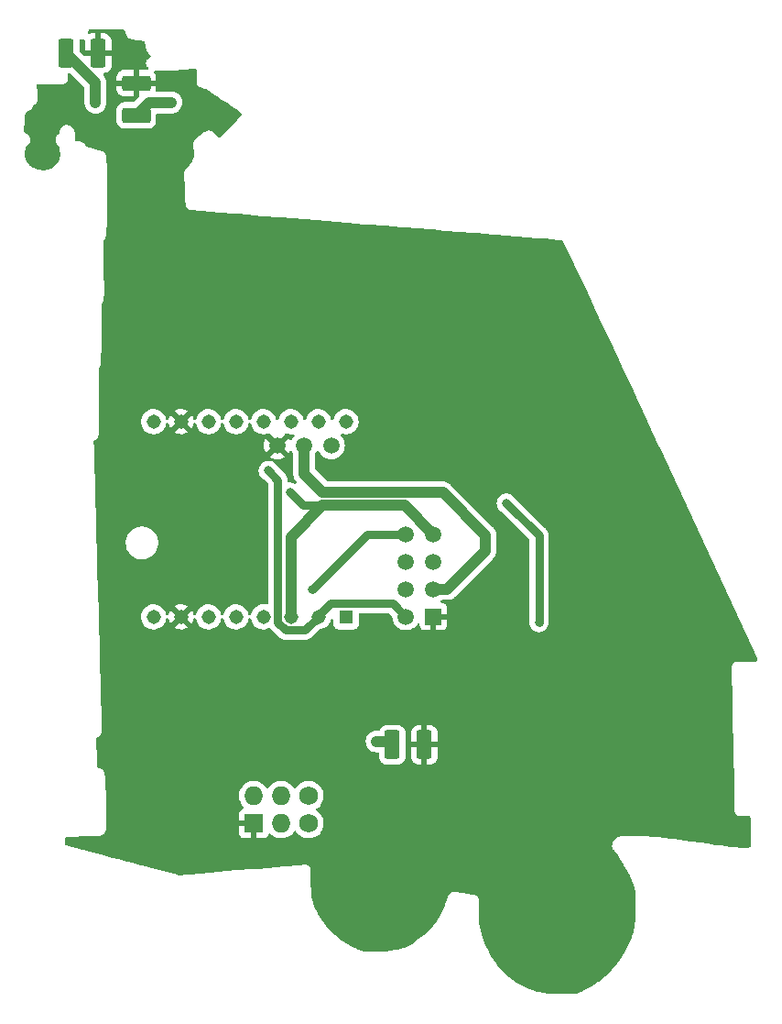
<source format=gbr>
%TF.GenerationSoftware,KiCad,Pcbnew,6.0.2+dfsg-1*%
%TF.CreationDate,2022-10-11T15:46:23-06:00*%
%TF.ProjectId,lvt_sao,6c76745f-7361-46f2-9e6b-696361645f70,rev?*%
%TF.SameCoordinates,Original*%
%TF.FileFunction,Copper,L1,Top*%
%TF.FilePolarity,Positive*%
%FSLAX46Y46*%
G04 Gerber Fmt 4.6, Leading zero omitted, Abs format (unit mm)*
G04 Created by KiCad (PCBNEW 6.0.2+dfsg-1) date 2022-10-11 15:46:23*
%MOMM*%
%LPD*%
G01*
G04 APERTURE LIST*
G04 Aperture macros list*
%AMRoundRect*
0 Rectangle with rounded corners*
0 $1 Rounding radius*
0 $2 $3 $4 $5 $6 $7 $8 $9 X,Y pos of 4 corners*
0 Add a 4 corners polygon primitive as box body*
4,1,4,$2,$3,$4,$5,$6,$7,$8,$9,$2,$3,0*
0 Add four circle primitives for the rounded corners*
1,1,$1+$1,$2,$3*
1,1,$1+$1,$4,$5*
1,1,$1+$1,$6,$7*
1,1,$1+$1,$8,$9*
0 Add four rect primitives between the rounded corners*
20,1,$1+$1,$2,$3,$4,$5,0*
20,1,$1+$1,$4,$5,$6,$7,0*
20,1,$1+$1,$6,$7,$8,$9,0*
20,1,$1+$1,$8,$9,$2,$3,0*%
G04 Aperture macros list end*
%TA.AperFunction,ComponentPad*%
%ADD10C,1.500000*%
%TD*%
%TA.AperFunction,SMDPad,CuDef*%
%ADD11RoundRect,0.250001X0.462499X1.074999X-0.462499X1.074999X-0.462499X-1.074999X0.462499X-1.074999X0*%
%TD*%
%TA.AperFunction,ComponentPad*%
%ADD12O,1.727200X1.727200*%
%TD*%
%TA.AperFunction,ComponentPad*%
%ADD13R,1.727200X1.727200*%
%TD*%
%TA.AperFunction,ComponentPad*%
%ADD14C,1.727200*%
%TD*%
%TA.AperFunction,SMDPad,CuDef*%
%ADD15RoundRect,0.250001X-1.074999X0.462499X-1.074999X-0.462499X1.074999X-0.462499X1.074999X0.462499X0*%
%TD*%
%TA.AperFunction,ComponentPad*%
%ADD16R,1.500000X1.500000*%
%TD*%
%TA.AperFunction,ComponentPad*%
%ADD17R,1.308000X1.308000*%
%TD*%
%TA.AperFunction,ComponentPad*%
%ADD18C,1.308000*%
%TD*%
%TA.AperFunction,ViaPad*%
%ADD19C,0.800000*%
%TD*%
%TA.AperFunction,Conductor*%
%ADD20C,0.750000*%
%TD*%
%TA.AperFunction,Conductor*%
%ADD21C,1.000000*%
%TD*%
G04 APERTURE END LIST*
D10*
%TO.P,U2,3,Gnd*%
%TO.N,GND*%
X136801336Y-110668547D03*
%TO.P,U2,2,Output*%
%TO.N,/PIR_OUT*%
X139301336Y-110668547D03*
%TO.P,U2,1,Vcc*%
%TO.N,VCC*%
X141801336Y-110668547D03*
%TD*%
D11*
%TO.P,D1,1,K*%
%TO.N,GND*%
X120250356Y-74437873D03*
%TO.P,D1,2,A*%
%TO.N,Net-(D1-Pad2)*%
X117275356Y-74437873D03*
%TD*%
D12*
%TO.P,X1,1,VCC*%
%TO.N,VCC*%
X134635493Y-143027824D03*
D13*
%TO.P,X1,2,GND*%
%TO.N,GND*%
X134635493Y-145567824D03*
D12*
%TO.P,X1,3,SDA*%
%TO.N,unconnected-(X1-Pad3)*%
X137175493Y-143027824D03*
%TO.P,X1,4,SCL*%
%TO.N,unconnected-(X1-Pad4)*%
X137175493Y-145567824D03*
D14*
%TO.P,X1,5,GPIO1*%
%TO.N,unconnected-(X1-Pad5)*%
X139715493Y-143027824D03*
%TO.P,X1,6,GPIO2*%
%TO.N,unconnected-(X1-Pad6)*%
X139715493Y-145567824D03*
%TD*%
D15*
%TO.P,D3,1,K*%
%TO.N,GND*%
X123771644Y-77212925D03*
%TO.P,D3,2,A*%
%TO.N,Net-(D3-Pad2)*%
X123771644Y-80187925D03*
%TD*%
D11*
%TO.P,D2,1,K*%
%TO.N,GND*%
X150407715Y-138314968D03*
%TO.P,D2,2,A*%
%TO.N,Net-(D2-Pad2)*%
X147432715Y-138314968D03*
%TD*%
D16*
%TO.P,U3,1,GND*%
%TO.N,GND*%
X151247537Y-126472268D03*
D10*
%TO.P,U3,2,IO2*%
%TO.N,/PIR_OUT*%
X151247537Y-123932268D03*
%TO.P,U3,3,IO0*%
%TO.N,/LED_TRIGGER*%
X151247537Y-121392268D03*
%TO.P,U3,4,RXD*%
%TO.N,/ESP_UART_RX*%
X151247537Y-118852268D03*
%TO.P,U3,5,TXD*%
%TO.N,/ESP_UART_TX*%
X148707537Y-126472268D03*
%TO.P,U3,6,EN*%
%TO.N,Net-(U3-Pad6)*%
X148707537Y-123932268D03*
%TO.P,U3,7,~{RST}*%
%TO.N,/RESET*%
X148707537Y-121392268D03*
%TO.P,U3,8,VCC*%
%TO.N,VCC*%
X148707537Y-118852268D03*
%TD*%
D17*
%TO.P,U1,1,VCC*%
%TO.N,VCC*%
X143167160Y-126495594D03*
D18*
%TO.P,U1,2,RX*%
%TO.N,/ESP_UART_TX*%
X140627160Y-126495594D03*
%TO.P,U1,3,TX*%
%TO.N,/ESP_UART_RX*%
X138087160Y-126495594D03*
%TO.P,U1,4,DAC_R*%
%TO.N,unconnected-(U1-Pad4)*%
X135547160Y-126495594D03*
%TO.P,U1,5,DAC_L*%
%TO.N,unconnected-(U1-Pad5)*%
X133007160Y-126495594D03*
%TO.P,U1,6,SPK1*%
%TO.N,Net-(LS1-Pad2)*%
X130467160Y-126495594D03*
%TO.P,U1,7,GND*%
%TO.N,GND*%
X127927160Y-126495594D03*
%TO.P,U1,8,SPK2*%
%TO.N,Net-(LS1-Pad1)*%
X125387160Y-126495594D03*
%TO.P,U1,9,IO1*%
%TO.N,unconnected-(U1-Pad9)*%
X125387160Y-108461594D03*
%TO.P,U1,10,GND*%
%TO.N,GND*%
X127927160Y-108461594D03*
%TO.P,U1,11,IO2*%
%TO.N,unconnected-(U1-Pad11)*%
X130467160Y-108461594D03*
%TO.P,U1,12,ADKEY1*%
%TO.N,unconnected-(U1-Pad12)*%
X133007160Y-108461594D03*
%TO.P,U1,13,ADKEY2*%
%TO.N,unconnected-(U1-Pad13)*%
X135547160Y-108461594D03*
%TO.P,U1,14,USB+*%
%TO.N,/USB_D+*%
X138087160Y-108461594D03*
%TO.P,U1,15,USB-*%
%TO.N,/USB_D-*%
X140627160Y-108461594D03*
%TO.P,U1,16,BUSY*%
%TO.N,unconnected-(U1-Pad16)*%
X143167160Y-108461594D03*
%TD*%
D19*
%TO.N,VCC*%
X161000000Y-127000000D03*
X158000000Y-116000000D03*
X140000000Y-124000000D03*
%TO.N,/ESP_UART_TX*%
X136000000Y-113000000D03*
%TO.N,/ESP_UART_RX*%
X138000000Y-115000000D03*
%TO.N,Net-(D1-Pad2)*%
X120000000Y-79000000D03*
%TO.N,Net-(D3-Pad2)*%
X127000000Y-79000000D03*
%TO.N,Net-(D2-Pad2)*%
X146000000Y-138000000D03*
%TD*%
D20*
%TO.N,VCC*%
X161000000Y-119000000D02*
X158000000Y-116000000D01*
X161000000Y-127000000D02*
X161000000Y-119000000D01*
X145147732Y-118852268D02*
X140000000Y-124000000D01*
X148707537Y-118852268D02*
X145147732Y-118852268D01*
%TO.N,/ESP_UART_TX*%
X140627160Y-126495594D02*
X140627160Y-126372840D01*
X140627160Y-126372840D02*
X141732917Y-125267083D01*
X141732917Y-125267083D02*
X147502352Y-125267083D01*
X147502352Y-125267083D02*
X148707537Y-126472268D01*
X136000000Y-113000000D02*
X136858649Y-113858649D01*
X139398649Y-127724105D02*
X140627160Y-126495594D01*
X136858649Y-113858649D02*
X136858649Y-127004461D01*
X137578293Y-127724105D02*
X139398649Y-127724105D01*
X136858649Y-127004461D02*
X137578293Y-127724105D01*
%TO.N,/ESP_UART_RX*%
X138000000Y-115000000D02*
X139199520Y-116199520D01*
X139199520Y-116199520D02*
X141000000Y-116199520D01*
D21*
%TO.N,Net-(D1-Pad2)*%
X120000000Y-77162517D02*
X120000000Y-79000000D01*
X117275356Y-74437873D02*
X120000000Y-77162517D01*
%TO.N,Net-(D3-Pad2)*%
X127000000Y-79000000D02*
X124959569Y-79000000D01*
X124959569Y-79000000D02*
X123771644Y-80187925D01*
%TO.N,Net-(D2-Pad2)*%
X146000000Y-138000000D02*
X147117747Y-138000000D01*
X147117747Y-138000000D02*
X147432715Y-138314968D01*
%TO.N,/ESP_UART_RX*%
X138087160Y-119112360D02*
X141000000Y-116199520D01*
X138087160Y-126495594D02*
X138087160Y-119112360D01*
X141000000Y-116199520D02*
X148594789Y-116199520D01*
X148594789Y-116199520D02*
X151247537Y-118852268D01*
%TO.N,/PIR_OUT*%
X152106986Y-115000000D02*
X141000000Y-115000000D01*
X156050857Y-120393223D02*
X156050857Y-118943871D01*
X139301336Y-113301336D02*
X139301336Y-110668547D01*
X152511812Y-123932268D02*
X156050857Y-120393223D01*
X156050857Y-118943871D02*
X152106986Y-115000000D01*
X151247537Y-123932268D02*
X152511812Y-123932268D01*
X141000000Y-115000000D02*
X139301336Y-113301336D01*
%TD*%
%TA.AperFunction,Conductor*%
%TO.N,GND*%
G36*
X121005024Y-72230772D02*
G01*
X121524902Y-72231176D01*
X121525690Y-72231179D01*
X121969660Y-72234301D01*
X121972038Y-72234340D01*
X122282078Y-72242374D01*
X122287736Y-72242648D01*
X122462861Y-72255080D01*
X122477357Y-72256109D01*
X122489274Y-72257529D01*
X122569719Y-72271021D01*
X122590222Y-72276262D01*
X122598066Y-72278987D01*
X122620462Y-72289323D01*
X122634307Y-72297443D01*
X122645499Y-72304835D01*
X122670906Y-72323633D01*
X122684605Y-72335377D01*
X122757109Y-72407168D01*
X122791441Y-72469310D01*
X122794081Y-72487013D01*
X122797898Y-72536511D01*
X122797773Y-72557395D01*
X122797124Y-72564676D01*
X122795971Y-72577595D01*
X122797715Y-72586400D01*
X122803294Y-72614570D01*
X122804316Y-72620459D01*
X122804431Y-72621230D01*
X122804775Y-72625694D01*
X122805748Y-72630061D01*
X122805750Y-72630075D01*
X122810954Y-72653434D01*
X122811568Y-72656351D01*
X122820297Y-72700424D01*
X122824241Y-72720338D01*
X122827072Y-72725776D01*
X122828405Y-72731759D01*
X122859934Y-72788969D01*
X122861309Y-72791536D01*
X122867267Y-72802979D01*
X122875872Y-72819508D01*
X122878662Y-72823299D01*
X122881840Y-72828719D01*
X122894304Y-72851334D01*
X122898640Y-72859201D01*
X122905005Y-72865531D01*
X122905006Y-72865532D01*
X122915799Y-72876265D01*
X122928426Y-72890916D01*
X122941065Y-72908089D01*
X122947686Y-72918042D01*
X122969788Y-72954967D01*
X123012212Y-72994247D01*
X123016464Y-72998374D01*
X123056991Y-73039611D01*
X123064829Y-73043991D01*
X123066356Y-73045156D01*
X123067322Y-73045969D01*
X123068378Y-73046627D01*
X123069978Y-73047733D01*
X123076563Y-73053830D01*
X123084595Y-73057834D01*
X123128311Y-73079627D01*
X123133561Y-73082401D01*
X123176181Y-73106218D01*
X123176183Y-73106219D01*
X123184016Y-73110596D01*
X123229799Y-73121080D01*
X123239849Y-73123824D01*
X123293491Y-73140888D01*
X123295962Y-73141674D01*
X123298596Y-73142703D01*
X123300995Y-73144273D01*
X123369646Y-73165125D01*
X123371043Y-73165558D01*
X123399028Y-73174461D01*
X123401500Y-73174874D01*
X123402976Y-73175276D01*
X123403313Y-73175351D01*
X123407975Y-73176767D01*
X123412799Y-73177449D01*
X123437627Y-73180959D01*
X123440717Y-73181435D01*
X123506205Y-73192389D01*
X123511522Y-73191754D01*
X123517435Y-73192240D01*
X123575855Y-73200498D01*
X123683571Y-73215725D01*
X123686987Y-73216316D01*
X123689998Y-73217181D01*
X123694829Y-73217789D01*
X123694833Y-73217790D01*
X123724440Y-73221517D01*
X123726335Y-73221770D01*
X123738262Y-73223456D01*
X123757727Y-73226207D01*
X123760854Y-73226201D01*
X123764419Y-73226549D01*
X124088246Y-73267313D01*
X124088653Y-73267365D01*
X124449760Y-73314667D01*
X124450315Y-73314742D01*
X124471349Y-73317605D01*
X124536149Y-73346613D01*
X124574980Y-73406050D01*
X124579893Y-73431702D01*
X124580865Y-73443052D01*
X124581179Y-73447734D01*
X124582368Y-73472393D01*
X124583217Y-73476799D01*
X124583723Y-73481018D01*
X124584750Y-73488417D01*
X124602830Y-73699598D01*
X124603140Y-73709119D01*
X124601916Y-73716584D01*
X124603008Y-73725493D01*
X124609491Y-73778392D01*
X124609967Y-73782969D01*
X124611614Y-73802204D01*
X124611617Y-73802221D01*
X124611998Y-73806675D01*
X124613008Y-73811034D01*
X124613708Y-73815469D01*
X124613679Y-73815474D01*
X124614847Y-73822084D01*
X124615518Y-73827559D01*
X124616845Y-73832237D01*
X124616846Y-73832242D01*
X124621868Y-73849946D01*
X124623398Y-73855888D01*
X124634496Y-73903789D01*
X124634499Y-73903797D01*
X124636524Y-73912537D01*
X124640923Y-73920362D01*
X124642222Y-73923711D01*
X124645963Y-73934881D01*
X124675815Y-74040114D01*
X124678821Y-74053414D01*
X124685310Y-74091643D01*
X124689234Y-74099713D01*
X124689236Y-74099718D01*
X124712422Y-74147396D01*
X124714228Y-74151275D01*
X124727990Y-74182202D01*
X124739425Y-74207901D01*
X124745232Y-74214751D01*
X124745233Y-74214753D01*
X124767044Y-74240484D01*
X124774415Y-74250077D01*
X124830410Y-74330691D01*
X124832250Y-74333733D01*
X124833420Y-74337053D01*
X124874390Y-74394035D01*
X124875521Y-74395636D01*
X124891969Y-74419317D01*
X124894098Y-74421606D01*
X124895661Y-74423658D01*
X124895841Y-74423872D01*
X124898688Y-74427831D01*
X124902104Y-74431299D01*
X124902108Y-74431304D01*
X124919114Y-74448570D01*
X124921593Y-74451159D01*
X124959873Y-74492304D01*
X124959875Y-74492306D01*
X124965987Y-74498875D01*
X124967747Y-74499923D01*
X124985776Y-74518974D01*
X125080546Y-74650568D01*
X125101091Y-74695942D01*
X125101233Y-74696559D01*
X125097019Y-74767431D01*
X125055158Y-74824773D01*
X125047501Y-74830209D01*
X124948716Y-74894935D01*
X124926946Y-74906333D01*
X124925219Y-74907032D01*
X124925217Y-74907033D01*
X124916899Y-74910401D01*
X124909860Y-74915968D01*
X124909859Y-74915969D01*
X124881657Y-74938275D01*
X124872552Y-74944839D01*
X124866073Y-74949084D01*
X124862711Y-74952046D01*
X124862702Y-74952053D01*
X124851753Y-74961700D01*
X124846649Y-74965964D01*
X124802768Y-75000671D01*
X124797575Y-75007989D01*
X124794334Y-75011404D01*
X124791278Y-75014986D01*
X124784541Y-75020922D01*
X124779742Y-75028509D01*
X124779739Y-75028512D01*
X124754642Y-75068187D01*
X124750916Y-75073745D01*
X124718560Y-75119344D01*
X124715627Y-75127834D01*
X124713473Y-75132023D01*
X124711549Y-75136311D01*
X124706750Y-75143898D01*
X124704274Y-75152524D01*
X124691319Y-75197654D01*
X124689304Y-75204031D01*
X124671046Y-75256883D01*
X124670614Y-75265845D01*
X124669721Y-75270479D01*
X124669077Y-75275137D01*
X124666601Y-75283764D01*
X124666646Y-75292737D01*
X124666645Y-75292741D01*
X124666878Y-75339675D01*
X124666734Y-75346364D01*
X124664474Y-75393261D01*
X124664042Y-75402229D01*
X124666144Y-75410955D01*
X124666584Y-75415622D01*
X124667277Y-75420298D01*
X124667322Y-75429277D01*
X124683291Y-75482900D01*
X124685018Y-75489320D01*
X124698115Y-75543698D01*
X124702581Y-75551483D01*
X124704325Y-75555868D01*
X124706292Y-75560138D01*
X124708854Y-75568739D01*
X124739234Y-75615730D01*
X124742693Y-75621405D01*
X124770524Y-75669919D01*
X124777002Y-75676144D01*
X124779913Y-75679871D01*
X124782984Y-75683400D01*
X124787858Y-75690938D01*
X124794650Y-75696804D01*
X124830169Y-75727480D01*
X124835115Y-75731987D01*
X124847628Y-75744011D01*
X124847634Y-75744016D01*
X124851142Y-75747387D01*
X124855130Y-75750181D01*
X124855131Y-75750181D01*
X124856895Y-75751417D01*
X124866964Y-75759259D01*
X124880636Y-75771067D01*
X124919116Y-75830730D01*
X124919232Y-75901727D01*
X124880945Y-75961515D01*
X124816412Y-75991113D01*
X124798278Y-75992425D01*
X124043759Y-75992425D01*
X124028520Y-75996900D01*
X124027315Y-75998290D01*
X124025644Y-76005973D01*
X124025644Y-76940810D01*
X124030119Y-76956049D01*
X124031509Y-76957254D01*
X124039192Y-76958925D01*
X125586529Y-76958925D01*
X125601768Y-76954450D01*
X125602973Y-76953060D01*
X125604644Y-76945377D01*
X125604644Y-76703329D01*
X125604307Y-76696814D01*
X125594388Y-76601222D01*
X125591494Y-76587823D01*
X125540056Y-76433642D01*
X125533882Y-76420463D01*
X125448581Y-76282617D01*
X125441757Y-76274008D01*
X125415120Y-76208198D01*
X125428291Y-76138434D01*
X125477089Y-76086865D01*
X125546020Y-76069865D01*
X125554947Y-76070575D01*
X125571104Y-76072439D01*
X125602441Y-76076056D01*
X125610214Y-76077200D01*
X125625020Y-76079854D01*
X125625026Y-76079855D01*
X125629816Y-76080713D01*
X125640212Y-76080951D01*
X125651769Y-76081749D01*
X125654552Y-76082070D01*
X125654558Y-76082070D01*
X125659002Y-76082583D01*
X125663470Y-76082461D01*
X125663476Y-76082461D01*
X125679773Y-76082015D01*
X125686101Y-76082001D01*
X125847335Y-76085691D01*
X125860925Y-76086740D01*
X125861113Y-76086765D01*
X125861131Y-76086766D01*
X125865952Y-76087402D01*
X125870816Y-76087289D01*
X125870820Y-76087289D01*
X125890883Y-76086822D01*
X125896692Y-76086821D01*
X125914057Y-76087218D01*
X125914062Y-76087218D01*
X125918533Y-76087320D01*
X125924348Y-76086623D01*
X125936410Y-76085761D01*
X125968820Y-76085006D01*
X126168523Y-76080354D01*
X126174625Y-76080378D01*
X126179196Y-76080875D01*
X126184053Y-76080651D01*
X126184055Y-76080651D01*
X126211474Y-76079386D01*
X126214345Y-76079286D01*
X126221453Y-76079120D01*
X126243619Y-76078604D01*
X126248048Y-76077864D01*
X126248426Y-76077828D01*
X126254499Y-76077401D01*
X126591742Y-76061843D01*
X126594079Y-76061813D01*
X126596358Y-76062035D01*
X126601207Y-76061758D01*
X126601218Y-76061758D01*
X126632486Y-76059970D01*
X126633820Y-76059901D01*
X126648831Y-76059209D01*
X126662248Y-76058590D01*
X126662252Y-76058590D01*
X126666730Y-76058383D01*
X126668976Y-76057955D01*
X126671319Y-76057750D01*
X126793536Y-76050764D01*
X127139354Y-76030997D01*
X127140272Y-76030978D01*
X127141280Y-76031071D01*
X127144067Y-76030898D01*
X127144078Y-76030898D01*
X127179232Y-76028719D01*
X127179833Y-76028683D01*
X127211976Y-76026845D01*
X127214757Y-76026686D01*
X127215751Y-76026486D01*
X127216671Y-76026398D01*
X127472460Y-76010540D01*
X127795749Y-75990498D01*
X127795936Y-75990493D01*
X127796181Y-75990516D01*
X127834614Y-75988089D01*
X127834616Y-75988115D01*
X127834752Y-75988080D01*
X127871498Y-75985802D01*
X127871741Y-75985752D01*
X127871962Y-75985730D01*
X129251602Y-75898592D01*
X129320848Y-75914260D01*
X129370630Y-75964878D01*
X129385144Y-76034376D01*
X129375679Y-76070495D01*
X129375463Y-76070828D01*
X129372893Y-76079423D01*
X129372892Y-76079424D01*
X129368117Y-76095391D01*
X129361455Y-76112837D01*
X129350557Y-76136049D01*
X129346014Y-76165229D01*
X129342230Y-76181950D01*
X129336342Y-76201637D01*
X129336341Y-76201640D01*
X129333769Y-76210242D01*
X129333714Y-76219217D01*
X129333714Y-76219218D01*
X129333559Y-76244647D01*
X129333526Y-76245429D01*
X129333356Y-76246524D01*
X129333356Y-76277399D01*
X129333354Y-76278169D01*
X129332880Y-76355753D01*
X129333264Y-76357097D01*
X129333356Y-76358442D01*
X129333356Y-77103072D01*
X129333295Y-77106994D01*
X129331717Y-77157685D01*
X129331297Y-77171158D01*
X129336017Y-77189388D01*
X129340697Y-77207463D01*
X129343446Y-77221182D01*
X129348761Y-77258294D01*
X129356072Y-77274373D01*
X129363346Y-77294937D01*
X129365519Y-77303332D01*
X129365521Y-77303337D01*
X129367771Y-77312027D01*
X129386985Y-77344239D01*
X129393469Y-77356625D01*
X129404855Y-77381666D01*
X129408989Y-77390759D01*
X129414849Y-77397560D01*
X129414851Y-77397563D01*
X129420516Y-77404138D01*
X129433271Y-77421834D01*
X129442316Y-77436997D01*
X129448892Y-77443105D01*
X129448895Y-77443108D01*
X129469794Y-77462518D01*
X129479502Y-77472594D01*
X129498115Y-77494196D01*
X129498118Y-77494199D01*
X129503975Y-77500996D01*
X129518791Y-77510599D01*
X129535999Y-77524004D01*
X129542357Y-77529909D01*
X129542360Y-77529911D01*
X129548940Y-77536022D01*
X129582485Y-77552807D01*
X129594621Y-77559749D01*
X129618547Y-77575258D01*
X129618550Y-77575260D01*
X129626083Y-77580142D01*
X129634685Y-77582715D01*
X129634686Y-77582715D01*
X129692117Y-77599891D01*
X129694393Y-77600595D01*
X130058343Y-77716982D01*
X130073793Y-77723072D01*
X130183044Y-77774693D01*
X130191806Y-77779262D01*
X130445895Y-77924741D01*
X130449001Y-77926581D01*
X130808174Y-78146358D01*
X130809885Y-78147424D01*
X130831080Y-78160875D01*
X131235314Y-78417417D01*
X131236550Y-78418212D01*
X131698507Y-78719005D01*
X131699563Y-78719699D01*
X132170887Y-79033367D01*
X132171955Y-79034086D01*
X132445760Y-79220369D01*
X132602932Y-79327301D01*
X132625051Y-79342350D01*
X132626251Y-79343177D01*
X133033458Y-79627630D01*
X133035298Y-79628941D01*
X133366931Y-79869563D01*
X133370270Y-79872071D01*
X133459352Y-79941330D01*
X133460171Y-79941967D01*
X133501673Y-79999570D01*
X133505444Y-80070467D01*
X133484790Y-80115472D01*
X133381027Y-80258376D01*
X133376180Y-80264629D01*
X133102364Y-80595829D01*
X133099108Y-80599611D01*
X132764829Y-80972806D01*
X132762097Y-80975760D01*
X132396586Y-81358495D01*
X132393777Y-81361345D01*
X132024916Y-81723813D01*
X132021391Y-81727146D01*
X131678725Y-82038871D01*
X131673231Y-82043587D01*
X131635230Y-82074358D01*
X131471032Y-82207312D01*
X131405504Y-82234634D01*
X131335606Y-82222192D01*
X131291812Y-82186135D01*
X131161005Y-82015815D01*
X131128513Y-81973509D01*
X131127933Y-81972746D01*
X131105673Y-81943287D01*
X131105666Y-81943279D01*
X131102734Y-81939399D01*
X131094222Y-81931158D01*
X131081897Y-81919225D01*
X131081500Y-81918838D01*
X131026003Y-81864632D01*
X131025998Y-81864628D01*
X131023880Y-81862559D01*
X131022966Y-81862073D01*
X131022194Y-81861422D01*
X131000047Y-81839979D01*
X130923347Y-81765720D01*
X130921352Y-81763744D01*
X130874117Y-81715844D01*
X130866277Y-81711480D01*
X130866270Y-81711475D01*
X130843565Y-81698838D01*
X130830918Y-81690778D01*
X130826652Y-81687687D01*
X130802618Y-81670274D01*
X130794168Y-81667261D01*
X130794164Y-81667259D01*
X130733786Y-81645732D01*
X130732629Y-81645312D01*
X130688871Y-81629170D01*
X130673766Y-81622440D01*
X130653957Y-81612006D01*
X130653952Y-81612004D01*
X130646012Y-81607822D01*
X130577975Y-81594009D01*
X130576809Y-81593766D01*
X130508981Y-81579224D01*
X130506168Y-81579431D01*
X130503407Y-81578870D01*
X130434293Y-81584701D01*
X130433080Y-81584797D01*
X130396454Y-81587487D01*
X130371983Y-81589284D01*
X130371982Y-81589284D01*
X130363857Y-81589881D01*
X130361218Y-81590868D01*
X130358407Y-81591105D01*
X130304307Y-81612006D01*
X130293723Y-81616095D01*
X130292500Y-81616560D01*
X130227558Y-81640841D01*
X130199292Y-81661987D01*
X130186774Y-81670236D01*
X130143509Y-81695188D01*
X130119198Y-81709209D01*
X130110073Y-81713986D01*
X130097786Y-81719789D01*
X130093761Y-81722518D01*
X130093753Y-81722522D01*
X130084070Y-81729086D01*
X130076323Y-81733937D01*
X130064664Y-81740661D01*
X130061135Y-81743430D01*
X130061134Y-81743431D01*
X130053343Y-81749545D01*
X130046258Y-81754716D01*
X129907351Y-81848874D01*
X129886622Y-81862925D01*
X129881306Y-81866072D01*
X129881406Y-81866236D01*
X129877252Y-81868785D01*
X129872924Y-81871000D01*
X129868988Y-81873855D01*
X129849053Y-81888315D01*
X129845767Y-81890619D01*
X129823931Y-81905420D01*
X129820614Y-81908436D01*
X129817093Y-81911208D01*
X129817026Y-81911123D01*
X129812226Y-81915027D01*
X129654470Y-82029454D01*
X129643593Y-82036518D01*
X129637748Y-82039899D01*
X129619597Y-82054544D01*
X129614507Y-82058440D01*
X129598148Y-82070306D01*
X129594928Y-82073427D01*
X129592749Y-82075539D01*
X129584180Y-82083122D01*
X129414888Y-82219718D01*
X129406999Y-82225426D01*
X129400019Y-82228641D01*
X129353190Y-82269389D01*
X129349601Y-82272396D01*
X129334725Y-82284399D01*
X129334720Y-82284404D01*
X129331237Y-82287214D01*
X129328187Y-82290491D01*
X129324906Y-82293547D01*
X129324894Y-82293534D01*
X129319982Y-82298285D01*
X129315674Y-82302033D01*
X129300769Y-82319719D01*
X129296673Y-82324343D01*
X129257195Y-82366750D01*
X129253168Y-82374774D01*
X129250838Y-82378126D01*
X129243735Y-82387396D01*
X129208758Y-82428901D01*
X129190774Y-82446369D01*
X129183298Y-82452306D01*
X129156605Y-82490079D01*
X129150071Y-82498540D01*
X129144254Y-82505442D01*
X129141887Y-82509234D01*
X129141882Y-82509241D01*
X129134844Y-82520518D01*
X129130856Y-82526518D01*
X129104502Y-82563812D01*
X129104500Y-82563816D01*
X129099321Y-82571145D01*
X129096407Y-82579634D01*
X129093793Y-82584742D01*
X129091467Y-82590010D01*
X129086715Y-82597624D01*
X129082041Y-82614284D01*
X129071952Y-82650242D01*
X129069820Y-82657084D01*
X129063020Y-82676894D01*
X129061567Y-82685053D01*
X129058836Y-82696991D01*
X129049832Y-82729082D01*
X129049831Y-82729087D01*
X129047407Y-82737728D01*
X129047505Y-82746706D01*
X129047505Y-82746708D01*
X129047554Y-82751193D01*
X129045611Y-82774656D01*
X129035937Y-82828988D01*
X129035346Y-82832084D01*
X129022063Y-82897164D01*
X129022808Y-82906105D01*
X129022808Y-82906107D01*
X129025019Y-82932633D01*
X129025381Y-82947376D01*
X129024173Y-82982931D01*
X129041480Y-83050565D01*
X129041979Y-83052515D01*
X129042370Y-83054087D01*
X129044491Y-83062843D01*
X129045844Y-83069126D01*
X129142128Y-83579196D01*
X129143816Y-83613764D01*
X129109883Y-83993908D01*
X129109408Y-83999234D01*
X129100421Y-84035994D01*
X129068425Y-84113718D01*
X128948999Y-84403827D01*
X128933727Y-84430870D01*
X128705294Y-84739199D01*
X128697750Y-84748434D01*
X128367150Y-85116141D01*
X128359091Y-85124322D01*
X128355120Y-85128002D01*
X128347734Y-85133110D01*
X128315390Y-85173006D01*
X128311603Y-85177677D01*
X128307444Y-85182548D01*
X128294407Y-85197049D01*
X128291914Y-85200772D01*
X128290522Y-85202851D01*
X128283708Y-85212085D01*
X128261751Y-85239169D01*
X128261747Y-85239175D01*
X128256097Y-85246145D01*
X128252629Y-85254423D01*
X128251739Y-85256547D01*
X128240220Y-85277968D01*
X128233944Y-85287340D01*
X128231246Y-85295893D01*
X128231244Y-85295897D01*
X128220756Y-85329145D01*
X128216806Y-85339927D01*
X128208172Y-85360536D01*
X128199867Y-85380358D01*
X128198861Y-85389280D01*
X128198861Y-85389281D01*
X128198604Y-85391561D01*
X128193559Y-85415357D01*
X128190166Y-85426113D01*
X128189977Y-85435085D01*
X128189242Y-85469930D01*
X128188477Y-85481389D01*
X128187888Y-85486617D01*
X128187342Y-85491460D01*
X128187547Y-85496320D01*
X128187547Y-85496324D01*
X128188138Y-85510312D01*
X128188222Y-85518281D01*
X128187098Y-85571595D01*
X128189435Y-85580262D01*
X128190520Y-85589171D01*
X128190096Y-85589223D01*
X128191990Y-85601525D01*
X128247943Y-86926383D01*
X128247946Y-86927013D01*
X128247867Y-86927734D01*
X128249632Y-86966380D01*
X128251135Y-87001979D01*
X128251268Y-87002692D01*
X128251319Y-87003327D01*
X128269720Y-87406328D01*
X128269736Y-87407822D01*
X128269576Y-87409391D01*
X128269797Y-87413545D01*
X128269797Y-87413550D01*
X128271554Y-87446583D01*
X128271601Y-87447529D01*
X128273154Y-87481548D01*
X128273447Y-87483086D01*
X128273575Y-87484591D01*
X128291643Y-87824367D01*
X128291686Y-87826549D01*
X128291489Y-87828707D01*
X128291798Y-87833568D01*
X128291798Y-87833570D01*
X128293798Y-87865016D01*
X128293870Y-87866259D01*
X128295631Y-87899372D01*
X128296050Y-87901489D01*
X128296255Y-87903665D01*
X128307078Y-88073888D01*
X128311977Y-88150942D01*
X128312180Y-88156615D01*
X128311875Y-88161001D01*
X128312289Y-88165846D01*
X128312289Y-88165854D01*
X128314658Y-88193582D01*
X128314861Y-88196311D01*
X128316738Y-88225835D01*
X128317632Y-88230120D01*
X128318282Y-88236008D01*
X128330527Y-88379357D01*
X128330952Y-88387256D01*
X128331395Y-88407030D01*
X128332253Y-88411829D01*
X128332253Y-88411833D01*
X128333245Y-88417385D01*
X128334752Y-88428818D01*
X128335382Y-88436192D01*
X128336392Y-88440555D01*
X128340039Y-88456309D01*
X128341320Y-88462558D01*
X128345708Y-88487111D01*
X128346331Y-88490938D01*
X128355681Y-88554526D01*
X128359426Y-88562682D01*
X128359428Y-88562688D01*
X128371293Y-88588525D01*
X128376428Y-88601579D01*
X128385345Y-88628570D01*
X128385347Y-88628574D01*
X128388164Y-88637100D01*
X128398236Y-88651708D01*
X128409002Y-88670643D01*
X128416405Y-88686765D01*
X128422288Y-88693541D01*
X128422290Y-88693544D01*
X128440937Y-88715022D01*
X128449528Y-88726108D01*
X128465663Y-88749512D01*
X128465667Y-88749517D01*
X128470759Y-88756902D01*
X128477723Y-88762565D01*
X128477724Y-88762566D01*
X128484525Y-88768097D01*
X128500174Y-88783249D01*
X128511804Y-88796644D01*
X128519355Y-88801498D01*
X128519356Y-88801499D01*
X128543270Y-88816872D01*
X128554630Y-88825103D01*
X128583658Y-88848708D01*
X128591928Y-88852187D01*
X128591933Y-88852190D01*
X128600011Y-88855588D01*
X128619282Y-88865737D01*
X128634208Y-88875333D01*
X128642819Y-88877873D01*
X128670102Y-88885921D01*
X128683313Y-88890632D01*
X128717787Y-88905135D01*
X128786355Y-88912968D01*
X128788658Y-88913253D01*
X128831196Y-88918918D01*
X128837715Y-88920189D01*
X128837739Y-88920055D01*
X128842522Y-88920903D01*
X128847239Y-88922120D01*
X128875842Y-88924936D01*
X128880109Y-88925431D01*
X128905506Y-88928813D01*
X128909986Y-88928769D01*
X128914467Y-88929044D01*
X128914464Y-88929100D01*
X128921102Y-88929393D01*
X129094251Y-88946442D01*
X129095685Y-88946634D01*
X129097184Y-88947009D01*
X129130179Y-88950013D01*
X129134260Y-88950385D01*
X129135180Y-88950472D01*
X129165160Y-88953424D01*
X129165167Y-88953424D01*
X129169185Y-88953820D01*
X129170722Y-88953752D01*
X129172204Y-88953840D01*
X129487329Y-88982531D01*
X129487936Y-88982609D01*
X129488623Y-88982779D01*
X129490617Y-88982954D01*
X129490626Y-88982955D01*
X129513822Y-88984989D01*
X129527248Y-88986166D01*
X129562690Y-88989393D01*
X129563396Y-88989357D01*
X129564007Y-88989390D01*
X129761165Y-89006678D01*
X130008044Y-89028327D01*
X130008414Y-89028374D01*
X130008823Y-89028474D01*
X130010038Y-89028578D01*
X130010045Y-89028579D01*
X130047942Y-89031826D01*
X130048190Y-89031848D01*
X130082359Y-89034844D01*
X130082365Y-89034844D01*
X130083582Y-89034951D01*
X130084003Y-89034928D01*
X130084358Y-89034946D01*
X130513279Y-89071696D01*
X130643548Y-89082857D01*
X130643791Y-89082887D01*
X130644077Y-89082957D01*
X130682583Y-89086202D01*
X130682758Y-89086217D01*
X130718274Y-89089260D01*
X130718275Y-89089260D01*
X130719150Y-89089335D01*
X130719453Y-89089318D01*
X130719701Y-89089330D01*
X131380052Y-89144978D01*
X131380222Y-89144999D01*
X131380453Y-89145055D01*
X131385599Y-89145483D01*
X131419262Y-89148283D01*
X131419399Y-89148294D01*
X131455687Y-89151352D01*
X131455920Y-89151338D01*
X131456126Y-89151348D01*
X132203584Y-89213511D01*
X132203753Y-89213532D01*
X132203948Y-89213579D01*
X132243477Y-89216829D01*
X132243591Y-89216873D01*
X132243594Y-89216839D01*
X132278702Y-89219759D01*
X132278709Y-89219759D01*
X132279270Y-89219806D01*
X132279462Y-89219795D01*
X132279639Y-89219803D01*
X133100196Y-89287275D01*
X133100347Y-89287293D01*
X133100521Y-89287335D01*
X133139776Y-89290529D01*
X133175892Y-89293499D01*
X133176073Y-89293488D01*
X133176219Y-89293495D01*
X134055795Y-89365069D01*
X134055899Y-89365081D01*
X134056028Y-89365112D01*
X134056417Y-89365143D01*
X134056422Y-89365144D01*
X134095088Y-89368266D01*
X134095166Y-89368272D01*
X134131516Y-89371230D01*
X134131650Y-89371222D01*
X134131761Y-89371227D01*
X134596023Y-89408713D01*
X134596065Y-89408718D01*
X134596108Y-89408728D01*
X134596228Y-89408738D01*
X134596239Y-89408739D01*
X134634089Y-89411786D01*
X134634088Y-89411793D01*
X134634117Y-89411788D01*
X134671801Y-89414831D01*
X134671852Y-89414828D01*
X134671883Y-89414829D01*
X135476453Y-89479609D01*
X137011949Y-89603240D01*
X137011951Y-89603240D01*
X137034843Y-89605083D01*
X137087754Y-89609343D01*
X137087759Y-89609343D01*
X138275703Y-89704976D01*
X139263147Y-89784468D01*
X139263160Y-89784469D01*
X139263176Y-89784470D01*
X139263177Y-89784470D01*
X139275695Y-89785478D01*
X139275701Y-89785478D01*
X139275703Y-89785479D01*
X139307337Y-89788025D01*
X139338978Y-89790572D01*
X139338981Y-89790572D01*
X139338993Y-89790573D01*
X141356805Y-89952982D01*
X141356811Y-89952983D01*
X141408529Y-89957145D01*
X141432611Y-89959083D01*
X141432614Y-89959083D01*
X142262506Y-90025863D01*
X143299865Y-90109339D01*
X143299874Y-90109340D01*
X143299879Y-90109341D01*
X143299905Y-90109343D01*
X143299904Y-90109343D01*
X143359579Y-90114144D01*
X143375671Y-90115439D01*
X143375680Y-90115439D01*
X144824475Y-90231988D01*
X145099388Y-90254104D01*
X145099405Y-90254106D01*
X145099410Y-90254107D01*
X145149564Y-90258140D01*
X145149564Y-90258141D01*
X145149569Y-90258140D01*
X145175205Y-90260203D01*
X145175207Y-90260203D01*
X145175006Y-90262703D01*
X145175009Y-90262704D01*
X145175210Y-90260203D01*
X146762422Y-90387843D01*
X146762429Y-90387845D01*
X146796940Y-90390619D01*
X146796940Y-90390620D01*
X146796944Y-90390619D01*
X146838222Y-90393939D01*
X146838231Y-90393938D01*
X148295942Y-90511117D01*
X148295953Y-90511118D01*
X148295963Y-90511121D01*
X148318320Y-90512917D01*
X148351868Y-90515613D01*
X148351872Y-90515613D01*
X148371748Y-90517211D01*
X148371769Y-90517212D01*
X148766513Y-90548927D01*
X149707025Y-90624491D01*
X149707027Y-90624491D01*
X149707039Y-90624494D01*
X149745216Y-90627559D01*
X149745224Y-90627560D01*
X149782784Y-90630578D01*
X149782789Y-90630578D01*
X149782824Y-90630581D01*
X149782837Y-90630580D01*
X151002672Y-90728527D01*
X151002684Y-90728530D01*
X151034251Y-90731062D01*
X151034258Y-90731065D01*
X151034258Y-90731063D01*
X151078465Y-90734613D01*
X151078476Y-90734612D01*
X151078503Y-90734614D01*
X151912279Y-90801513D01*
X152189900Y-90823788D01*
X152189912Y-90823790D01*
X152189926Y-90823793D01*
X152189970Y-90823797D01*
X152226516Y-90826726D01*
X152229475Y-90826963D01*
X152265700Y-90829870D01*
X152265718Y-90829869D01*
X152841476Y-90876024D01*
X153275750Y-90910838D01*
X153275775Y-90910841D01*
X153275792Y-90910845D01*
X153275850Y-90910850D01*
X153275853Y-90910850D01*
X153322807Y-90914610D01*
X153322817Y-90914611D01*
X153339060Y-90915913D01*
X153351560Y-90916915D01*
X153351577Y-90916914D01*
X153994649Y-90968412D01*
X154267270Y-90990244D01*
X154267289Y-90990246D01*
X154267309Y-90990251D01*
X154267370Y-90990256D01*
X154267371Y-90990256D01*
X154305966Y-90993343D01*
X154305977Y-90993344D01*
X154343002Y-90996309D01*
X154343010Y-90996309D01*
X154343069Y-90996314D01*
X154343092Y-90996312D01*
X154343106Y-90996313D01*
X155171469Y-91062565D01*
X155171476Y-91062565D01*
X155171503Y-91062572D01*
X155171575Y-91062578D01*
X155171577Y-91062578D01*
X155210998Y-91065726D01*
X155211014Y-91065727D01*
X155247256Y-91068626D01*
X155247284Y-91068624D01*
X155247293Y-91068625D01*
X155995370Y-91128368D01*
X155995377Y-91128368D01*
X155995406Y-91128375D01*
X155995480Y-91128381D01*
X155995489Y-91128382D01*
X156029521Y-91131095D01*
X156029536Y-91131096D01*
X156071148Y-91134419D01*
X156071187Y-91134416D01*
X156071198Y-91134417D01*
X156745993Y-91188211D01*
X156746003Y-91188213D01*
X156746041Y-91188221D01*
X156784258Y-91191261D01*
X156784279Y-91191269D01*
X156784279Y-91191263D01*
X156821773Y-91194252D01*
X156821809Y-91194249D01*
X156821835Y-91194251D01*
X157179884Y-91222735D01*
X157430361Y-91242662D01*
X157430402Y-91242667D01*
X157430439Y-91242676D01*
X157430548Y-91242685D01*
X157430559Y-91242686D01*
X157470531Y-91245858D01*
X157470553Y-91245860D01*
X157489605Y-91247375D01*
X157506157Y-91248692D01*
X157506196Y-91248690D01*
X157506228Y-91248691D01*
X158055545Y-91292286D01*
X158055579Y-91292290D01*
X158055623Y-91292300D01*
X158089101Y-91294950D01*
X158093412Y-91295291D01*
X158093438Y-91295293D01*
X158131190Y-91298289D01*
X158131193Y-91298289D01*
X158131330Y-91298300D01*
X158131374Y-91298297D01*
X158131421Y-91298299D01*
X158628523Y-91337641D01*
X158628574Y-91337647D01*
X158628622Y-91337659D01*
X158628762Y-91337670D01*
X158628770Y-91337671D01*
X158668208Y-91340782D01*
X158668238Y-91340785D01*
X158704150Y-91343627D01*
X158704154Y-91343627D01*
X158704316Y-91343640D01*
X158704369Y-91343637D01*
X158704402Y-91343638D01*
X158817841Y-91352588D01*
X159156372Y-91379297D01*
X159156400Y-91379301D01*
X159156459Y-91379315D01*
X159195408Y-91382377D01*
X159195444Y-91382391D01*
X159195445Y-91382380D01*
X159232144Y-91385276D01*
X159232195Y-91385273D01*
X159232258Y-91385276D01*
X159646031Y-91417811D01*
X159646089Y-91417818D01*
X159646133Y-91417828D01*
X159686643Y-91421004D01*
X159686642Y-91421011D01*
X159686671Y-91421006D01*
X159721835Y-91423771D01*
X159721883Y-91423768D01*
X159721912Y-91423769D01*
X159952161Y-91441819D01*
X159979688Y-91443977D01*
X159979847Y-91443990D01*
X160803586Y-91510623D01*
X160804257Y-91510680D01*
X160924539Y-91521095D01*
X161544568Y-91574782D01*
X161545426Y-91574859D01*
X162188133Y-91634937D01*
X162189289Y-91635050D01*
X162717817Y-91689375D01*
X162719639Y-91689576D01*
X163115050Y-91736040D01*
X163118769Y-91736533D01*
X163153915Y-91741728D01*
X163218379Y-91771476D01*
X163248811Y-91811286D01*
X163264227Y-91842999D01*
X163264432Y-91843426D01*
X163443809Y-92218616D01*
X163687359Y-92731827D01*
X163991250Y-93374924D01*
X164148319Y-93708242D01*
X164352251Y-94141010D01*
X164352292Y-94141098D01*
X164767178Y-95023298D01*
X164767210Y-95023365D01*
X165233319Y-96015996D01*
X165233344Y-96016049D01*
X165745761Y-97108627D01*
X165745782Y-97108671D01*
X166304248Y-98300639D01*
X166304266Y-98300677D01*
X166903429Y-99580618D01*
X166903419Y-99580623D01*
X166903445Y-99580652D01*
X167542388Y-100946614D01*
X168213665Y-102382690D01*
X168829866Y-103701774D01*
X168919102Y-103892800D01*
X168919114Y-103892826D01*
X169470673Y-105074236D01*
X169653687Y-105466243D01*
X170198898Y-106634721D01*
X170414583Y-107096971D01*
X170414594Y-107096995D01*
X171198008Y-108776906D01*
X171198019Y-108776929D01*
X171999810Y-110497175D01*
X171999818Y-110497191D01*
X172278417Y-111095142D01*
X172291840Y-111123952D01*
X172291842Y-111123957D01*
X181226697Y-130302581D01*
X181237333Y-130372776D01*
X181210700Y-130434717D01*
X181165438Y-130491041D01*
X181165437Y-130491042D01*
X181095709Y-130577809D01*
X181037445Y-130618379D01*
X180997493Y-130624881D01*
X179365964Y-130624881D01*
X179278431Y-130624647D01*
X179251111Y-130632557D01*
X179233929Y-130636256D01*
X179214674Y-130639013D01*
X179214672Y-130639013D01*
X179205786Y-130640286D01*
X179197613Y-130644002D01*
X179197610Y-130644003D01*
X179181447Y-130651352D01*
X179164336Y-130657681D01*
X179154255Y-130660600D01*
X179138657Y-130665116D01*
X179131078Y-130669934D01*
X179131077Y-130669935D01*
X179114663Y-130680371D01*
X179099211Y-130688743D01*
X179073321Y-130700514D01*
X179066521Y-130706373D01*
X179066520Y-130706374D01*
X179053066Y-130717967D01*
X179038422Y-130728842D01*
X179015858Y-130743187D01*
X179009939Y-130749935D01*
X179009934Y-130749940D01*
X178997108Y-130764565D01*
X178984629Y-130776937D01*
X178963084Y-130795500D01*
X178958201Y-130803034D01*
X178958200Y-130803035D01*
X178948542Y-130817935D01*
X178937538Y-130832485D01*
X178919909Y-130852585D01*
X178907913Y-130878366D01*
X178899408Y-130893740D01*
X178883938Y-130917608D01*
X178876277Y-130943224D01*
X178869800Y-130960274D01*
X178858519Y-130984517D01*
X178857169Y-130993389D01*
X178854240Y-131012635D01*
X178850393Y-131029773D01*
X178842244Y-131057022D01*
X178842189Y-131065999D01*
X178842189Y-131066000D01*
X178842032Y-131091721D01*
X178841970Y-131093263D01*
X178841698Y-131095051D01*
X178841714Y-131099665D01*
X178841809Y-131127241D01*
X178841808Y-131128445D01*
X178841448Y-131187372D01*
X178841355Y-131202533D01*
X178841937Y-131204571D01*
X178842081Y-131206625D01*
X178842152Y-131227185D01*
X178843575Y-131640881D01*
X178843847Y-131720101D01*
X178843796Y-131721745D01*
X178843553Y-131723430D01*
X178843604Y-131727865D01*
X178843604Y-131727876D01*
X178843981Y-131760409D01*
X178843988Y-131761432D01*
X178844105Y-131795341D01*
X178844353Y-131797036D01*
X178844425Y-131798695D01*
X178845800Y-131917375D01*
X178845778Y-131918289D01*
X178845636Y-131919310D01*
X178846267Y-131957630D01*
X178846675Y-131992883D01*
X178846833Y-131993900D01*
X178846879Y-131994832D01*
X178851387Y-132268827D01*
X178851380Y-132269155D01*
X178851328Y-132269536D01*
X178852043Y-132308701D01*
X178852635Y-132344660D01*
X178852696Y-132345043D01*
X178852712Y-132345353D01*
X178856679Y-132562504D01*
X178860260Y-132758594D01*
X178860256Y-132758784D01*
X178860228Y-132758990D01*
X178860995Y-132798844D01*
X178861647Y-132834530D01*
X178861680Y-132834733D01*
X178861689Y-132834903D01*
X178872017Y-133371414D01*
X178872015Y-133371524D01*
X178871997Y-133371659D01*
X178872005Y-133372067D01*
X178872005Y-133372073D01*
X178872354Y-133389589D01*
X178872777Y-133410855D01*
X178873480Y-133447366D01*
X178873502Y-133447502D01*
X178873509Y-133447626D01*
X178886318Y-134091190D01*
X178886316Y-134091273D01*
X178886303Y-134091374D01*
X178887074Y-134129201D01*
X178887830Y-134167162D01*
X178887847Y-134167267D01*
X178887852Y-134167361D01*
X178902830Y-134901762D01*
X178902829Y-134901831D01*
X178902818Y-134901914D01*
X178903608Y-134939907D01*
X178904380Y-134977747D01*
X178904395Y-134977834D01*
X178904399Y-134977912D01*
X178921226Y-135786904D01*
X178921225Y-135786966D01*
X178921215Y-135787043D01*
X178922040Y-135826018D01*
X178922807Y-135862895D01*
X178922819Y-135862972D01*
X178922823Y-135863039D01*
X178940612Y-136703469D01*
X178941181Y-136730375D01*
X178941180Y-136730440D01*
X178941170Y-136730517D01*
X178942028Y-136770399D01*
X178942790Y-136806378D01*
X178942802Y-136806447D01*
X178942805Y-136806503D01*
X178962367Y-137715943D01*
X178962366Y-137715981D01*
X178962360Y-137716027D01*
X178963196Y-137754484D01*
X178964002Y-137791944D01*
X178964010Y-137791994D01*
X178964013Y-137792038D01*
X178971546Y-138138464D01*
X178992068Y-139082158D01*
X178992485Y-139101346D01*
X178992481Y-139101361D01*
X178992485Y-139101361D01*
X179012978Y-140048898D01*
X179031815Y-140925037D01*
X179048816Y-141720992D01*
X179048919Y-141725821D01*
X179048913Y-141725843D01*
X179048919Y-141725843D01*
X179063933Y-142434354D01*
X179063928Y-142434354D01*
X179063934Y-142434380D01*
X179073923Y-142910811D01*
X179076811Y-143048579D01*
X179076812Y-143048621D01*
X179086813Y-143533317D01*
X179086815Y-143533392D01*
X179093860Y-143884955D01*
X179093820Y-143884956D01*
X179093864Y-143885146D01*
X179094632Y-143926649D01*
X179097551Y-144084371D01*
X179097561Y-144084972D01*
X179098011Y-144117738D01*
X179098019Y-144118501D01*
X179099795Y-144349958D01*
X179100094Y-144388979D01*
X179100096Y-144390715D01*
X179099990Y-144408152D01*
X179099660Y-144462194D01*
X179102126Y-144470823D01*
X179102127Y-144470828D01*
X179108447Y-144492939D01*
X179111885Y-144508748D01*
X179116660Y-144540360D01*
X179120438Y-144548502D01*
X179126424Y-144561404D01*
X179133274Y-144579804D01*
X179139648Y-144602107D01*
X179144438Y-144609699D01*
X179144439Y-144609701D01*
X179156707Y-144629144D01*
X179164444Y-144643352D01*
X179177902Y-144672359D01*
X179193180Y-144689818D01*
X179204910Y-144705543D01*
X179217296Y-144725173D01*
X179241269Y-144746345D01*
X179252677Y-144757806D01*
X179267819Y-144775110D01*
X179267822Y-144775112D01*
X179273731Y-144781865D01*
X179281300Y-144786689D01*
X179293293Y-144794333D01*
X179308980Y-144806145D01*
X179326364Y-144821498D01*
X179353932Y-144834441D01*
X179355304Y-144835085D01*
X179369476Y-144842886D01*
X179388870Y-144855247D01*
X179388875Y-144855249D01*
X179396442Y-144860072D01*
X179405059Y-144862577D01*
X179405063Y-144862579D01*
X179418718Y-144866549D01*
X179437089Y-144873484D01*
X179437213Y-144873542D01*
X179458084Y-144883341D01*
X179489682Y-144888261D01*
X179505460Y-144891767D01*
X179536172Y-144900696D01*
X179545149Y-144900682D01*
X179634890Y-144900542D01*
X180437865Y-144900542D01*
X180505986Y-144920544D01*
X180552479Y-144974200D01*
X180563865Y-145026542D01*
X180563865Y-145891383D01*
X180563826Y-145892480D01*
X180563648Y-145893667D01*
X180563849Y-145928972D01*
X180563863Y-145931473D01*
X180563865Y-145932190D01*
X180563865Y-145966832D01*
X180564035Y-145968019D01*
X180564077Y-145969114D01*
X180566591Y-146411112D01*
X180566660Y-146423328D01*
X180566596Y-146425675D01*
X180566279Y-146427963D01*
X180566884Y-146464063D01*
X180566900Y-146465423D01*
X180567087Y-146498391D01*
X180567425Y-146500660D01*
X180567537Y-146503047D01*
X180574625Y-146926204D01*
X180574582Y-146928985D01*
X180574254Y-146931594D01*
X180574397Y-146936456D01*
X180574397Y-146936459D01*
X180575300Y-146967131D01*
X180575337Y-146968726D01*
X180575595Y-146984134D01*
X180575881Y-147001184D01*
X180576296Y-147003773D01*
X180576463Y-147006616D01*
X180586008Y-147330772D01*
X180586899Y-147361042D01*
X180586902Y-147366012D01*
X180586480Y-147370009D01*
X180586719Y-147374865D01*
X180586719Y-147374866D01*
X180588120Y-147403322D01*
X180588216Y-147405790D01*
X180589105Y-147435976D01*
X180589789Y-147439920D01*
X180590173Y-147445037D01*
X180593746Y-147517627D01*
X180599302Y-147630497D01*
X180601113Y-147667294D01*
X180584484Y-147736316D01*
X180533179Y-147785391D01*
X180485947Y-147799035D01*
X180441473Y-147802819D01*
X180381112Y-147807954D01*
X180377557Y-147808206D01*
X180092761Y-147824211D01*
X180025175Y-147828009D01*
X180016945Y-147828202D01*
X179974159Y-147827808D01*
X179661366Y-147824928D01*
X179653872Y-147824635D01*
X179233604Y-147795600D01*
X179228426Y-147795134D01*
X178694300Y-147735909D01*
X178691865Y-147735616D01*
X178340796Y-147689756D01*
X178340176Y-147689673D01*
X177904075Y-147630501D01*
X177904043Y-147630497D01*
X177323092Y-147551519D01*
X177323072Y-147551516D01*
X176659156Y-147461151D01*
X176659141Y-147461149D01*
X176654341Y-147460495D01*
X175907331Y-147358731D01*
X175907318Y-147358729D01*
X175137780Y-147253813D01*
X175137766Y-147253811D01*
X174366907Y-147148628D01*
X174366898Y-147148627D01*
X174173937Y-147122283D01*
X174173572Y-147122219D01*
X174173147Y-147122093D01*
X174150521Y-147119052D01*
X174134682Y-147116923D01*
X174134420Y-147116888D01*
X174100078Y-147112199D01*
X174100079Y-147112199D01*
X174098826Y-147112028D01*
X174098385Y-147112030D01*
X174098014Y-147111993D01*
X173406525Y-147019048D01*
X173327307Y-147008400D01*
X173326035Y-147008183D01*
X173324696Y-147007796D01*
X173287369Y-147003030D01*
X173286966Y-147002977D01*
X173270318Y-147000740D01*
X173256290Y-146998854D01*
X173256282Y-146998853D01*
X173252627Y-146998362D01*
X173251231Y-146998374D01*
X173249921Y-146998250D01*
X172620692Y-146917919D01*
X172618342Y-146917540D01*
X172616094Y-146916917D01*
X172611267Y-146916356D01*
X172611264Y-146916355D01*
X172580327Y-146912757D01*
X172578931Y-146912587D01*
X172557068Y-146909797D01*
X172546246Y-146908415D01*
X172543923Y-146908451D01*
X172541514Y-146908243D01*
X172026064Y-146848296D01*
X172022057Y-146847708D01*
X172018674Y-146846832D01*
X172013828Y-146846352D01*
X172013823Y-146846351D01*
X171989073Y-146843899D01*
X171984623Y-146843458D01*
X171982505Y-146843230D01*
X171951655Y-146839642D01*
X171948181Y-146839734D01*
X171944018Y-146839435D01*
X171514975Y-146796926D01*
X171508812Y-146796147D01*
X171504281Y-146795085D01*
X171499431Y-146794717D01*
X171499424Y-146794716D01*
X171481717Y-146793373D01*
X171472056Y-146792641D01*
X171469243Y-146792395D01*
X171440185Y-146789516D01*
X171435710Y-146789711D01*
X171435139Y-146789695D01*
X171429096Y-146789382D01*
X171059054Y-146761315D01*
X171052751Y-146760677D01*
X171050710Y-146760419D01*
X171045947Y-146759437D01*
X171014951Y-146757924D01*
X171011590Y-146757715D01*
X170983705Y-146755600D01*
X170979226Y-146755899D01*
X170975601Y-146755882D01*
X170970038Y-146755733D01*
X170630669Y-146739172D01*
X170624262Y-146738695D01*
X170622794Y-146738548D01*
X170618004Y-146737691D01*
X170613140Y-146737581D01*
X170613139Y-146737581D01*
X170590781Y-146737076D01*
X170586709Y-146736984D01*
X170583415Y-146736866D01*
X170555285Y-146735493D01*
X170550817Y-146735912D01*
X170547869Y-146735978D01*
X170542209Y-146735978D01*
X170229423Y-146728907D01*
X170204163Y-146728336D01*
X170200039Y-146728119D01*
X170196542Y-146727556D01*
X170191679Y-146727530D01*
X170191676Y-146727530D01*
X170170874Y-146727420D01*
X170162503Y-146727376D01*
X170160345Y-146727346D01*
X170152023Y-146727158D01*
X170133766Y-146726745D01*
X170133762Y-146726745D01*
X170129287Y-146726644D01*
X170125777Y-146727066D01*
X170121495Y-146727158D01*
X170012813Y-146726583D01*
X169923566Y-146726111D01*
X169921885Y-146726044D01*
X169920152Y-146725779D01*
X169915588Y-146725793D01*
X169915587Y-146725793D01*
X169883275Y-146725892D01*
X169882223Y-146725891D01*
X169866463Y-146725808D01*
X169848350Y-146725712D01*
X169846615Y-146725951D01*
X169844892Y-146726010D01*
X169403482Y-146727367D01*
X169399899Y-146727268D01*
X169396740Y-146726836D01*
X169391876Y-146726926D01*
X169391871Y-146726926D01*
X169362059Y-146727480D01*
X169360107Y-146727501D01*
X169333047Y-146727584D01*
X169333044Y-146727584D01*
X169328563Y-146727598D01*
X169325419Y-146728058D01*
X169321741Y-146728228D01*
X169085564Y-146732615D01*
X169021896Y-146733797D01*
X169012244Y-146733432D01*
X169008926Y-146733376D01*
X169004080Y-146732918D01*
X168999227Y-146733211D01*
X168999222Y-146733211D01*
X168977767Y-146734507D01*
X168972510Y-146734714D01*
X168971163Y-146734739D01*
X168949290Y-146735145D01*
X168944860Y-146735864D01*
X168944680Y-146735880D01*
X168932353Y-146737249D01*
X168727047Y-146749645D01*
X168720273Y-146749871D01*
X168697561Y-146750016D01*
X168692757Y-146750795D01*
X168692750Y-146750796D01*
X168689969Y-146751247D01*
X168677396Y-146752644D01*
X168677343Y-146752647D01*
X168677289Y-146752650D01*
X168677287Y-146752650D01*
X168672820Y-146752920D01*
X168668432Y-146753821D01*
X168668426Y-146753822D01*
X168649658Y-146757676D01*
X168644491Y-146758626D01*
X168578324Y-146769361D01*
X168562441Y-146771938D01*
X168550991Y-146772484D01*
X168551041Y-146773135D01*
X168542091Y-146773823D01*
X168533134Y-146773236D01*
X168479429Y-146785191D01*
X168472245Y-146786571D01*
X168459564Y-146788628D01*
X168459556Y-146788630D01*
X168455142Y-146789346D01*
X168446320Y-146792105D01*
X168436097Y-146794836D01*
X168423999Y-146797529D01*
X168419459Y-146799308D01*
X168419456Y-146799309D01*
X168408475Y-146803612D01*
X168400115Y-146806554D01*
X168351430Y-146821779D01*
X168343958Y-146826756D01*
X168335859Y-146830621D01*
X168335803Y-146830504D01*
X168323534Y-146836899D01*
X168321155Y-146837831D01*
X168304443Y-146843071D01*
X168298022Y-146844603D01*
X168276389Y-146849766D01*
X168213756Y-146885524D01*
X168151247Y-146920961D01*
X168144997Y-146927399D01*
X168144996Y-146927400D01*
X168128426Y-146944469D01*
X168116580Y-146955214D01*
X168079352Y-146984903D01*
X168078739Y-146984134D01*
X168075422Y-146987950D01*
X168075138Y-146988215D01*
X168068957Y-146993037D01*
X168068956Y-146993037D01*
X168060965Y-146999271D01*
X168046286Y-147010722D01*
X168038469Y-147019048D01*
X168015026Y-147043946D01*
X168009269Y-147049675D01*
X167999723Y-147058581D01*
X167999719Y-147058585D01*
X167996162Y-147061904D01*
X167993162Y-147065726D01*
X167993156Y-147065732D01*
X167989858Y-147069934D01*
X167982482Y-147078507D01*
X167969800Y-147091976D01*
X167965727Y-147099979D01*
X167962945Y-147103933D01*
X167958999Y-147109241D01*
X167911603Y-147169614D01*
X167899699Y-147182755D01*
X167879259Y-147202354D01*
X167874786Y-147210131D01*
X167874784Y-147210134D01*
X167849665Y-147253811D01*
X167843182Y-147265083D01*
X167806978Y-147327832D01*
X167806893Y-147328181D01*
X167806712Y-147328496D01*
X167804623Y-147337129D01*
X167804622Y-147337131D01*
X167795490Y-147374866D01*
X167789647Y-147399011D01*
X167772554Y-147469215D01*
X167774026Y-147501427D01*
X167773723Y-147517627D01*
X167771763Y-147541183D01*
X167769973Y-147554304D01*
X167764213Y-147584554D01*
X167762534Y-147593373D01*
X167768402Y-147654124D01*
X167768761Y-147658726D01*
X167772377Y-147719668D01*
X167775254Y-147727705D01*
X167775704Y-147729718D01*
X167776525Y-147738214D01*
X167779860Y-147746546D01*
X167779861Y-147746548D01*
X167799202Y-147794861D01*
X167800851Y-147799210D01*
X167821419Y-147856669D01*
X167847108Y-147892033D01*
X167853534Y-147901805D01*
X167915488Y-148006281D01*
X167917296Y-148009432D01*
X167932494Y-148036832D01*
X167935480Y-148040672D01*
X167935700Y-148041006D01*
X167937669Y-148043686D01*
X167939485Y-148046748D01*
X167942291Y-148050236D01*
X167942294Y-148050240D01*
X167960227Y-148072529D01*
X167961501Y-148074140D01*
X168021122Y-148150823D01*
X168063668Y-148205544D01*
X168066107Y-148208788D01*
X168291815Y-148519287D01*
X168291848Y-148519333D01*
X168295310Y-148524347D01*
X168526950Y-148877845D01*
X168568855Y-148941795D01*
X168570884Y-148944996D01*
X168836566Y-149378420D01*
X168866546Y-149427328D01*
X168868214Y-149430131D01*
X169153348Y-149923569D01*
X169155166Y-149926826D01*
X169399005Y-150379486D01*
X169401297Y-150383951D01*
X169539081Y-150666101D01*
X169542486Y-150673700D01*
X169709702Y-151082615D01*
X169713843Y-151094370D01*
X169830111Y-151485096D01*
X169833319Y-151498531D01*
X169910202Y-151922143D01*
X169911780Y-151934044D01*
X169954506Y-152440108D01*
X169954936Y-152448643D01*
X169965277Y-153079620D01*
X169965267Y-153084303D01*
X169962232Y-153230340D01*
X169954860Y-153585046D01*
X169953710Y-153640353D01*
X169953615Y-153643259D01*
X169942391Y-153898483D01*
X169925056Y-154292660D01*
X169924760Y-154297371D01*
X169896418Y-154644549D01*
X169883310Y-154805107D01*
X169882505Y-154812365D01*
X169829749Y-155188108D01*
X169825330Y-155219578D01*
X169823709Y-155228683D01*
X169776553Y-155446727D01*
X169745889Y-155588515D01*
X169742241Y-155601813D01*
X169708828Y-155701799D01*
X169552547Y-156169464D01*
X169548109Y-156180869D01*
X169262447Y-156821104D01*
X169258297Y-156829544D01*
X168897061Y-157499782D01*
X168892558Y-157507472D01*
X168482032Y-158154945D01*
X168477629Y-158161434D01*
X168239526Y-158489842D01*
X168233367Y-158497667D01*
X167722453Y-159096460D01*
X167714490Y-159104963D01*
X167532350Y-159282263D01*
X167128612Y-159675271D01*
X167120802Y-159682265D01*
X166501911Y-160191713D01*
X166487583Y-160203507D01*
X166479120Y-160209894D01*
X166151096Y-160436473D01*
X165834922Y-160654866D01*
X165824583Y-160661293D01*
X165534455Y-160822751D01*
X165209111Y-161003807D01*
X165194694Y-161010672D01*
X164953734Y-161107174D01*
X164629770Y-161236918D01*
X164617646Y-161241072D01*
X164609180Y-161243499D01*
X164571358Y-161254341D01*
X164557792Y-161257430D01*
X164490821Y-161268831D01*
X164304535Y-161300544D01*
X164293261Y-161301944D01*
X163893016Y-161333401D01*
X163886972Y-161333730D01*
X163761802Y-161337535D01*
X163384655Y-161348998D01*
X163380272Y-161349055D01*
X162831635Y-161346490D01*
X162827558Y-161346404D01*
X162281883Y-161325939D01*
X162277061Y-161325666D01*
X161782139Y-161287956D01*
X161775749Y-161287304D01*
X161558060Y-161259441D01*
X161451609Y-161245816D01*
X161438799Y-161243499D01*
X160967128Y-161132727D01*
X160881488Y-161112614D01*
X160869424Y-161109138D01*
X160605124Y-161018500D01*
X160232647Y-160890764D01*
X160223543Y-160887242D01*
X159956324Y-160771752D01*
X159566707Y-160603363D01*
X159557923Y-160599157D01*
X158946033Y-160276498D01*
X158937368Y-160271479D01*
X158599253Y-160057254D01*
X158586960Y-160048386D01*
X157842028Y-159439647D01*
X157828363Y-159426659D01*
X157729946Y-159317985D01*
X157163845Y-158692889D01*
X157153152Y-158679315D01*
X157026656Y-158493873D01*
X156570944Y-157825802D01*
X156562738Y-157811945D01*
X156554139Y-157795044D01*
X156281195Y-157258636D01*
X156075477Y-156854344D01*
X156069369Y-156840284D01*
X155686405Y-155787723D01*
X155682893Y-155776454D01*
X155518274Y-155145556D01*
X155516038Y-155135234D01*
X155447437Y-154738914D01*
X155445900Y-154726248D01*
X155415024Y-154286426D01*
X155414719Y-154276581D01*
X155415557Y-154173212D01*
X155419306Y-153710671D01*
X155419384Y-153707157D01*
X155421033Y-153662061D01*
X155456353Y-152739301D01*
X155458051Y-152722958D01*
X155461858Y-152700615D01*
X155463366Y-152691765D01*
X155455386Y-152623121D01*
X155455224Y-152621649D01*
X155448904Y-152561088D01*
X155448066Y-152553058D01*
X155446914Y-152550244D01*
X155446563Y-152547223D01*
X155419626Y-152483547D01*
X155419109Y-152482306D01*
X155396008Y-152425860D01*
X155396008Y-152425859D01*
X155392949Y-152418386D01*
X155391054Y-152416009D01*
X155389869Y-152413207D01*
X155346188Y-152359707D01*
X155345270Y-152358569D01*
X155325852Y-152334207D01*
X155302249Y-152304596D01*
X155299760Y-152302844D01*
X155297839Y-152300491D01*
X155291189Y-152295926D01*
X155291186Y-152295923D01*
X155240904Y-152261405D01*
X155239762Y-152260612D01*
X155183257Y-152220838D01*
X155180383Y-152219857D01*
X155177873Y-152218134D01*
X155112194Y-152196579D01*
X155110845Y-152196127D01*
X155054043Y-152176743D01*
X155054039Y-152176742D01*
X155045540Y-152173842D01*
X155010015Y-152172265D01*
X154995202Y-152170726D01*
X154184748Y-152037728D01*
X154181491Y-152037088D01*
X154178600Y-152036186D01*
X154173789Y-152035469D01*
X154173785Y-152035468D01*
X154151550Y-152032154D01*
X154144095Y-152031043D01*
X154142291Y-152030761D01*
X154134351Y-152029458D01*
X154115245Y-152026322D01*
X154115242Y-152026322D01*
X154110826Y-152025597D01*
X154107806Y-152025535D01*
X154104416Y-152025128D01*
X153802930Y-151980186D01*
X153796653Y-151978856D01*
X153796622Y-151979016D01*
X153791844Y-151978087D01*
X153787147Y-151976790D01*
X153758184Y-151973448D01*
X153754139Y-151972913D01*
X153728413Y-151969078D01*
X153723934Y-151969052D01*
X153719463Y-151968708D01*
X153719469Y-151968627D01*
X153713064Y-151968241D01*
X153466490Y-151939785D01*
X153454319Y-151937773D01*
X153452964Y-151937480D01*
X153446124Y-151936002D01*
X153441270Y-151935718D01*
X153441269Y-151935718D01*
X153436710Y-151935452D01*
X153424491Y-151934737D01*
X153417440Y-151934125D01*
X153398965Y-151931993D01*
X153394492Y-151932115D01*
X153394484Y-151932115D01*
X153389777Y-151932244D01*
X153378981Y-151932076D01*
X153266656Y-151925509D01*
X153261259Y-151924871D01*
X153256519Y-151923303D01*
X153189507Y-151920964D01*
X153186569Y-151920826D01*
X153159315Y-151919233D01*
X153154849Y-151919608D01*
X153154801Y-151919609D01*
X153150021Y-151919556D01*
X153149646Y-151919572D01*
X153144781Y-151919402D01*
X153117841Y-151922638D01*
X153113380Y-151923093D01*
X153054422Y-151928048D01*
X153051031Y-151928333D01*
X153050940Y-151928368D01*
X153038696Y-151929928D01*
X153031832Y-151930114D01*
X153021842Y-151930385D01*
X153021839Y-151930385D01*
X153012871Y-151930629D01*
X152958636Y-151948101D01*
X152952632Y-151949871D01*
X152906307Y-151962284D01*
X152906304Y-151962285D01*
X152897632Y-151964609D01*
X152889964Y-151969272D01*
X152886385Y-151970802D01*
X152882910Y-151972497D01*
X152874367Y-151975249D01*
X152866940Y-151980288D01*
X152866936Y-151980290D01*
X152840666Y-151998115D01*
X152827224Y-152007234D01*
X152821982Y-152010605D01*
X152773296Y-152040206D01*
X152767246Y-152046832D01*
X152764262Y-152049287D01*
X152761384Y-152051906D01*
X152753952Y-152056949D01*
X152748237Y-152063872D01*
X152748232Y-152063876D01*
X152717696Y-152100863D01*
X152713579Y-152105605D01*
X152696413Y-152124405D01*
X152675176Y-152147663D01*
X152663124Y-152172265D01*
X152654129Y-152190625D01*
X152649328Y-152199504D01*
X152636613Y-152220926D01*
X152636609Y-152220932D01*
X152630076Y-152230844D01*
X152628285Y-152233300D01*
X152622021Y-152239733D01*
X152617816Y-152247661D01*
X152617813Y-152247665D01*
X152594658Y-152291322D01*
X152591692Y-152296603D01*
X152581288Y-152314129D01*
X152578983Y-152319682D01*
X152573923Y-152330413D01*
X152569631Y-152338505D01*
X152568041Y-152343099D01*
X152568036Y-152343110D01*
X152563147Y-152357234D01*
X152560451Y-152364325D01*
X152539627Y-152414491D01*
X152538651Y-152423416D01*
X152536419Y-152432112D01*
X152535874Y-152431972D01*
X152533276Y-152443538D01*
X152489409Y-152570274D01*
X152485829Y-152579441D01*
X152479913Y-152593002D01*
X152478675Y-152597715D01*
X152476009Y-152607864D01*
X152473213Y-152617063D01*
X152471117Y-152623121D01*
X152469199Y-152628661D01*
X152466232Y-152644006D01*
X152464397Y-152652068D01*
X152451644Y-152700615D01*
X152427726Y-152791659D01*
X152425749Y-152798412D01*
X152299438Y-153189021D01*
X152294737Y-153201322D01*
X152090360Y-153662275D01*
X152089436Y-153664358D01*
X152085460Y-153672518D01*
X152062595Y-153715444D01*
X151820789Y-154169419D01*
X151816503Y-154176846D01*
X151527795Y-154639920D01*
X151521635Y-154648910D01*
X151241436Y-155022104D01*
X151240416Y-155023462D01*
X151231404Y-155034170D01*
X151043001Y-155234321D01*
X150849111Y-155440301D01*
X150842609Y-155446726D01*
X150391477Y-155861180D01*
X150390104Y-155862441D01*
X150384380Y-155867390D01*
X149897044Y-156263889D01*
X149891096Y-156268441D01*
X149417553Y-156609041D01*
X149408143Y-156615809D01*
X149400666Y-156620792D01*
X149279195Y-156695630D01*
X148965704Y-156888769D01*
X148953874Y-156895212D01*
X148601811Y-157063201D01*
X148588166Y-157068757D01*
X148540731Y-157084907D01*
X148529591Y-157088135D01*
X148206794Y-157165773D01*
X148033856Y-157207367D01*
X148024691Y-157209215D01*
X147566954Y-157283896D01*
X147419677Y-157307925D01*
X147412956Y-157308836D01*
X146751749Y-157380466D01*
X146745684Y-157380974D01*
X146506456Y-157395213D01*
X146086072Y-157420235D01*
X146079266Y-157420456D01*
X145479469Y-157423695D01*
X145469931Y-157423385D01*
X144978457Y-157388746D01*
X144968694Y-157387674D01*
X144891986Y-157376212D01*
X144877492Y-157373167D01*
X144302249Y-157216476D01*
X144203329Y-157189531D01*
X144182819Y-157181978D01*
X143573175Y-156895212D01*
X143509015Y-156865032D01*
X143492898Y-156855951D01*
X142774304Y-156378318D01*
X142765171Y-156371636D01*
X142400051Y-156078504D01*
X142394533Y-156073808D01*
X142158833Y-155861180D01*
X141801014Y-155538386D01*
X141793324Y-155530827D01*
X141714796Y-155446727D01*
X141516461Y-155234321D01*
X141328050Y-155032543D01*
X141319310Y-155022104D01*
X140934995Y-154509201D01*
X140927622Y-154498202D01*
X140886466Y-154429215D01*
X140573500Y-153904620D01*
X140570068Y-153898483D01*
X140468724Y-153704801D01*
X140466117Y-153699523D01*
X140459928Y-153686215D01*
X140250469Y-153235878D01*
X140245866Y-153224582D01*
X140098728Y-152806645D01*
X140094661Y-152792505D01*
X140061190Y-152643986D01*
X139996896Y-152358705D01*
X139994653Y-152345524D01*
X139988674Y-152293992D01*
X139935412Y-151834911D01*
X139934675Y-151825482D01*
X139934027Y-151809398D01*
X139908763Y-151183128D01*
X139908665Y-151178942D01*
X139906648Y-150886905D01*
X139906645Y-150886035D01*
X139906645Y-149939028D01*
X139908567Y-149917102D01*
X139910033Y-149908806D01*
X139911595Y-149899967D01*
X139907401Y-149861848D01*
X139907062Y-149855676D01*
X139906963Y-149855683D01*
X139906645Y-149851220D01*
X139906645Y-149846732D01*
X139903020Y-149821418D01*
X139902505Y-149817345D01*
X139896662Y-149764245D01*
X139895681Y-149755326D01*
X139892438Y-149747526D01*
X139891240Y-149739164D01*
X139887526Y-149730995D01*
X139887525Y-149730992D01*
X139865406Y-149682342D01*
X139863765Y-149678572D01*
X139859356Y-149667969D01*
X139839810Y-149620965D01*
X139834509Y-149614390D01*
X139831012Y-149606699D01*
X139790279Y-149559426D01*
X139787643Y-149556264D01*
X139754106Y-149514669D01*
X139748475Y-149507685D01*
X139741540Y-149502861D01*
X139736026Y-149496462D01*
X139728495Y-149491581D01*
X139728492Y-149491578D01*
X139683640Y-149462506D01*
X139680225Y-149460213D01*
X139636383Y-149429718D01*
X139636382Y-149429717D01*
X139629016Y-149424594D01*
X139621007Y-149421911D01*
X139613918Y-149417316D01*
X139554154Y-149399443D01*
X139550231Y-149398200D01*
X139499550Y-149381221D01*
X139499546Y-149381220D01*
X139491038Y-149378370D01*
X139482598Y-149378043D01*
X139474504Y-149375622D01*
X139465527Y-149375567D01*
X139465526Y-149375567D01*
X139412084Y-149375240D01*
X139407974Y-149375147D01*
X139388459Y-149374391D01*
X139379316Y-149374036D01*
X139374478Y-149374598D01*
X139369616Y-149374785D01*
X139369609Y-149374605D01*
X139363428Y-149374943D01*
X139353355Y-149374882D01*
X139328993Y-149374733D01*
X139320361Y-149377200D01*
X139308495Y-149380591D01*
X139288418Y-149384599D01*
X138893796Y-149430460D01*
X138891473Y-149430708D01*
X138846629Y-149435079D01*
X138735685Y-149445891D01*
X138734703Y-149445982D01*
X138418399Y-149473962D01*
X138418295Y-149473971D01*
X137959855Y-149513136D01*
X137959852Y-149513102D01*
X137959659Y-149513152D01*
X137611266Y-149542363D01*
X137377222Y-149561986D01*
X137377094Y-149561997D01*
X136687670Y-149619091D01*
X136687575Y-149619099D01*
X135904137Y-149683381D01*
X135904058Y-149683387D01*
X135047964Y-149753090D01*
X135047895Y-149753096D01*
X134131263Y-149827217D01*
X134131196Y-149827222D01*
X133417510Y-149884554D01*
X133169309Y-149904492D01*
X133169269Y-149904484D01*
X133169270Y-149904495D01*
X132981325Y-149919534D01*
X132981319Y-149919534D01*
X129691720Y-150182596D01*
X127623654Y-150347975D01*
X127581027Y-150344089D01*
X125576275Y-149807346D01*
X124282964Y-149461081D01*
X124282927Y-149461070D01*
X124282888Y-149461052D01*
X124242052Y-149450127D01*
X124209515Y-149441416D01*
X124209476Y-149441411D01*
X124209459Y-149441407D01*
X123439194Y-149235342D01*
X123439143Y-149235326D01*
X123439075Y-149235296D01*
X123411288Y-149227872D01*
X123400030Y-149224864D01*
X123399992Y-149224854D01*
X123365958Y-149215749D01*
X123365948Y-149215747D01*
X123365766Y-149215698D01*
X123365703Y-149215690D01*
X123365631Y-149215674D01*
X122559802Y-149000384D01*
X122559734Y-149000363D01*
X122559675Y-149000337D01*
X122559498Y-149000290D01*
X122559489Y-149000287D01*
X122518938Y-148989467D01*
X122518899Y-148989456D01*
X122494019Y-148982809D01*
X122486342Y-148980758D01*
X122486283Y-148980751D01*
X122486238Y-148980741D01*
X121678590Y-148765224D01*
X121678542Y-148765209D01*
X121678485Y-148765184D01*
X121640337Y-148755017D01*
X121605330Y-148745675D01*
X121605327Y-148745674D01*
X121605146Y-148745626D01*
X121605080Y-148745618D01*
X121605043Y-148745610D01*
X120829411Y-148538883D01*
X120829365Y-148538869D01*
X120829300Y-148538840D01*
X120829109Y-148538789D01*
X120829102Y-148538787D01*
X120792356Y-148529007D01*
X120792315Y-148528996D01*
X120774921Y-148524360D01*
X120755974Y-148519310D01*
X120755900Y-148519301D01*
X120755840Y-148519287D01*
X120556498Y-148466229D01*
X120046051Y-148330365D01*
X120045994Y-148330348D01*
X120045907Y-148330310D01*
X120008266Y-148320309D01*
X119972888Y-148310892D01*
X119972879Y-148310890D01*
X119972620Y-148310821D01*
X119972530Y-148310811D01*
X119972448Y-148310792D01*
X119362292Y-148148673D01*
X119362183Y-148148639D01*
X119362057Y-148148584D01*
X119324349Y-148138591D01*
X119324272Y-148138570D01*
X119289278Y-148129273D01*
X119289280Y-148129273D01*
X119288868Y-148129164D01*
X119288729Y-148129148D01*
X119288613Y-148129121D01*
X118825334Y-148006352D01*
X118825245Y-148006325D01*
X118825150Y-148006283D01*
X118787317Y-147996277D01*
X118787318Y-147996274D01*
X118787270Y-147996265D01*
X118751871Y-147986884D01*
X118751765Y-147986872D01*
X118751684Y-147986853D01*
X117256110Y-147591316D01*
X117195368Y-147554562D01*
X117164139Y-147490802D01*
X117162362Y-147466475D01*
X117168526Y-147210134D01*
X117168722Y-147201980D01*
X117168760Y-147200720D01*
X117169379Y-147182758D01*
X117176718Y-146969529D01*
X117199051Y-146902137D01*
X117254275Y-146857518D01*
X117295055Y-146848093D01*
X117413034Y-146840975D01*
X117413826Y-146840929D01*
X117842797Y-146817759D01*
X117843327Y-146817732D01*
X118329586Y-146793522D01*
X118330027Y-146793501D01*
X118492462Y-146785984D01*
X118843317Y-146769748D01*
X119354786Y-146747879D01*
X119355199Y-146747863D01*
X119835089Y-146729333D01*
X119835509Y-146729318D01*
X120255246Y-146715538D01*
X120255652Y-146715525D01*
X120324638Y-146713618D01*
X120330858Y-146713600D01*
X120339496Y-146713789D01*
X120350183Y-146714023D01*
X120350187Y-146714023D01*
X120355043Y-146714129D01*
X120360009Y-146713467D01*
X120361278Y-146713298D01*
X120369484Y-146712639D01*
X120373136Y-146712277D01*
X120377619Y-146712153D01*
X120388632Y-146710264D01*
X120416945Y-146708645D01*
X120417389Y-146708670D01*
X120418301Y-146708721D01*
X120418303Y-146708721D01*
X120427260Y-146709220D01*
X120468803Y-146699545D01*
X120480717Y-146697368D01*
X120486195Y-146696638D01*
X120506727Y-146690848D01*
X120512320Y-146689410D01*
X120568982Y-146676214D01*
X120576803Y-146671805D01*
X120577832Y-146671405D01*
X120579271Y-146670923D01*
X120579781Y-146670711D01*
X120581148Y-146670025D01*
X120582142Y-146669584D01*
X120590783Y-146667148D01*
X120640106Y-146636272D01*
X120645068Y-146633323D01*
X120666379Y-146621310D01*
X120670204Y-146618293D01*
X120670378Y-146618177D01*
X120681301Y-146610485D01*
X120706515Y-146594701D01*
X120706517Y-146594699D01*
X120714123Y-146589938D01*
X120719610Y-146583769D01*
X120721310Y-146582430D01*
X120728495Y-146578588D01*
X120756301Y-146551327D01*
X120761200Y-146547015D01*
X120761160Y-146546971D01*
X120764479Y-146543947D01*
X120767991Y-146541177D01*
X120785232Y-146523066D01*
X120788270Y-146519983D01*
X120832402Y-146476715D01*
X120832751Y-146476093D01*
X133263894Y-146476093D01*
X133264264Y-146482914D01*
X133269788Y-146533776D01*
X133273414Y-146549028D01*
X133318569Y-146669478D01*
X133327107Y-146685073D01*
X133403608Y-146787148D01*
X133416169Y-146799709D01*
X133518244Y-146876210D01*
X133533839Y-146884748D01*
X133654287Y-146929902D01*
X133669542Y-146933529D01*
X133720407Y-146939055D01*
X133727221Y-146939424D01*
X134363378Y-146939424D01*
X134378617Y-146934949D01*
X134379822Y-146933559D01*
X134381493Y-146925876D01*
X134381493Y-145839939D01*
X134377018Y-145824700D01*
X134375628Y-145823495D01*
X134367945Y-145821824D01*
X133282009Y-145821824D01*
X133266770Y-145826299D01*
X133265565Y-145827689D01*
X133263894Y-145835372D01*
X133263894Y-146476093D01*
X120832751Y-146476093D01*
X120836645Y-146469144D01*
X120836931Y-146468757D01*
X120842914Y-146462471D01*
X120858203Y-146432837D01*
X120871256Y-146407536D01*
X120873314Y-146403711D01*
X120884682Y-146383424D01*
X120884683Y-146383421D01*
X120887060Y-146379180D01*
X120888755Y-146374626D01*
X120890803Y-146370203D01*
X120890928Y-146370261D01*
X120893576Y-146364272D01*
X120909631Y-146333152D01*
X120911343Y-146324339D01*
X120914286Y-146315859D01*
X120914306Y-146315866D01*
X120918725Y-146302010D01*
X120921892Y-146297046D01*
X120935924Y-146248864D01*
X120938811Y-146240147D01*
X120943272Y-146228162D01*
X120944226Y-146223774D01*
X120946231Y-146214554D01*
X120948380Y-146206094D01*
X120951790Y-146194386D01*
X120951793Y-146194373D01*
X120953154Y-146189699D01*
X120954709Y-146177705D01*
X120956539Y-146167144D01*
X120964451Y-146130749D01*
X120964451Y-146130748D01*
X120966358Y-146121977D01*
X120965685Y-146112437D01*
X120966419Y-146087375D01*
X120968710Y-146069708D01*
X120974488Y-146025139D01*
X120975897Y-146016587D01*
X120978441Y-146003889D01*
X120978442Y-146003882D01*
X120979399Y-145999105D01*
X120979936Y-145986706D01*
X120980863Y-145975967D01*
X120981484Y-145971175D01*
X120981484Y-145971173D01*
X120982060Y-145966731D01*
X120981811Y-145948032D01*
X120981918Y-145940918D01*
X120983964Y-145893667D01*
X120989686Y-145761471D01*
X120990378Y-145754791D01*
X120990251Y-145754780D01*
X120990668Y-145749937D01*
X120991460Y-145745125D01*
X120991708Y-145716506D01*
X120991821Y-145712151D01*
X120992924Y-145686674D01*
X120992482Y-145682218D01*
X120992357Y-145677734D01*
X120992406Y-145677733D01*
X120992103Y-145671020D01*
X120994474Y-145397560D01*
X120994601Y-145394403D01*
X120995031Y-145391536D01*
X120994843Y-145356423D01*
X120994846Y-145354659D01*
X120995084Y-145327121D01*
X120995123Y-145322620D01*
X120994736Y-145319744D01*
X120994627Y-145316518D01*
X120994598Y-145310948D01*
X120993069Y-145026542D01*
X120992461Y-144913440D01*
X120992489Y-144912517D01*
X120992637Y-144911502D01*
X120992608Y-144908660D01*
X120992249Y-144873542D01*
X120992244Y-144872934D01*
X120992070Y-144840738D01*
X120992055Y-144837922D01*
X120991905Y-144836909D01*
X120991864Y-144835968D01*
X120986567Y-144318895D01*
X120986587Y-144318126D01*
X120986708Y-144317271D01*
X120986334Y-144291192D01*
X120986160Y-144279015D01*
X120986154Y-144278502D01*
X120985818Y-144245727D01*
X120985818Y-144245722D01*
X120985793Y-144243303D01*
X120985661Y-144242447D01*
X120985624Y-144241672D01*
X120977957Y-143706936D01*
X120977982Y-143705752D01*
X120978153Y-143704485D01*
X120977385Y-143666874D01*
X120977372Y-143666109D01*
X120977184Y-143652997D01*
X120976876Y-143631536D01*
X120976675Y-143630264D01*
X120976612Y-143629074D01*
X120975031Y-143551649D01*
X120965894Y-143104368D01*
X120965912Y-143103156D01*
X120966080Y-143101852D01*
X120965900Y-143095080D01*
X120965077Y-143064277D01*
X120965058Y-143063486D01*
X120964354Y-143028989D01*
X120964142Y-143027696D01*
X120964069Y-143026469D01*
X120963208Y-142994186D01*
X133259102Y-142994186D01*
X133259399Y-142999338D01*
X133259399Y-142999342D01*
X133265106Y-143098313D01*
X133272090Y-143219438D01*
X133273227Y-143224484D01*
X133273228Y-143224490D01*
X133294477Y-143318776D01*
X133321693Y-143439544D01*
X133323635Y-143444326D01*
X133323636Y-143444330D01*
X133404635Y-143643806D01*
X133406579Y-143648593D01*
X133524468Y-143840971D01*
X133527848Y-143844873D01*
X133667244Y-144005795D01*
X133669906Y-144008869D01*
X133669907Y-144008870D01*
X133672195Y-144011511D01*
X133671650Y-144011983D01*
X133704343Y-144070400D01*
X133700018Y-144141264D01*
X133658066Y-144198541D01*
X133625739Y-144216448D01*
X133533839Y-144250900D01*
X133518244Y-144259438D01*
X133416169Y-144335939D01*
X133403608Y-144348500D01*
X133327107Y-144450575D01*
X133318569Y-144466170D01*
X133273415Y-144586618D01*
X133269788Y-144601873D01*
X133264262Y-144652738D01*
X133263893Y-144659552D01*
X133263893Y-145295709D01*
X133268368Y-145310948D01*
X133269758Y-145312153D01*
X133277441Y-145313824D01*
X134763493Y-145313824D01*
X134831614Y-145333826D01*
X134878107Y-145387482D01*
X134889493Y-145439824D01*
X134889493Y-146921308D01*
X134893968Y-146936547D01*
X134895358Y-146937752D01*
X134903041Y-146939423D01*
X135543762Y-146939423D01*
X135550583Y-146939053D01*
X135601445Y-146933529D01*
X135616697Y-146929903D01*
X135737147Y-146884748D01*
X135752742Y-146876210D01*
X135854817Y-146799709D01*
X135867378Y-146787148D01*
X135943879Y-146685073D01*
X135952417Y-146669478D01*
X135987334Y-146576339D01*
X136029976Y-146519574D01*
X136096538Y-146494875D01*
X136165887Y-146510083D01*
X136200553Y-146538071D01*
X136212195Y-146551511D01*
X136310738Y-146633323D01*
X136379087Y-146690067D01*
X136385792Y-146695634D01*
X136390244Y-146698236D01*
X136390249Y-146698239D01*
X136558298Y-146796439D01*
X136580596Y-146809469D01*
X136791377Y-146889958D01*
X136796445Y-146890989D01*
X136796448Y-146890990D01*
X136884430Y-146908890D01*
X137012474Y-146934941D01*
X137017649Y-146935131D01*
X137017651Y-146935131D01*
X137232785Y-146943020D01*
X137232789Y-146943020D01*
X137237949Y-146943209D01*
X137243069Y-146942553D01*
X137243071Y-146942553D01*
X137328618Y-146931594D01*
X137461746Y-146914540D01*
X137466695Y-146913055D01*
X137466701Y-146913054D01*
X137672906Y-146851189D01*
X137672905Y-146851189D01*
X137677856Y-146849704D01*
X137780725Y-146799309D01*
X137875824Y-146752721D01*
X137875829Y-146752718D01*
X137880475Y-146750442D01*
X137884685Y-146747439D01*
X137884690Y-146747436D01*
X138059948Y-146622425D01*
X138059952Y-146622421D01*
X138064160Y-146619420D01*
X138223980Y-146460157D01*
X138250444Y-146423328D01*
X138344863Y-146291931D01*
X138400857Y-146248283D01*
X138471561Y-146241837D01*
X138534525Y-146274640D01*
X138554618Y-146299623D01*
X138601768Y-146376567D01*
X138601776Y-146376577D01*
X138604468Y-146380971D01*
X138752195Y-146551511D01*
X138850738Y-146633323D01*
X138919087Y-146690067D01*
X138925792Y-146695634D01*
X138930244Y-146698236D01*
X138930249Y-146698239D01*
X139098298Y-146796439D01*
X139120596Y-146809469D01*
X139331377Y-146889958D01*
X139336445Y-146890989D01*
X139336448Y-146890990D01*
X139424430Y-146908890D01*
X139552474Y-146934941D01*
X139557649Y-146935131D01*
X139557651Y-146935131D01*
X139772785Y-146943020D01*
X139772789Y-146943020D01*
X139777949Y-146943209D01*
X139783069Y-146942553D01*
X139783071Y-146942553D01*
X139868618Y-146931594D01*
X140001746Y-146914540D01*
X140006695Y-146913055D01*
X140006701Y-146913054D01*
X140212906Y-146851189D01*
X140212905Y-146851189D01*
X140217856Y-146849704D01*
X140320725Y-146799309D01*
X140415824Y-146752721D01*
X140415829Y-146752718D01*
X140420475Y-146750442D01*
X140424685Y-146747439D01*
X140424690Y-146747436D01*
X140599948Y-146622425D01*
X140599952Y-146622421D01*
X140604160Y-146619420D01*
X140763980Y-146460157D01*
X140895643Y-146276929D01*
X140976648Y-146113028D01*
X140993317Y-146079301D01*
X140993318Y-146079299D01*
X140995611Y-146074659D01*
X141061201Y-145858776D01*
X141068271Y-145805074D01*
X141090214Y-145638402D01*
X141090215Y-145638396D01*
X141090651Y-145635080D01*
X141092295Y-145567824D01*
X141073808Y-145342956D01*
X141018842Y-145124128D01*
X140928873Y-144917215D01*
X140879398Y-144840738D01*
X140809127Y-144732115D01*
X140809125Y-144732112D01*
X140806319Y-144727775D01*
X140654470Y-144560895D01*
X140650419Y-144557696D01*
X140650415Y-144557692D01*
X140481459Y-144424258D01*
X140481455Y-144424256D01*
X140477404Y-144421056D01*
X140454028Y-144408152D01*
X140404057Y-144357720D01*
X140389285Y-144288277D01*
X140414401Y-144221871D01*
X140441752Y-144195265D01*
X140599948Y-144082425D01*
X140599952Y-144082421D01*
X140604160Y-144079420D01*
X140763980Y-143920157D01*
X140895643Y-143736929D01*
X140995611Y-143534659D01*
X141061201Y-143318776D01*
X141074960Y-143214269D01*
X141090214Y-143098402D01*
X141090215Y-143098396D01*
X141090651Y-143095080D01*
X141092295Y-143027824D01*
X141073808Y-142802956D01*
X141018842Y-142584128D01*
X140928873Y-142377215D01*
X140880775Y-142302867D01*
X140809127Y-142192115D01*
X140809125Y-142192112D01*
X140806319Y-142187775D01*
X140654470Y-142020895D01*
X140650419Y-142017696D01*
X140650415Y-142017692D01*
X140481459Y-141884258D01*
X140481455Y-141884256D01*
X140477404Y-141881056D01*
X140279876Y-141772015D01*
X140067191Y-141696700D01*
X140030201Y-141690111D01*
X139850150Y-141658038D01*
X139850146Y-141658038D01*
X139845062Y-141657132D01*
X139773067Y-141656253D01*
X139624622Y-141654439D01*
X139624620Y-141654439D01*
X139619452Y-141654376D01*
X139396422Y-141688504D01*
X139181961Y-141758601D01*
X138981828Y-141862784D01*
X138977695Y-141865887D01*
X138977692Y-141865889D01*
X138953227Y-141884258D01*
X138801398Y-141998254D01*
X138645517Y-142161374D01*
X138642605Y-142165643D01*
X138642599Y-142165651D01*
X138548996Y-142302867D01*
X138494085Y-142347870D01*
X138423560Y-142356041D01*
X138359813Y-142324787D01*
X138339116Y-142300303D01*
X138269127Y-142192115D01*
X138269125Y-142192112D01*
X138266319Y-142187775D01*
X138114470Y-142020895D01*
X138110419Y-142017696D01*
X138110415Y-142017692D01*
X137941459Y-141884258D01*
X137941455Y-141884256D01*
X137937404Y-141881056D01*
X137739876Y-141772015D01*
X137527191Y-141696700D01*
X137490201Y-141690111D01*
X137310150Y-141658038D01*
X137310146Y-141658038D01*
X137305062Y-141657132D01*
X137233067Y-141656253D01*
X137084622Y-141654439D01*
X137084620Y-141654439D01*
X137079452Y-141654376D01*
X136856422Y-141688504D01*
X136641961Y-141758601D01*
X136441828Y-141862784D01*
X136437695Y-141865887D01*
X136437692Y-141865889D01*
X136413227Y-141884258D01*
X136261398Y-141998254D01*
X136105517Y-142161374D01*
X136102605Y-142165643D01*
X136102599Y-142165651D01*
X136008996Y-142302867D01*
X135954085Y-142347870D01*
X135883560Y-142356041D01*
X135819813Y-142324787D01*
X135799116Y-142300303D01*
X135729127Y-142192115D01*
X135729125Y-142192112D01*
X135726319Y-142187775D01*
X135574470Y-142020895D01*
X135570419Y-142017696D01*
X135570415Y-142017692D01*
X135401459Y-141884258D01*
X135401455Y-141884256D01*
X135397404Y-141881056D01*
X135199876Y-141772015D01*
X134987191Y-141696700D01*
X134950201Y-141690111D01*
X134770150Y-141658038D01*
X134770146Y-141658038D01*
X134765062Y-141657132D01*
X134693067Y-141656253D01*
X134544622Y-141654439D01*
X134544620Y-141654439D01*
X134539452Y-141654376D01*
X134316422Y-141688504D01*
X134101961Y-141758601D01*
X133901828Y-141862784D01*
X133897695Y-141865887D01*
X133897692Y-141865889D01*
X133873227Y-141884258D01*
X133721398Y-141998254D01*
X133565517Y-142161374D01*
X133438371Y-142347764D01*
X133436197Y-142352448D01*
X133436195Y-142352451D01*
X133346040Y-142546674D01*
X133343374Y-142552417D01*
X133283078Y-142769837D01*
X133259102Y-142994186D01*
X120963208Y-142994186D01*
X120951359Y-142549931D01*
X120951372Y-142548331D01*
X120951571Y-142546674D01*
X120950289Y-142509696D01*
X120950258Y-142508688D01*
X120949468Y-142479059D01*
X120949468Y-142479058D01*
X120949352Y-142474709D01*
X120949071Y-142473062D01*
X120948963Y-142471436D01*
X120943120Y-142302867D01*
X120935427Y-142080892D01*
X120935418Y-142077839D01*
X120935718Y-142075023D01*
X120935483Y-142070164D01*
X120934016Y-142039838D01*
X120933945Y-142038118D01*
X120933480Y-142024714D01*
X120932831Y-142005998D01*
X120932332Y-142003208D01*
X120932091Y-142000087D01*
X120932003Y-141998254D01*
X120921053Y-141772015D01*
X120919202Y-141733765D01*
X120919122Y-141729466D01*
X120919443Y-141725843D01*
X120917200Y-141691994D01*
X120917074Y-141689805D01*
X120915798Y-141663430D01*
X120915798Y-141663427D01*
X120915581Y-141658951D01*
X120915581Y-141658950D01*
X120916472Y-141658907D01*
X120916643Y-141657886D01*
X120915394Y-141657984D01*
X120912626Y-141622839D01*
X120912513Y-141621275D01*
X120910660Y-141593302D01*
X120910659Y-141593297D01*
X120910363Y-141588825D01*
X120909831Y-141586309D01*
X120909534Y-141583564D01*
X120887293Y-141301140D01*
X120886918Y-141289377D01*
X120886992Y-141284407D01*
X120886992Y-141284402D01*
X120887064Y-141279541D01*
X120884247Y-141259488D01*
X120883411Y-141251852D01*
X120882418Y-141239246D01*
X120882066Y-141234773D01*
X120879737Y-141224398D01*
X120877903Y-141214331D01*
X120859983Y-141086767D01*
X120858862Y-141064121D01*
X120859500Y-141048430D01*
X120849828Y-141009559D01*
X120848395Y-141002175D01*
X120847534Y-140998151D01*
X120846910Y-140993706D01*
X120845542Y-140988979D01*
X120840271Y-140970773D01*
X120839030Y-140966160D01*
X120833680Y-140944660D01*
X120833678Y-140944653D01*
X120832503Y-140939932D01*
X120830616Y-140935447D01*
X120829079Y-140930827D01*
X120829136Y-140930808D01*
X120826740Y-140924039D01*
X120816690Y-140889327D01*
X120806161Y-140872767D01*
X120796357Y-140854042D01*
X120792141Y-140844023D01*
X120776902Y-140807813D01*
X120775130Y-140803363D01*
X120756565Y-140754040D01*
X120756564Y-140754039D01*
X120753403Y-140745640D01*
X120748011Y-140738465D01*
X120748009Y-140738462D01*
X120729501Y-140713835D01*
X120722193Y-140702980D01*
X120706340Y-140676568D01*
X120706336Y-140676563D01*
X120701716Y-140668866D01*
X120690436Y-140658447D01*
X120675201Y-140641585D01*
X120671370Y-140636487D01*
X120671369Y-140636486D01*
X120665979Y-140629314D01*
X120634105Y-140605493D01*
X120624048Y-140597127D01*
X120601419Y-140576225D01*
X120601413Y-140576221D01*
X120594822Y-140570133D01*
X120535638Y-140540719D01*
X120532802Y-140539264D01*
X120499645Y-140521690D01*
X120473113Y-140507627D01*
X120472120Y-140507094D01*
X120414654Y-140475974D01*
X120414653Y-140475973D01*
X120406754Y-140471696D01*
X120376986Y-140465294D01*
X120360856Y-140460682D01*
X120357396Y-140459438D01*
X120332204Y-140450382D01*
X120323245Y-140449838D01*
X120323239Y-140449837D01*
X120300854Y-140448478D01*
X120234071Y-140424385D01*
X120190914Y-140368011D01*
X120183015Y-140334214D01*
X120168608Y-140177082D01*
X120162047Y-140105517D01*
X120161709Y-140100878D01*
X120141108Y-139720144D01*
X120137503Y-139653515D01*
X120137426Y-139651901D01*
X120112289Y-139042681D01*
X120112279Y-139042432D01*
X120111695Y-139027562D01*
X120111680Y-139027151D01*
X120111676Y-139027032D01*
X120092578Y-138496710D01*
X120092552Y-138495897D01*
X120078964Y-138026005D01*
X120078938Y-138024938D01*
X120078424Y-137999065D01*
X120078302Y-137992925D01*
X144986645Y-137992925D01*
X145004570Y-138189888D01*
X145060410Y-138379619D01*
X145152040Y-138554890D01*
X145275968Y-138709025D01*
X145427474Y-138836154D01*
X145432872Y-138839121D01*
X145432877Y-138839125D01*
X145576180Y-138917905D01*
X145600787Y-138931433D01*
X145606654Y-138933294D01*
X145606656Y-138933295D01*
X145783436Y-138989373D01*
X145789306Y-138991235D01*
X145943227Y-139008500D01*
X146085715Y-139008500D01*
X146153836Y-139028502D01*
X146200329Y-139082158D01*
X146211715Y-139134500D01*
X146211715Y-139440368D01*
X146212052Y-139443614D01*
X146212052Y-139443618D01*
X146221967Y-139539171D01*
X146222689Y-139546133D01*
X146278665Y-139713913D01*
X146371737Y-139864316D01*
X146496912Y-139989273D01*
X146503142Y-139993113D01*
X146503143Y-139993114D01*
X146640305Y-140077662D01*
X146647477Y-140082083D01*
X146704058Y-140100850D01*
X146808826Y-140135600D01*
X146808828Y-140135600D01*
X146815354Y-140137765D01*
X146822190Y-140138465D01*
X146822193Y-140138466D01*
X146865246Y-140142877D01*
X146919815Y-140148468D01*
X147945615Y-140148468D01*
X147948861Y-140148131D01*
X147948865Y-140148131D01*
X148044522Y-140138206D01*
X148044526Y-140138205D01*
X148051380Y-140137494D01*
X148057916Y-140135313D01*
X148057918Y-140135313D01*
X148190020Y-140091240D01*
X148219160Y-140081518D01*
X148369563Y-139988446D01*
X148494520Y-139863271D01*
X148498554Y-139856727D01*
X148583490Y-139718936D01*
X148583491Y-139718934D01*
X148587330Y-139712706D01*
X148640411Y-139552671D01*
X148640847Y-139551357D01*
X148640847Y-139551355D01*
X148643012Y-139544829D01*
X148643724Y-139537887D01*
X148653387Y-139443566D01*
X148653715Y-139440368D01*
X148653715Y-139437064D01*
X149187215Y-139437064D01*
X149187552Y-139443579D01*
X149197471Y-139539171D01*
X149200365Y-139552570D01*
X149251803Y-139706751D01*
X149257977Y-139719930D01*
X149343278Y-139857775D01*
X149352314Y-139869176D01*
X149467045Y-139983707D01*
X149478456Y-139992719D01*
X149616460Y-140077786D01*
X149629638Y-140083930D01*
X149783931Y-140135107D01*
X149797296Y-140137973D01*
X149891654Y-140147640D01*
X149898070Y-140147968D01*
X150135600Y-140147968D01*
X150150839Y-140143493D01*
X150152044Y-140142103D01*
X150153715Y-140134420D01*
X150153715Y-140129853D01*
X150661715Y-140129853D01*
X150666190Y-140145092D01*
X150667580Y-140146297D01*
X150675263Y-140147968D01*
X150917311Y-140147968D01*
X150923826Y-140147631D01*
X151019418Y-140137712D01*
X151032817Y-140134818D01*
X151186998Y-140083380D01*
X151200177Y-140077206D01*
X151338022Y-139991905D01*
X151349423Y-139982869D01*
X151463954Y-139868138D01*
X151472966Y-139856727D01*
X151558033Y-139718723D01*
X151564177Y-139705545D01*
X151615354Y-139551252D01*
X151618220Y-139537887D01*
X151627887Y-139443529D01*
X151628215Y-139437113D01*
X151628215Y-138587083D01*
X151623740Y-138571844D01*
X151622350Y-138570639D01*
X151614667Y-138568968D01*
X150679830Y-138568968D01*
X150664591Y-138573443D01*
X150663386Y-138574833D01*
X150661715Y-138582516D01*
X150661715Y-140129853D01*
X150153715Y-140129853D01*
X150153715Y-138587083D01*
X150149240Y-138571844D01*
X150147850Y-138570639D01*
X150140167Y-138568968D01*
X149205330Y-138568968D01*
X149190091Y-138573443D01*
X149188886Y-138574833D01*
X149187215Y-138582516D01*
X149187215Y-139437064D01*
X148653715Y-139437064D01*
X148653715Y-138042853D01*
X149187215Y-138042853D01*
X149191690Y-138058092D01*
X149193080Y-138059297D01*
X149200763Y-138060968D01*
X150135600Y-138060968D01*
X150150839Y-138056493D01*
X150152044Y-138055103D01*
X150153715Y-138047420D01*
X150153715Y-138042853D01*
X150661715Y-138042853D01*
X150666190Y-138058092D01*
X150667580Y-138059297D01*
X150675263Y-138060968D01*
X151610100Y-138060968D01*
X151625339Y-138056493D01*
X151626544Y-138055103D01*
X151628215Y-138047420D01*
X151628215Y-137192872D01*
X151627878Y-137186357D01*
X151617959Y-137090765D01*
X151615065Y-137077366D01*
X151563627Y-136923185D01*
X151557453Y-136910006D01*
X151472152Y-136772161D01*
X151463116Y-136760760D01*
X151348385Y-136646229D01*
X151336974Y-136637217D01*
X151198970Y-136552150D01*
X151185792Y-136546006D01*
X151031499Y-136494829D01*
X151018134Y-136491963D01*
X150923776Y-136482296D01*
X150917359Y-136481968D01*
X150679830Y-136481968D01*
X150664591Y-136486443D01*
X150663386Y-136487833D01*
X150661715Y-136495516D01*
X150661715Y-138042853D01*
X150153715Y-138042853D01*
X150153715Y-136500083D01*
X150149240Y-136484844D01*
X150147850Y-136483639D01*
X150140167Y-136481968D01*
X149898119Y-136481968D01*
X149891604Y-136482305D01*
X149796012Y-136492224D01*
X149782613Y-136495118D01*
X149628432Y-136546556D01*
X149615253Y-136552730D01*
X149477408Y-136638031D01*
X149466007Y-136647067D01*
X149351476Y-136761798D01*
X149342464Y-136773209D01*
X149257397Y-136911213D01*
X149251253Y-136924391D01*
X149200076Y-137078684D01*
X149197210Y-137092049D01*
X149187543Y-137186407D01*
X149187215Y-137192824D01*
X149187215Y-138042853D01*
X148653715Y-138042853D01*
X148653715Y-137189568D01*
X148653378Y-137186318D01*
X148643453Y-137090661D01*
X148643452Y-137090657D01*
X148642741Y-137083803D01*
X148636794Y-137065976D01*
X148589083Y-136922971D01*
X148586765Y-136916023D01*
X148493693Y-136765620D01*
X148368518Y-136640663D01*
X148225865Y-136552730D01*
X148224183Y-136551693D01*
X148224181Y-136551692D01*
X148217953Y-136547853D01*
X148138210Y-136521404D01*
X148056604Y-136494336D01*
X148056602Y-136494336D01*
X148050076Y-136492171D01*
X148043240Y-136491471D01*
X148043237Y-136491470D01*
X148000184Y-136487059D01*
X147945615Y-136481468D01*
X146919815Y-136481468D01*
X146916569Y-136481805D01*
X146916565Y-136481805D01*
X146820908Y-136491730D01*
X146820904Y-136491731D01*
X146814050Y-136492442D01*
X146807514Y-136494623D01*
X146807512Y-136494623D01*
X146791147Y-136500083D01*
X146646270Y-136548418D01*
X146495867Y-136641490D01*
X146370910Y-136766665D01*
X146367070Y-136772895D01*
X146367069Y-136772896D01*
X146281942Y-136910996D01*
X146281940Y-136911001D01*
X146278100Y-136917230D01*
X146277154Y-136920081D01*
X146231412Y-136972034D01*
X146164132Y-136991500D01*
X145950231Y-136991500D01*
X145947175Y-136991800D01*
X145947168Y-136991800D01*
X145888660Y-136997537D01*
X145803167Y-137005920D01*
X145797266Y-137007702D01*
X145797264Y-137007702D01*
X145744946Y-137023498D01*
X145613831Y-137063084D01*
X145439204Y-137155934D01*
X145368287Y-137213773D01*
X145290713Y-137277040D01*
X145290710Y-137277043D01*
X145285938Y-137280935D01*
X145282011Y-137285682D01*
X145282009Y-137285684D01*
X145163799Y-137428575D01*
X145163797Y-137428579D01*
X145159870Y-137433325D01*
X145065802Y-137607299D01*
X145007318Y-137796232D01*
X144986645Y-137992925D01*
X120078302Y-137992925D01*
X120073191Y-137736040D01*
X120091834Y-137667535D01*
X120144555Y-137619984D01*
X120164090Y-137612515D01*
X120187916Y-137605609D01*
X120187919Y-137605608D01*
X120196537Y-137603110D01*
X120204106Y-137598295D01*
X120204108Y-137598294D01*
X120245850Y-137571739D01*
X120253435Y-137567773D01*
X120254721Y-137567438D01*
X120259199Y-137564759D01*
X120316341Y-137530572D01*
X120317746Y-137529744D01*
X120339134Y-137517321D01*
X120339139Y-137517318D01*
X120343007Y-137515071D01*
X120344946Y-137513540D01*
X120346985Y-137512238D01*
X120371889Y-137497338D01*
X120379593Y-137492729D01*
X120395534Y-137475519D01*
X120409882Y-137462258D01*
X120421239Y-137453289D01*
X120428286Y-137447724D01*
X120446658Y-137421873D01*
X120456922Y-137409246D01*
X120472375Y-137392563D01*
X120472378Y-137392558D01*
X120478476Y-137385975D01*
X120488945Y-137364985D01*
X120498994Y-137348231D01*
X120507384Y-137336426D01*
X120512582Y-137329112D01*
X120522963Y-137299133D01*
X120529268Y-137284139D01*
X120539418Y-137263790D01*
X120539418Y-137263789D01*
X120543424Y-137255758D01*
X120545014Y-137246928D01*
X120545017Y-137246919D01*
X120547582Y-137232673D01*
X120552524Y-137213773D01*
X120557261Y-137200095D01*
X120557262Y-137200090D01*
X120560199Y-137191609D01*
X120561893Y-137156970D01*
X120562380Y-137150490D01*
X120563239Y-137145722D01*
X120563951Y-137115704D01*
X120564064Y-137112609D01*
X120567308Y-137046268D01*
X120566713Y-137043790D01*
X120566635Y-137037988D01*
X120566895Y-137036196D01*
X120566591Y-137007506D01*
X120566619Y-137003185D01*
X120567120Y-136982055D01*
X120567120Y-136982054D01*
X120567226Y-136977581D01*
X120566696Y-136973132D01*
X120566484Y-136968660D01*
X120566539Y-136968657D01*
X120566109Y-136962004D01*
X120564186Y-136780649D01*
X120564222Y-136779176D01*
X120564433Y-136777640D01*
X120563763Y-136740379D01*
X120563750Y-136739452D01*
X120563431Y-136709406D01*
X120563388Y-136705350D01*
X120563152Y-136703820D01*
X120563078Y-136702335D01*
X120557083Y-136369216D01*
X120557094Y-136368623D01*
X120557187Y-136367928D01*
X120556359Y-136329030D01*
X120555721Y-136293553D01*
X120555611Y-136292873D01*
X120555577Y-136292255D01*
X120545442Y-135815852D01*
X120545448Y-135815503D01*
X120545500Y-135815110D01*
X120544595Y-135776021D01*
X120543829Y-135740034D01*
X120543764Y-135739637D01*
X120543744Y-135739300D01*
X120529602Y-135128732D01*
X120529605Y-135128508D01*
X120529640Y-135128242D01*
X120528674Y-135088686D01*
X120527844Y-135052846D01*
X120527800Y-135052586D01*
X120527787Y-135052361D01*
X120509831Y-134316978D01*
X120509833Y-134316803D01*
X120509858Y-134316612D01*
X120508863Y-134277339D01*
X120508887Y-134277338D01*
X120508860Y-134277222D01*
X120507991Y-134241631D01*
X120507977Y-134241046D01*
X120507944Y-134240847D01*
X120507935Y-134240705D01*
X120506076Y-134167292D01*
X120486382Y-133389854D01*
X120486384Y-133389745D01*
X120486404Y-133389589D01*
X120485373Y-133350015D01*
X120485397Y-133349925D01*
X120485371Y-133349926D01*
X120484470Y-133314361D01*
X120484459Y-133313923D01*
X120484434Y-133313775D01*
X120484426Y-133313639D01*
X120471948Y-132834530D01*
X120459505Y-132356803D01*
X120459506Y-132356699D01*
X120459523Y-132356572D01*
X120458451Y-132316329D01*
X120458252Y-132308701D01*
X120457537Y-132281210D01*
X120457536Y-132281198D01*
X120457527Y-132280843D01*
X120457506Y-132280722D01*
X120457500Y-132280623D01*
X120429444Y-131227184D01*
X120429445Y-131227084D01*
X120429459Y-131226978D01*
X120428384Y-131187372D01*
X120428397Y-131187372D01*
X120428382Y-131187306D01*
X120427430Y-131151537D01*
X120427430Y-131151531D01*
X120427421Y-131151208D01*
X120427402Y-131151095D01*
X120427397Y-131151024D01*
X120396442Y-130010392D01*
X120396443Y-130010334D01*
X120396456Y-130010233D01*
X120395354Y-129970287D01*
X120394381Y-129934436D01*
X120394365Y-129934342D01*
X120394360Y-129934261D01*
X120360749Y-128715930D01*
X120360750Y-128715846D01*
X120360760Y-128715763D01*
X120359654Y-128676265D01*
X120358652Y-128639949D01*
X120358637Y-128639863D01*
X120358633Y-128639795D01*
X120334866Y-127791118D01*
X120322601Y-127353143D01*
X120322602Y-127353090D01*
X120322613Y-127353003D01*
X120321485Y-127313281D01*
X120321498Y-127313233D01*
X120321484Y-127313233D01*
X120320674Y-127284306D01*
X120320481Y-127277416D01*
X120320480Y-127277407D01*
X120320474Y-127277178D01*
X120320460Y-127277098D01*
X120320455Y-127277017D01*
X120320363Y-127273758D01*
X120305839Y-126762306D01*
X120297398Y-126465033D01*
X124220080Y-126465033D01*
X124234054Y-126678228D01*
X124286645Y-126885307D01*
X124376093Y-127079334D01*
X124379426Y-127084050D01*
X124454253Y-127189928D01*
X124499401Y-127253812D01*
X124652441Y-127402896D01*
X124830087Y-127521595D01*
X124835390Y-127523873D01*
X124835393Y-127523875D01*
X125021082Y-127603653D01*
X125026389Y-127605933D01*
X125125996Y-127628472D01*
X125229137Y-127651811D01*
X125229140Y-127651811D01*
X125234773Y-127653086D01*
X125240544Y-127653313D01*
X125240546Y-127653313D01*
X125305523Y-127655866D01*
X125448261Y-127661474D01*
X125553982Y-127646145D01*
X125653989Y-127631645D01*
X125653994Y-127631644D01*
X125659703Y-127630816D01*
X125665167Y-127628961D01*
X125665172Y-127628960D01*
X125856549Y-127563996D01*
X125862017Y-127562140D01*
X126016149Y-127475822D01*
X127311292Y-127475822D01*
X127321174Y-127488311D01*
X127365522Y-127517944D01*
X127375632Y-127523434D01*
X127561237Y-127603176D01*
X127572180Y-127606731D01*
X127769202Y-127651313D01*
X127780612Y-127652815D01*
X127982467Y-127660746D01*
X127993949Y-127660144D01*
X128193872Y-127631157D01*
X128205054Y-127628472D01*
X128396345Y-127563537D01*
X128406848Y-127558861D01*
X128534868Y-127487167D01*
X128544730Y-127477091D01*
X128541775Y-127469419D01*
X127939972Y-126867616D01*
X127926028Y-126860002D01*
X127924195Y-126860133D01*
X127917580Y-126864384D01*
X127317488Y-127464476D01*
X127311292Y-127475822D01*
X126016149Y-127475822D01*
X126048428Y-127457745D01*
X126212693Y-127321127D01*
X126349311Y-127156862D01*
X126453706Y-126970451D01*
X126505599Y-126817579D01*
X126520526Y-126773606D01*
X126520527Y-126773601D01*
X126522382Y-126768137D01*
X126531438Y-126705683D01*
X126561006Y-126641139D01*
X126620778Y-126602826D01*
X126691775Y-126602910D01*
X126751455Y-126641365D01*
X126778256Y-126692748D01*
X126825697Y-126879544D01*
X126829535Y-126890382D01*
X126914110Y-127073840D01*
X126919858Y-127083796D01*
X126934202Y-127104093D01*
X126944790Y-127112481D01*
X126958091Y-127105453D01*
X127555138Y-126508406D01*
X127561516Y-126496726D01*
X128291568Y-126496726D01*
X128291699Y-126498559D01*
X128295950Y-126505174D01*
X128897070Y-127106294D01*
X128909450Y-127113054D01*
X128916030Y-127108128D01*
X128990427Y-126975282D01*
X128995103Y-126964779D01*
X129060038Y-126773488D01*
X129062723Y-126762306D01*
X129070929Y-126705708D01*
X129100499Y-126641162D01*
X129160271Y-126602850D01*
X129231268Y-126602934D01*
X129290948Y-126641389D01*
X129317748Y-126692773D01*
X129366645Y-126885307D01*
X129456093Y-127079334D01*
X129459426Y-127084050D01*
X129534253Y-127189928D01*
X129579401Y-127253812D01*
X129732441Y-127402896D01*
X129910087Y-127521595D01*
X129915390Y-127523873D01*
X129915393Y-127523875D01*
X130101082Y-127603653D01*
X130106389Y-127605933D01*
X130205996Y-127628472D01*
X130309137Y-127651811D01*
X130309140Y-127651811D01*
X130314773Y-127653086D01*
X130320544Y-127653313D01*
X130320546Y-127653313D01*
X130385523Y-127655866D01*
X130528261Y-127661474D01*
X130633982Y-127646145D01*
X130733989Y-127631645D01*
X130733994Y-127631644D01*
X130739703Y-127630816D01*
X130745167Y-127628961D01*
X130745172Y-127628960D01*
X130936549Y-127563996D01*
X130942017Y-127562140D01*
X131128428Y-127457745D01*
X131292693Y-127321127D01*
X131429311Y-127156862D01*
X131533706Y-126970451D01*
X131585599Y-126817579D01*
X131600526Y-126773606D01*
X131600527Y-126773601D01*
X131602382Y-126768137D01*
X131611250Y-126706973D01*
X131640820Y-126642429D01*
X131700591Y-126604116D01*
X131771588Y-126604200D01*
X131831268Y-126642655D01*
X131858069Y-126694039D01*
X131879689Y-126779166D01*
X131906645Y-126885307D01*
X131996093Y-127079334D01*
X131999426Y-127084050D01*
X132074253Y-127189928D01*
X132119401Y-127253812D01*
X132272441Y-127402896D01*
X132450087Y-127521595D01*
X132455390Y-127523873D01*
X132455393Y-127523875D01*
X132641082Y-127603653D01*
X132646389Y-127605933D01*
X132745996Y-127628472D01*
X132849137Y-127651811D01*
X132849140Y-127651811D01*
X132854773Y-127653086D01*
X132860544Y-127653313D01*
X132860546Y-127653313D01*
X132925523Y-127655866D01*
X133068261Y-127661474D01*
X133173982Y-127646145D01*
X133273989Y-127631645D01*
X133273994Y-127631644D01*
X133279703Y-127630816D01*
X133285167Y-127628961D01*
X133285172Y-127628960D01*
X133476549Y-127563996D01*
X133482017Y-127562140D01*
X133668428Y-127457745D01*
X133832693Y-127321127D01*
X133969311Y-127156862D01*
X134073706Y-126970451D01*
X134125599Y-126817579D01*
X134140526Y-126773606D01*
X134140527Y-126773601D01*
X134142382Y-126768137D01*
X134151250Y-126706973D01*
X134180820Y-126642429D01*
X134240591Y-126604116D01*
X134311588Y-126604200D01*
X134371268Y-126642655D01*
X134398069Y-126694039D01*
X134419689Y-126779166D01*
X134446645Y-126885307D01*
X134536093Y-127079334D01*
X134539426Y-127084050D01*
X134614253Y-127189928D01*
X134659401Y-127253812D01*
X134812441Y-127402896D01*
X134990087Y-127521595D01*
X134995390Y-127523873D01*
X134995393Y-127523875D01*
X135181082Y-127603653D01*
X135186389Y-127605933D01*
X135285996Y-127628472D01*
X135389137Y-127651811D01*
X135389140Y-127651811D01*
X135394773Y-127653086D01*
X135400544Y-127653313D01*
X135400546Y-127653313D01*
X135465523Y-127655866D01*
X135608261Y-127661474D01*
X135713982Y-127646145D01*
X135813989Y-127631645D01*
X135813994Y-127631644D01*
X135819703Y-127630816D01*
X135825167Y-127628961D01*
X135825172Y-127628960D01*
X136016545Y-127563998D01*
X136016550Y-127563996D01*
X136022017Y-127562140D01*
X136033510Y-127555704D01*
X136102717Y-127539870D01*
X136169499Y-127563966D01*
X136192997Y-127586345D01*
X136201177Y-127596447D01*
X136215222Y-127610492D01*
X136219763Y-127615277D01*
X136258316Y-127658094D01*
X136264215Y-127664646D01*
X136275075Y-127672536D01*
X136290103Y-127685373D01*
X136897381Y-128292651D01*
X136910218Y-128307679D01*
X136918108Y-128318539D01*
X136923018Y-128322960D01*
X136923019Y-128322961D01*
X136967477Y-128362991D01*
X136972262Y-128367532D01*
X136986307Y-128381577D01*
X136988881Y-128383661D01*
X136988884Y-128383664D01*
X137001739Y-128394074D01*
X137006755Y-128398358D01*
X137051213Y-128438388D01*
X137051218Y-128438392D01*
X137056124Y-128442809D01*
X137067390Y-128449314D01*
X137067741Y-128449516D01*
X137084034Y-128460714D01*
X137094454Y-128469152D01*
X137153656Y-128499318D01*
X137159426Y-128502451D01*
X137211238Y-128532365D01*
X137211243Y-128532367D01*
X137216962Y-128535669D01*
X137223242Y-128537710D01*
X137223250Y-128537713D01*
X137229714Y-128539813D01*
X137247976Y-128547377D01*
X137254044Y-128550468D01*
X137259930Y-128553467D01*
X137324099Y-128570661D01*
X137324106Y-128570663D01*
X137330405Y-128572529D01*
X137393591Y-128593059D01*
X137400160Y-128593749D01*
X137400167Y-128593751D01*
X137406938Y-128594463D01*
X137426367Y-128598063D01*
X137439322Y-128601534D01*
X137445918Y-128601880D01*
X137445920Y-128601880D01*
X137478722Y-128603599D01*
X137505646Y-128605010D01*
X137512205Y-128605526D01*
X137531987Y-128607605D01*
X137551867Y-128607605D01*
X137558462Y-128607778D01*
X137618195Y-128610909D01*
X137618199Y-128610909D01*
X137624786Y-128611254D01*
X137638033Y-128609156D01*
X137657743Y-128607605D01*
X139319192Y-128607605D01*
X139338904Y-128609156D01*
X139352156Y-128611255D01*
X139358743Y-128610910D01*
X139358747Y-128610910D01*
X139418499Y-128607778D01*
X139425094Y-128607605D01*
X139444955Y-128607605D01*
X139464718Y-128605528D01*
X139471277Y-128605012D01*
X139487076Y-128604184D01*
X139531026Y-128601881D01*
X139531030Y-128601880D01*
X139537620Y-128601535D01*
X139550578Y-128598063D01*
X139570021Y-128594460D01*
X139570444Y-128594416D01*
X139583351Y-128593059D01*
X139646543Y-128572527D01*
X139652845Y-128570661D01*
X139710634Y-128555176D01*
X139717012Y-128553467D01*
X139722891Y-128550471D01*
X139722900Y-128550468D01*
X139728966Y-128547377D01*
X139747228Y-128539813D01*
X139753692Y-128537713D01*
X139753700Y-128537710D01*
X139759980Y-128535669D01*
X139765699Y-128532367D01*
X139765704Y-128532365D01*
X139817516Y-128502451D01*
X139823286Y-128499318D01*
X139882488Y-128469152D01*
X139892908Y-128460714D01*
X139909201Y-128449516D01*
X139909552Y-128449314D01*
X139920818Y-128442809D01*
X139925724Y-128438392D01*
X139925729Y-128438388D01*
X139970187Y-128398358D01*
X139975203Y-128394074D01*
X139988058Y-128383664D01*
X139988061Y-128383661D01*
X139990635Y-128381577D01*
X140004680Y-128367532D01*
X140009465Y-128362991D01*
X140053923Y-128322961D01*
X140053924Y-128322960D01*
X140058834Y-128318539D01*
X140066721Y-128307684D01*
X140079557Y-128292655D01*
X140684954Y-127687257D01*
X140747267Y-127653232D01*
X140755963Y-127651657D01*
X140899703Y-127630816D01*
X140905167Y-127628961D01*
X140905172Y-127628960D01*
X141096549Y-127563996D01*
X141102017Y-127562140D01*
X141288428Y-127457745D01*
X141452693Y-127321127D01*
X141589311Y-127156862D01*
X141693706Y-126970451D01*
X141759347Y-126777078D01*
X141800184Y-126719002D01*
X141865937Y-126692223D01*
X141935729Y-126705244D01*
X141987402Y-126753931D01*
X142004660Y-126817579D01*
X142004660Y-127197728D01*
X142011415Y-127259910D01*
X142062545Y-127396299D01*
X142149899Y-127512855D01*
X142266455Y-127600209D01*
X142402844Y-127651339D01*
X142465026Y-127658094D01*
X143869294Y-127658094D01*
X143931476Y-127651339D01*
X144067865Y-127600209D01*
X144184421Y-127512855D01*
X144271775Y-127396299D01*
X144322905Y-127259910D01*
X144329660Y-127197728D01*
X144329660Y-126276583D01*
X144349662Y-126208462D01*
X144403318Y-126161969D01*
X144455660Y-126150583D01*
X147084204Y-126150583D01*
X147152325Y-126170585D01*
X147173299Y-126187488D01*
X147410473Y-126424662D01*
X147444499Y-126486974D01*
X147446899Y-126502776D01*
X147463422Y-126691639D01*
X147520417Y-126904344D01*
X147551243Y-126970451D01*
X147611155Y-127098934D01*
X147611158Y-127098939D01*
X147613481Y-127103921D01*
X147616637Y-127108428D01*
X147616638Y-127108430D01*
X147734964Y-127277416D01*
X147739788Y-127284306D01*
X147895499Y-127440017D01*
X147900008Y-127443174D01*
X147900010Y-127443176D01*
X147974778Y-127495529D01*
X148075883Y-127566324D01*
X148275461Y-127659388D01*
X148488166Y-127716383D01*
X148707537Y-127735575D01*
X148926908Y-127716383D01*
X149139613Y-127659388D01*
X149339191Y-127566324D01*
X149440296Y-127495529D01*
X149515064Y-127443176D01*
X149515066Y-127443174D01*
X149519575Y-127440017D01*
X149675286Y-127284306D01*
X149680111Y-127277416D01*
X149760325Y-127162858D01*
X149815782Y-127118530D01*
X149886402Y-127111221D01*
X149949762Y-127143252D01*
X149985747Y-127204453D01*
X149989538Y-127235129D01*
X149989538Y-127266937D01*
X149989908Y-127273758D01*
X149995432Y-127324620D01*
X149999058Y-127339872D01*
X150044213Y-127460322D01*
X150052751Y-127475917D01*
X150129252Y-127577992D01*
X150141813Y-127590553D01*
X150243888Y-127667054D01*
X150259483Y-127675592D01*
X150379931Y-127720746D01*
X150395186Y-127724373D01*
X150446051Y-127729899D01*
X150452865Y-127730268D01*
X150975422Y-127730268D01*
X150990661Y-127725793D01*
X150991866Y-127724403D01*
X150993537Y-127716720D01*
X150993537Y-127712152D01*
X151501537Y-127712152D01*
X151506012Y-127727391D01*
X151507402Y-127728596D01*
X151515085Y-127730267D01*
X152042206Y-127730267D01*
X152049027Y-127729897D01*
X152099889Y-127724373D01*
X152115141Y-127720747D01*
X152235591Y-127675592D01*
X152251186Y-127667054D01*
X152353261Y-127590553D01*
X152365822Y-127577992D01*
X152442323Y-127475917D01*
X152450861Y-127460322D01*
X152496015Y-127339874D01*
X152499642Y-127324619D01*
X152505168Y-127273754D01*
X152505537Y-127266940D01*
X152505537Y-126744383D01*
X152501062Y-126729144D01*
X152499672Y-126727939D01*
X152491989Y-126726268D01*
X151519652Y-126726268D01*
X151504413Y-126730743D01*
X151503208Y-126732133D01*
X151501537Y-126739816D01*
X151501537Y-127712152D01*
X150993537Y-127712152D01*
X150993537Y-126344268D01*
X151013539Y-126276147D01*
X151067195Y-126229654D01*
X151119537Y-126218268D01*
X152487421Y-126218268D01*
X152502660Y-126213793D01*
X152503865Y-126212403D01*
X152505536Y-126204720D01*
X152505536Y-125677599D01*
X152505166Y-125670778D01*
X152499642Y-125619916D01*
X152496016Y-125604664D01*
X152450861Y-125484214D01*
X152442323Y-125468619D01*
X152365822Y-125366544D01*
X152353261Y-125353983D01*
X152251186Y-125277482D01*
X152235591Y-125268944D01*
X152115143Y-125223790D01*
X152099888Y-125220163D01*
X152049023Y-125214637D01*
X152042209Y-125214268D01*
X152010400Y-125214268D01*
X151942279Y-125194266D01*
X151895786Y-125140610D01*
X151885682Y-125070336D01*
X151915176Y-125005756D01*
X151938129Y-124985055D01*
X151968834Y-124963555D01*
X152041105Y-124940768D01*
X152449969Y-124940768D01*
X152463576Y-124941505D01*
X152495074Y-124944927D01*
X152495079Y-124944927D01*
X152501200Y-124945592D01*
X152527450Y-124943295D01*
X152551200Y-124941218D01*
X152556026Y-124940889D01*
X152558498Y-124940768D01*
X152561581Y-124940768D01*
X152573550Y-124939594D01*
X152604318Y-124936578D01*
X152605631Y-124936456D01*
X152649896Y-124932583D01*
X152698225Y-124928355D01*
X152703344Y-124926868D01*
X152708645Y-124926348D01*
X152797646Y-124899477D01*
X152798779Y-124899142D01*
X152882226Y-124874898D01*
X152882230Y-124874896D01*
X152888148Y-124873177D01*
X152892880Y-124870724D01*
X152897981Y-124869184D01*
X152903764Y-124866109D01*
X152980072Y-124825537D01*
X152981238Y-124824925D01*
X153058265Y-124784997D01*
X153063738Y-124782160D01*
X153067901Y-124778837D01*
X153072608Y-124776334D01*
X153144730Y-124717513D01*
X153145586Y-124716822D01*
X153184785Y-124685530D01*
X153187289Y-124683026D01*
X153188007Y-124682384D01*
X153192340Y-124678683D01*
X153225874Y-124651333D01*
X153255100Y-124616005D01*
X153263089Y-124607226D01*
X156720241Y-121150074D01*
X156730384Y-121140972D01*
X156755075Y-121121120D01*
X156759882Y-121117255D01*
X156792169Y-121078777D01*
X156795324Y-121075161D01*
X156796980Y-121073335D01*
X156799166Y-121071149D01*
X156801121Y-121068769D01*
X156801130Y-121068759D01*
X156826433Y-121037955D01*
X156827275Y-121036940D01*
X156883051Y-120970468D01*
X156887011Y-120965749D01*
X156889580Y-120961075D01*
X156892959Y-120956962D01*
X156936832Y-120875138D01*
X156937441Y-120874016D01*
X156979321Y-120797837D01*
X156979322Y-120797835D01*
X156982290Y-120792436D01*
X156983902Y-120787354D01*
X156986419Y-120782660D01*
X157013619Y-120693692D01*
X157013965Y-120692581D01*
X157036822Y-120620531D01*
X157042092Y-120603917D01*
X157042686Y-120598621D01*
X157044244Y-120593525D01*
X157053647Y-120500966D01*
X157053768Y-120499830D01*
X157059357Y-120449996D01*
X157059357Y-120446469D01*
X157059412Y-120445484D01*
X157059859Y-120439804D01*
X157064231Y-120396761D01*
X157059916Y-120351114D01*
X157059357Y-120339256D01*
X157059357Y-119005714D01*
X157060094Y-118992107D01*
X157063516Y-118960609D01*
X157063516Y-118960604D01*
X157064181Y-118954483D01*
X157059807Y-118904483D01*
X157059478Y-118899657D01*
X157059357Y-118897185D01*
X157059357Y-118894102D01*
X157055792Y-118857743D01*
X157055167Y-118851365D01*
X157055045Y-118850052D01*
X157047480Y-118763589D01*
X157046944Y-118757458D01*
X157045457Y-118752339D01*
X157044937Y-118747038D01*
X157018066Y-118658037D01*
X157017731Y-118656904D01*
X156993487Y-118573457D01*
X156993485Y-118573453D01*
X156991766Y-118567535D01*
X156989313Y-118562803D01*
X156987773Y-118557702D01*
X156982373Y-118547546D01*
X156944126Y-118475611D01*
X156943514Y-118474445D01*
X156903586Y-118397418D01*
X156900749Y-118391945D01*
X156897426Y-118387782D01*
X156894923Y-118383075D01*
X156836102Y-118310953D01*
X156835411Y-118310097D01*
X156804119Y-118270898D01*
X156801615Y-118268394D01*
X156800973Y-118267676D01*
X156797272Y-118263343D01*
X156769922Y-118229809D01*
X156758809Y-118220615D01*
X156734595Y-118200584D01*
X156725815Y-118192594D01*
X154533220Y-116000000D01*
X157086496Y-116000000D01*
X157106458Y-116189928D01*
X157165473Y-116371556D01*
X157260960Y-116536944D01*
X157388747Y-116678866D01*
X157511520Y-116768066D01*
X157529421Y-116781072D01*
X157544455Y-116793913D01*
X158826109Y-118075566D01*
X160079595Y-119329052D01*
X160113620Y-119391364D01*
X160116500Y-119418147D01*
X160116500Y-126759210D01*
X160110333Y-126798146D01*
X160106458Y-126810072D01*
X160105768Y-126816633D01*
X160105768Y-126816635D01*
X160098017Y-126890382D01*
X160086496Y-127000000D01*
X160087186Y-127006565D01*
X160102983Y-127156862D01*
X160106458Y-127189928D01*
X160165473Y-127371556D01*
X160260960Y-127536944D01*
X160265378Y-127541851D01*
X160265379Y-127541852D01*
X160370044Y-127658094D01*
X160388747Y-127678866D01*
X160543248Y-127791118D01*
X160549276Y-127793802D01*
X160549278Y-127793803D01*
X160711681Y-127866109D01*
X160717712Y-127868794D01*
X160811112Y-127888647D01*
X160898056Y-127907128D01*
X160898061Y-127907128D01*
X160904513Y-127908500D01*
X161095487Y-127908500D01*
X161101939Y-127907128D01*
X161101944Y-127907128D01*
X161188888Y-127888647D01*
X161282288Y-127868794D01*
X161288319Y-127866109D01*
X161450722Y-127793803D01*
X161450724Y-127793802D01*
X161456752Y-127791118D01*
X161611253Y-127678866D01*
X161629956Y-127658094D01*
X161734621Y-127541852D01*
X161734622Y-127541851D01*
X161739040Y-127536944D01*
X161834527Y-127371556D01*
X161893542Y-127189928D01*
X161897018Y-127156862D01*
X161912814Y-127006565D01*
X161913504Y-127000000D01*
X161901983Y-126890382D01*
X161894232Y-126816635D01*
X161894232Y-126816633D01*
X161893542Y-126810072D01*
X161889667Y-126798146D01*
X161883500Y-126759210D01*
X161883500Y-119079457D01*
X161885051Y-119059745D01*
X161886118Y-119053008D01*
X161887150Y-119046493D01*
X161886329Y-119030816D01*
X161883673Y-118980150D01*
X161883500Y-118973555D01*
X161883500Y-118953694D01*
X161881423Y-118933931D01*
X161880907Y-118927367D01*
X161877776Y-118867623D01*
X161877775Y-118867619D01*
X161877430Y-118861029D01*
X161873958Y-118848071D01*
X161870355Y-118828628D01*
X161869644Y-118821866D01*
X161868954Y-118815298D01*
X161848422Y-118752106D01*
X161846556Y-118745804D01*
X161831071Y-118688015D01*
X161829362Y-118681637D01*
X161826366Y-118675758D01*
X161826363Y-118675749D01*
X161823272Y-118669683D01*
X161815708Y-118651421D01*
X161813608Y-118644958D01*
X161813606Y-118644953D01*
X161811564Y-118638669D01*
X161778337Y-118581119D01*
X161775214Y-118575366D01*
X161745048Y-118516161D01*
X161736607Y-118505737D01*
X161725412Y-118489449D01*
X161722005Y-118483548D01*
X161722004Y-118483547D01*
X161718704Y-118477831D01*
X161714287Y-118472925D01*
X161714283Y-118472920D01*
X161674253Y-118428462D01*
X161669969Y-118423447D01*
X161659548Y-118410579D01*
X161657472Y-118408015D01*
X161643436Y-118393979D01*
X161638895Y-118389194D01*
X161598856Y-118344726D01*
X161598855Y-118344725D01*
X161594434Y-118339815D01*
X161589094Y-118335935D01*
X161589086Y-118335928D01*
X161583578Y-118331927D01*
X161568543Y-118319086D01*
X158787007Y-115537550D01*
X158766982Y-115511454D01*
X158742343Y-115468777D01*
X158742341Y-115468774D01*
X158739040Y-115463056D01*
X158611253Y-115321134D01*
X158456752Y-115208882D01*
X158450724Y-115206198D01*
X158450722Y-115206197D01*
X158288319Y-115133891D01*
X158288318Y-115133891D01*
X158282288Y-115131206D01*
X158188888Y-115111353D01*
X158101944Y-115092872D01*
X158101939Y-115092872D01*
X158095487Y-115091500D01*
X157904513Y-115091500D01*
X157898061Y-115092872D01*
X157898056Y-115092872D01*
X157811112Y-115111353D01*
X157717712Y-115131206D01*
X157711682Y-115133891D01*
X157711681Y-115133891D01*
X157549278Y-115206197D01*
X157549276Y-115206198D01*
X157543248Y-115208882D01*
X157388747Y-115321134D01*
X157260960Y-115463056D01*
X157165473Y-115628444D01*
X157106458Y-115810072D01*
X157105768Y-115816633D01*
X157105768Y-115816635D01*
X157094345Y-115925323D01*
X157086496Y-116000000D01*
X154533220Y-116000000D01*
X152863841Y-114330621D01*
X152854739Y-114320478D01*
X152834883Y-114295782D01*
X152831018Y-114290975D01*
X152792564Y-114258708D01*
X152788917Y-114255528D01*
X152787105Y-114253885D01*
X152784911Y-114251691D01*
X152751637Y-114224358D01*
X152750839Y-114223696D01*
X152679512Y-114163846D01*
X152674842Y-114161278D01*
X152670725Y-114157897D01*
X152588900Y-114114023D01*
X152587741Y-114113394D01*
X152511605Y-114071538D01*
X152511597Y-114071535D01*
X152506199Y-114068567D01*
X152501117Y-114066955D01*
X152496423Y-114064438D01*
X152407455Y-114037238D01*
X152406427Y-114036918D01*
X152317680Y-114008765D01*
X152312384Y-114008171D01*
X152307288Y-114006613D01*
X152214729Y-113997210D01*
X152213593Y-113997089D01*
X152179978Y-113993319D01*
X152167256Y-113991892D01*
X152167252Y-113991892D01*
X152163759Y-113991500D01*
X152160232Y-113991500D01*
X152159247Y-113991445D01*
X152153567Y-113990998D01*
X152124161Y-113988011D01*
X152116649Y-113987248D01*
X152116647Y-113987248D01*
X152110524Y-113986626D01*
X152068245Y-113990623D01*
X152064877Y-113990941D01*
X152053019Y-113991500D01*
X141469924Y-113991500D01*
X141401803Y-113971498D01*
X141380829Y-113954595D01*
X140346741Y-112920507D01*
X140312715Y-112858195D01*
X140309836Y-112831412D01*
X140309836Y-111462114D01*
X140332623Y-111389844D01*
X140364122Y-111344858D01*
X140395392Y-111300200D01*
X140397718Y-111295213D01*
X140437141Y-111210669D01*
X140484058Y-111157384D01*
X140552336Y-111137923D01*
X140620296Y-111158465D01*
X140665531Y-111210669D01*
X140704954Y-111295213D01*
X140704957Y-111295218D01*
X140707280Y-111300200D01*
X140710436Y-111304707D01*
X140710437Y-111304709D01*
X140808702Y-111445045D01*
X140833587Y-111480585D01*
X140989298Y-111636296D01*
X141169682Y-111762603D01*
X141369260Y-111855667D01*
X141581965Y-111912662D01*
X141801336Y-111931854D01*
X142020707Y-111912662D01*
X142233412Y-111855667D01*
X142432990Y-111762603D01*
X142613374Y-111636296D01*
X142769085Y-111480585D01*
X142793971Y-111445045D01*
X142892235Y-111304709D01*
X142892236Y-111304707D01*
X142895392Y-111300200D01*
X142897715Y-111295218D01*
X142897718Y-111295213D01*
X142962264Y-111156792D01*
X142988456Y-111100623D01*
X143045451Y-110887918D01*
X143064643Y-110668547D01*
X143045451Y-110449176D01*
X142988456Y-110236471D01*
X142925451Y-110101355D01*
X142897718Y-110041881D01*
X142897715Y-110041876D01*
X142895392Y-110036894D01*
X142864122Y-109992236D01*
X142772244Y-109861020D01*
X142772242Y-109861017D01*
X142769085Y-109856509D01*
X142698547Y-109785971D01*
X142664521Y-109723659D01*
X142669586Y-109652844D01*
X142712133Y-109596008D01*
X142778653Y-109571197D01*
X142815448Y-109573983D01*
X142905996Y-109594472D01*
X143009137Y-109617811D01*
X143009140Y-109617811D01*
X143014773Y-109619086D01*
X143020544Y-109619313D01*
X143020546Y-109619313D01*
X143085523Y-109621866D01*
X143228261Y-109627474D01*
X143333982Y-109612145D01*
X143433989Y-109597645D01*
X143433994Y-109597644D01*
X143439703Y-109596816D01*
X143445167Y-109594961D01*
X143445172Y-109594960D01*
X143599116Y-109542703D01*
X143642017Y-109528140D01*
X143828428Y-109423745D01*
X143903651Y-109361183D01*
X143988255Y-109290818D01*
X143992693Y-109287127D01*
X144129311Y-109122862D01*
X144233706Y-108936451D01*
X144302382Y-108734137D01*
X144303228Y-108728306D01*
X144326164Y-108570116D01*
X144333040Y-108522695D01*
X144334640Y-108461594D01*
X144315090Y-108248838D01*
X144312374Y-108239205D01*
X144258664Y-108048766D01*
X144258663Y-108048764D01*
X144257096Y-108043207D01*
X144245916Y-108020535D01*
X144165155Y-107856768D01*
X144162600Y-107851587D01*
X144143299Y-107825739D01*
X144038220Y-107685021D01*
X144038219Y-107685020D01*
X144034767Y-107680397D01*
X144030531Y-107676481D01*
X143882117Y-107539289D01*
X143882114Y-107539287D01*
X143877877Y-107535370D01*
X143697185Y-107421362D01*
X143498742Y-107342191D01*
X143493085Y-107341066D01*
X143493079Y-107341064D01*
X143294863Y-107301637D01*
X143294859Y-107301637D01*
X143289195Y-107300510D01*
X143283420Y-107300434D01*
X143283416Y-107300434D01*
X143176157Y-107299030D01*
X143075561Y-107297713D01*
X143069864Y-107298692D01*
X143069863Y-107298692D01*
X142870691Y-107332916D01*
X142864994Y-107333895D01*
X142664547Y-107407844D01*
X142659586Y-107410796D01*
X142659585Y-107410796D01*
X142485900Y-107514127D01*
X142485897Y-107514129D01*
X142480932Y-107517083D01*
X142476592Y-107520889D01*
X142476588Y-107520892D01*
X142324641Y-107654147D01*
X142320300Y-107657954D01*
X142188029Y-107825739D01*
X142185340Y-107830850D01*
X142185338Y-107830853D01*
X142171704Y-107856768D01*
X142088549Y-108014819D01*
X142086835Y-108020340D01*
X142086833Y-108020344D01*
X142063014Y-108097055D01*
X142025192Y-108218861D01*
X142024514Y-108224590D01*
X142024514Y-108224591D01*
X142022983Y-108237524D01*
X141995112Y-108302822D01*
X141936364Y-108342686D01*
X141865389Y-108344459D01*
X141804723Y-108307580D01*
X141775483Y-108248727D01*
X141775090Y-108248838D01*
X141772374Y-108239205D01*
X141718664Y-108048766D01*
X141718663Y-108048764D01*
X141717096Y-108043207D01*
X141705916Y-108020535D01*
X141625155Y-107856768D01*
X141622600Y-107851587D01*
X141603299Y-107825739D01*
X141498220Y-107685021D01*
X141498219Y-107685020D01*
X141494767Y-107680397D01*
X141490531Y-107676481D01*
X141342117Y-107539289D01*
X141342114Y-107539287D01*
X141337877Y-107535370D01*
X141157185Y-107421362D01*
X140958742Y-107342191D01*
X140953085Y-107341066D01*
X140953079Y-107341064D01*
X140754863Y-107301637D01*
X140754859Y-107301637D01*
X140749195Y-107300510D01*
X140743420Y-107300434D01*
X140743416Y-107300434D01*
X140636157Y-107299030D01*
X140535561Y-107297713D01*
X140529864Y-107298692D01*
X140529863Y-107298692D01*
X140330691Y-107332916D01*
X140324994Y-107333895D01*
X140124547Y-107407844D01*
X140119586Y-107410796D01*
X140119585Y-107410796D01*
X139945900Y-107514127D01*
X139945897Y-107514129D01*
X139940932Y-107517083D01*
X139936592Y-107520889D01*
X139936588Y-107520892D01*
X139784641Y-107654147D01*
X139780300Y-107657954D01*
X139648029Y-107825739D01*
X139645340Y-107830850D01*
X139645338Y-107830853D01*
X139631704Y-107856768D01*
X139548549Y-108014819D01*
X139546835Y-108020340D01*
X139546833Y-108020344D01*
X139523014Y-108097055D01*
X139485192Y-108218861D01*
X139484514Y-108224590D01*
X139484514Y-108224591D01*
X139482983Y-108237524D01*
X139455112Y-108302822D01*
X139396364Y-108342686D01*
X139325389Y-108344459D01*
X139264723Y-108307580D01*
X139235483Y-108248727D01*
X139235090Y-108248838D01*
X139232374Y-108239205D01*
X139178664Y-108048766D01*
X139178663Y-108048764D01*
X139177096Y-108043207D01*
X139165916Y-108020535D01*
X139085155Y-107856768D01*
X139082600Y-107851587D01*
X139063299Y-107825739D01*
X138958220Y-107685021D01*
X138958219Y-107685020D01*
X138954767Y-107680397D01*
X138950531Y-107676481D01*
X138802117Y-107539289D01*
X138802114Y-107539287D01*
X138797877Y-107535370D01*
X138617185Y-107421362D01*
X138418742Y-107342191D01*
X138413085Y-107341066D01*
X138413079Y-107341064D01*
X138214863Y-107301637D01*
X138214859Y-107301637D01*
X138209195Y-107300510D01*
X138203420Y-107300434D01*
X138203416Y-107300434D01*
X138096157Y-107299030D01*
X137995561Y-107297713D01*
X137989864Y-107298692D01*
X137989863Y-107298692D01*
X137790691Y-107332916D01*
X137784994Y-107333895D01*
X137584547Y-107407844D01*
X137579586Y-107410796D01*
X137579585Y-107410796D01*
X137405900Y-107514127D01*
X137405897Y-107514129D01*
X137400932Y-107517083D01*
X137396592Y-107520889D01*
X137396588Y-107520892D01*
X137244641Y-107654147D01*
X137240300Y-107657954D01*
X137108029Y-107825739D01*
X137105340Y-107830850D01*
X137105338Y-107830853D01*
X137091704Y-107856768D01*
X137008549Y-108014819D01*
X137006835Y-108020340D01*
X137006833Y-108020344D01*
X136983014Y-108097055D01*
X136945192Y-108218861D01*
X136944514Y-108224590D01*
X136944514Y-108224591D01*
X136942983Y-108237524D01*
X136915112Y-108302822D01*
X136856364Y-108342686D01*
X136785389Y-108344459D01*
X136724723Y-108307580D01*
X136695483Y-108248727D01*
X136695090Y-108248838D01*
X136692374Y-108239205D01*
X136638664Y-108048766D01*
X136638663Y-108048764D01*
X136637096Y-108043207D01*
X136625916Y-108020535D01*
X136545155Y-107856768D01*
X136542600Y-107851587D01*
X136523299Y-107825739D01*
X136418220Y-107685021D01*
X136418219Y-107685020D01*
X136414767Y-107680397D01*
X136410531Y-107676481D01*
X136262117Y-107539289D01*
X136262114Y-107539287D01*
X136257877Y-107535370D01*
X136077185Y-107421362D01*
X135878742Y-107342191D01*
X135873085Y-107341066D01*
X135873079Y-107341064D01*
X135674863Y-107301637D01*
X135674859Y-107301637D01*
X135669195Y-107300510D01*
X135663420Y-107300434D01*
X135663416Y-107300434D01*
X135556157Y-107299030D01*
X135455561Y-107297713D01*
X135449864Y-107298692D01*
X135449863Y-107298692D01*
X135250691Y-107332916D01*
X135244994Y-107333895D01*
X135044547Y-107407844D01*
X135039586Y-107410796D01*
X135039585Y-107410796D01*
X134865900Y-107514127D01*
X134865897Y-107514129D01*
X134860932Y-107517083D01*
X134856592Y-107520889D01*
X134856588Y-107520892D01*
X134704641Y-107654147D01*
X134700300Y-107657954D01*
X134568029Y-107825739D01*
X134565340Y-107830850D01*
X134565338Y-107830853D01*
X134551704Y-107856768D01*
X134468549Y-108014819D01*
X134466835Y-108020340D01*
X134466833Y-108020344D01*
X134443014Y-108097055D01*
X134405192Y-108218861D01*
X134404514Y-108224590D01*
X134404514Y-108224591D01*
X134402983Y-108237524D01*
X134375112Y-108302822D01*
X134316364Y-108342686D01*
X134245389Y-108344459D01*
X134184723Y-108307580D01*
X134155483Y-108248727D01*
X134155090Y-108248838D01*
X134152374Y-108239205D01*
X134098664Y-108048766D01*
X134098663Y-108048764D01*
X134097096Y-108043207D01*
X134085916Y-108020535D01*
X134005155Y-107856768D01*
X134002600Y-107851587D01*
X133983299Y-107825739D01*
X133878220Y-107685021D01*
X133878219Y-107685020D01*
X133874767Y-107680397D01*
X133870531Y-107676481D01*
X133722117Y-107539289D01*
X133722114Y-107539287D01*
X133717877Y-107535370D01*
X133537185Y-107421362D01*
X133338742Y-107342191D01*
X133333085Y-107341066D01*
X133333079Y-107341064D01*
X133134863Y-107301637D01*
X133134859Y-107301637D01*
X133129195Y-107300510D01*
X133123420Y-107300434D01*
X133123416Y-107300434D01*
X133016157Y-107299030D01*
X132915561Y-107297713D01*
X132909864Y-107298692D01*
X132909863Y-107298692D01*
X132710691Y-107332916D01*
X132704994Y-107333895D01*
X132504547Y-107407844D01*
X132499586Y-107410796D01*
X132499585Y-107410796D01*
X132325900Y-107514127D01*
X132325897Y-107514129D01*
X132320932Y-107517083D01*
X132316592Y-107520889D01*
X132316588Y-107520892D01*
X132164641Y-107654147D01*
X132160300Y-107657954D01*
X132028029Y-107825739D01*
X132025340Y-107830850D01*
X132025338Y-107830853D01*
X132011704Y-107856768D01*
X131928549Y-108014819D01*
X131926835Y-108020340D01*
X131926833Y-108020344D01*
X131903014Y-108097055D01*
X131865192Y-108218861D01*
X131864514Y-108224590D01*
X131864514Y-108224591D01*
X131862983Y-108237524D01*
X131835112Y-108302822D01*
X131776364Y-108342686D01*
X131705389Y-108344459D01*
X131644723Y-108307580D01*
X131615483Y-108248727D01*
X131615090Y-108248838D01*
X131612374Y-108239205D01*
X131558664Y-108048766D01*
X131558663Y-108048764D01*
X131557096Y-108043207D01*
X131545916Y-108020535D01*
X131465155Y-107856768D01*
X131462600Y-107851587D01*
X131443299Y-107825739D01*
X131338220Y-107685021D01*
X131338219Y-107685020D01*
X131334767Y-107680397D01*
X131330531Y-107676481D01*
X131182117Y-107539289D01*
X131182114Y-107539287D01*
X131177877Y-107535370D01*
X130997185Y-107421362D01*
X130798742Y-107342191D01*
X130793085Y-107341066D01*
X130793079Y-107341064D01*
X130594863Y-107301637D01*
X130594859Y-107301637D01*
X130589195Y-107300510D01*
X130583420Y-107300434D01*
X130583416Y-107300434D01*
X130476157Y-107299030D01*
X130375561Y-107297713D01*
X130369864Y-107298692D01*
X130369863Y-107298692D01*
X130170691Y-107332916D01*
X130164994Y-107333895D01*
X129964547Y-107407844D01*
X129959586Y-107410796D01*
X129959585Y-107410796D01*
X129785900Y-107514127D01*
X129785897Y-107514129D01*
X129780932Y-107517083D01*
X129776592Y-107520889D01*
X129776588Y-107520892D01*
X129624641Y-107654147D01*
X129620300Y-107657954D01*
X129488029Y-107825739D01*
X129485340Y-107830850D01*
X129485338Y-107830853D01*
X129471704Y-107856768D01*
X129388549Y-108014819D01*
X129386835Y-108020340D01*
X129386833Y-108020344D01*
X129363014Y-108097055D01*
X129325192Y-108218861D01*
X129324514Y-108224590D01*
X129324512Y-108224600D01*
X129322783Y-108239205D01*
X129294912Y-108304502D01*
X129236163Y-108344365D01*
X129165188Y-108346138D01*
X129104523Y-108309257D01*
X129073766Y-108247351D01*
X129073027Y-108243361D01*
X129018198Y-108048951D01*
X129014073Y-108038204D01*
X128924727Y-107857032D01*
X128920823Y-107850660D01*
X128910613Y-107842998D01*
X128898193Y-107849771D01*
X128299182Y-108448782D01*
X128291568Y-108462726D01*
X128291699Y-108464559D01*
X128295950Y-108471174D01*
X128897070Y-109072294D01*
X128909450Y-109079054D01*
X128916030Y-109074128D01*
X128990427Y-108941282D01*
X128995103Y-108930779D01*
X129060038Y-108739488D01*
X129062723Y-108728306D01*
X129070929Y-108671708D01*
X129100499Y-108607162D01*
X129160271Y-108568850D01*
X129231268Y-108568934D01*
X129290948Y-108607389D01*
X129317748Y-108658773D01*
X129366645Y-108851307D01*
X129456093Y-109045334D01*
X129459426Y-109050050D01*
X129575976Y-109214965D01*
X129579401Y-109219812D01*
X129732441Y-109368896D01*
X129910087Y-109487595D01*
X129915390Y-109489873D01*
X129915393Y-109489875D01*
X130099972Y-109569176D01*
X130106389Y-109571933D01*
X130205996Y-109594472D01*
X130309137Y-109617811D01*
X130309140Y-109617811D01*
X130314773Y-109619086D01*
X130320544Y-109619313D01*
X130320546Y-109619313D01*
X130385523Y-109621866D01*
X130528261Y-109627474D01*
X130633982Y-109612145D01*
X130733989Y-109597645D01*
X130733994Y-109597644D01*
X130739703Y-109596816D01*
X130745167Y-109594961D01*
X130745172Y-109594960D01*
X130899116Y-109542703D01*
X130942017Y-109528140D01*
X131128428Y-109423745D01*
X131203651Y-109361183D01*
X131288255Y-109290818D01*
X131292693Y-109287127D01*
X131429311Y-109122862D01*
X131533706Y-108936451D01*
X131602382Y-108734137D01*
X131611250Y-108672973D01*
X131640820Y-108608429D01*
X131700591Y-108570116D01*
X131771588Y-108570200D01*
X131831268Y-108608655D01*
X131858069Y-108660039D01*
X131890374Y-108787238D01*
X131906645Y-108851307D01*
X131996093Y-109045334D01*
X131999426Y-109050050D01*
X132115976Y-109214965D01*
X132119401Y-109219812D01*
X132272441Y-109368896D01*
X132450087Y-109487595D01*
X132455390Y-109489873D01*
X132455393Y-109489875D01*
X132639972Y-109569176D01*
X132646389Y-109571933D01*
X132745996Y-109594472D01*
X132849137Y-109617811D01*
X132849140Y-109617811D01*
X132854773Y-109619086D01*
X132860544Y-109619313D01*
X132860546Y-109619313D01*
X132925523Y-109621866D01*
X133068261Y-109627474D01*
X133173982Y-109612145D01*
X133273989Y-109597645D01*
X133273994Y-109597644D01*
X133279703Y-109596816D01*
X133285167Y-109594961D01*
X133285172Y-109594960D01*
X133439116Y-109542703D01*
X133482017Y-109528140D01*
X133668428Y-109423745D01*
X133743651Y-109361183D01*
X133828255Y-109290818D01*
X133832693Y-109287127D01*
X133969311Y-109122862D01*
X134073706Y-108936451D01*
X134142382Y-108734137D01*
X134151250Y-108672973D01*
X134180820Y-108608429D01*
X134240591Y-108570116D01*
X134311588Y-108570200D01*
X134371268Y-108608655D01*
X134398069Y-108660039D01*
X134430374Y-108787238D01*
X134446645Y-108851307D01*
X134536093Y-109045334D01*
X134539426Y-109050050D01*
X134655976Y-109214965D01*
X134659401Y-109219812D01*
X134812441Y-109368896D01*
X134990087Y-109487595D01*
X134995390Y-109489873D01*
X134995393Y-109489875D01*
X135179972Y-109569176D01*
X135186389Y-109571933D01*
X135285996Y-109594472D01*
X135389137Y-109617811D01*
X135389140Y-109617811D01*
X135394773Y-109619086D01*
X135400544Y-109619313D01*
X135400546Y-109619313D01*
X135465523Y-109621866D01*
X135608261Y-109627474D01*
X135713982Y-109612145D01*
X135813989Y-109597645D01*
X135813994Y-109597644D01*
X135819703Y-109596816D01*
X135826609Y-109594472D01*
X135862899Y-109582153D01*
X135959841Y-109549246D01*
X136030773Y-109546290D01*
X136092046Y-109582153D01*
X136111872Y-109609937D01*
X136122879Y-109630879D01*
X136788525Y-110296526D01*
X136802468Y-110304139D01*
X136804302Y-110304008D01*
X136810916Y-110299757D01*
X137480514Y-109630158D01*
X137498027Y-109598085D01*
X137548229Y-109547883D01*
X137617603Y-109532791D01*
X137658353Y-109542703D01*
X137721073Y-109569650D01*
X137721082Y-109569653D01*
X137726389Y-109571933D01*
X137825996Y-109594472D01*
X137929137Y-109617811D01*
X137929140Y-109617811D01*
X137934773Y-109619086D01*
X137940544Y-109619313D01*
X137940546Y-109619313D01*
X138005523Y-109621866D01*
X138148261Y-109627474D01*
X138225650Y-109616253D01*
X138257494Y-109611636D01*
X138327780Y-109621656D01*
X138381491Y-109668085D01*
X138401574Y-109736182D01*
X138381653Y-109804327D01*
X138364669Y-109825427D01*
X138333587Y-109856509D01*
X138330430Y-109861017D01*
X138330428Y-109861020D01*
X138238550Y-109992236D01*
X138207280Y-110036894D01*
X138204957Y-110041876D01*
X138204954Y-110041881D01*
X138165255Y-110127017D01*
X138118338Y-110180302D01*
X138050060Y-110199763D01*
X137982101Y-110179221D01*
X137936865Y-110127017D01*
X137897282Y-110042130D01*
X137891802Y-110032640D01*
X137862925Y-109991398D01*
X137852449Y-109983024D01*
X137839002Y-109990092D01*
X137173357Y-110655736D01*
X137165744Y-110669679D01*
X137165875Y-110671513D01*
X137170126Y-110678127D01*
X137839727Y-111347727D01*
X137851497Y-111354154D01*
X137863512Y-111344858D01*
X137891802Y-111304454D01*
X137897282Y-111294964D01*
X137936865Y-111210077D01*
X137983782Y-111156792D01*
X138052060Y-111137331D01*
X138120020Y-111157873D01*
X138165255Y-111210077D01*
X138204955Y-111295213D01*
X138207280Y-111300200D01*
X138238550Y-111344858D01*
X138270049Y-111389844D01*
X138292836Y-111462114D01*
X138292836Y-113239493D01*
X138292099Y-113253100D01*
X138290626Y-113266663D01*
X138288012Y-113290724D01*
X138288549Y-113296859D01*
X138292386Y-113340724D01*
X138292715Y-113345550D01*
X138292836Y-113348022D01*
X138292836Y-113351105D01*
X138293137Y-113354173D01*
X138297026Y-113393842D01*
X138297148Y-113395155D01*
X138305249Y-113487749D01*
X138306736Y-113492868D01*
X138307256Y-113498169D01*
X138334127Y-113587170D01*
X138334462Y-113588303D01*
X138360427Y-113677672D01*
X138362880Y-113682404D01*
X138364420Y-113687505D01*
X138367314Y-113692948D01*
X138408067Y-113769596D01*
X138408679Y-113770762D01*
X138416430Y-113785714D01*
X138451444Y-113853262D01*
X138454767Y-113857425D01*
X138457270Y-113862132D01*
X138516091Y-113934254D01*
X138516782Y-113935110D01*
X138548074Y-113974309D01*
X138550578Y-113976813D01*
X138551220Y-113977531D01*
X138554940Y-113981887D01*
X138567334Y-113997084D01*
X138594887Y-114062516D01*
X138582691Y-114132457D01*
X138534617Y-114184701D01*
X138465930Y-114202662D01*
X138418441Y-114191825D01*
X138288319Y-114133891D01*
X138288318Y-114133891D01*
X138282288Y-114131206D01*
X138188888Y-114111353D01*
X138101944Y-114092872D01*
X138101939Y-114092872D01*
X138095487Y-114091500D01*
X137904513Y-114091500D01*
X137898053Y-114092873D01*
X137898054Y-114092873D01*
X137894345Y-114093661D01*
X137892148Y-114093493D01*
X137891485Y-114093563D01*
X137891472Y-114093442D01*
X137823554Y-114088258D01*
X137766922Y-114045441D01*
X137742429Y-113978804D01*
X137742149Y-113970414D01*
X137742149Y-113938106D01*
X137743700Y-113918394D01*
X137744767Y-113911657D01*
X137745799Y-113905142D01*
X137743577Y-113862734D01*
X137742322Y-113838799D01*
X137742149Y-113832204D01*
X137742149Y-113812343D01*
X137740072Y-113792580D01*
X137739556Y-113786016D01*
X137736425Y-113726272D01*
X137736424Y-113726268D01*
X137736079Y-113719678D01*
X137732607Y-113706720D01*
X137729004Y-113687277D01*
X137728293Y-113680515D01*
X137727603Y-113673947D01*
X137707071Y-113610755D01*
X137705205Y-113604453D01*
X137689720Y-113546664D01*
X137688011Y-113540286D01*
X137685015Y-113534407D01*
X137685012Y-113534398D01*
X137681921Y-113528332D01*
X137674357Y-113510070D01*
X137672257Y-113503606D01*
X137672254Y-113503598D01*
X137670213Y-113497318D01*
X137666911Y-113491599D01*
X137666909Y-113491594D01*
X137636995Y-113439782D01*
X137633862Y-113434012D01*
X137603696Y-113374810D01*
X137595258Y-113364390D01*
X137584060Y-113348097D01*
X137582589Y-113345550D01*
X137577353Y-113336480D01*
X137572936Y-113331574D01*
X137572932Y-113331569D01*
X137532902Y-113287111D01*
X137528618Y-113282095D01*
X137518208Y-113269240D01*
X137518205Y-113269237D01*
X137516121Y-113266663D01*
X137502076Y-113252618D01*
X137497535Y-113247833D01*
X137457505Y-113203375D01*
X137457504Y-113203374D01*
X137453083Y-113198464D01*
X137442223Y-113190574D01*
X137427195Y-113177737D01*
X136787006Y-112537548D01*
X136766982Y-112511453D01*
X136742341Y-112468774D01*
X136739040Y-112463056D01*
X136611253Y-112321134D01*
X136456752Y-112208882D01*
X136450724Y-112206198D01*
X136450722Y-112206197D01*
X136288319Y-112133891D01*
X136288318Y-112133891D01*
X136282288Y-112131206D01*
X136188888Y-112111353D01*
X136101944Y-112092872D01*
X136101939Y-112092872D01*
X136095487Y-112091500D01*
X135904513Y-112091500D01*
X135898061Y-112092872D01*
X135898056Y-112092872D01*
X135811113Y-112111353D01*
X135717712Y-112131206D01*
X135711682Y-112133891D01*
X135711681Y-112133891D01*
X135549278Y-112206197D01*
X135549276Y-112206198D01*
X135543248Y-112208882D01*
X135388747Y-112321134D01*
X135260960Y-112463056D01*
X135165473Y-112628444D01*
X135106458Y-112810072D01*
X135086496Y-113000000D01*
X135087186Y-113006565D01*
X135105177Y-113177737D01*
X135106458Y-113189928D01*
X135165473Y-113371556D01*
X135260960Y-113536944D01*
X135265378Y-113541851D01*
X135265379Y-113541852D01*
X135306704Y-113587748D01*
X135388747Y-113678866D01*
X135529421Y-113781072D01*
X135544455Y-113793913D01*
X135938244Y-114187702D01*
X135972270Y-114250014D01*
X135975149Y-114276797D01*
X135975149Y-125241836D01*
X135955147Y-125309957D01*
X135901491Y-125356450D01*
X135824568Y-125365415D01*
X135674863Y-125335637D01*
X135674859Y-125335637D01*
X135669195Y-125334510D01*
X135663420Y-125334434D01*
X135663416Y-125334434D01*
X135556157Y-125333030D01*
X135455561Y-125331713D01*
X135449864Y-125332692D01*
X135449863Y-125332692D01*
X135252856Y-125366544D01*
X135244994Y-125367895D01*
X135044547Y-125441844D01*
X135039586Y-125444796D01*
X135039585Y-125444796D01*
X134865900Y-125548127D01*
X134865897Y-125548129D01*
X134860932Y-125551083D01*
X134856592Y-125554889D01*
X134856588Y-125554892D01*
X134724442Y-125670782D01*
X134700300Y-125691954D01*
X134568029Y-125859739D01*
X134565340Y-125864850D01*
X134565338Y-125864853D01*
X134550709Y-125892658D01*
X134468549Y-126048819D01*
X134466835Y-126054340D01*
X134466833Y-126054344D01*
X134407696Y-126244797D01*
X134405192Y-126252861D01*
X134404514Y-126258590D01*
X134404514Y-126258591D01*
X134402983Y-126271524D01*
X134375112Y-126336822D01*
X134316364Y-126376686D01*
X134245389Y-126378459D01*
X134184723Y-126341580D01*
X134155483Y-126282727D01*
X134155090Y-126282838D01*
X134152374Y-126273205D01*
X134098664Y-126082766D01*
X134098663Y-126082764D01*
X134097096Y-126077207D01*
X134085916Y-126054535D01*
X134005155Y-125890768D01*
X134002600Y-125885587D01*
X133983299Y-125859739D01*
X133878220Y-125719021D01*
X133878219Y-125719020D01*
X133874767Y-125714397D01*
X133869368Y-125709406D01*
X133722117Y-125573289D01*
X133722114Y-125573287D01*
X133717877Y-125569370D01*
X133537185Y-125455362D01*
X133338742Y-125376191D01*
X133333085Y-125375066D01*
X133333079Y-125375064D01*
X133134863Y-125335637D01*
X133134859Y-125335637D01*
X133129195Y-125334510D01*
X133123420Y-125334434D01*
X133123416Y-125334434D01*
X133016157Y-125333030D01*
X132915561Y-125331713D01*
X132909864Y-125332692D01*
X132909863Y-125332692D01*
X132712856Y-125366544D01*
X132704994Y-125367895D01*
X132504547Y-125441844D01*
X132499586Y-125444796D01*
X132499585Y-125444796D01*
X132325900Y-125548127D01*
X132325897Y-125548129D01*
X132320932Y-125551083D01*
X132316592Y-125554889D01*
X132316588Y-125554892D01*
X132184442Y-125670782D01*
X132160300Y-125691954D01*
X132028029Y-125859739D01*
X132025340Y-125864850D01*
X132025338Y-125864853D01*
X132010709Y-125892658D01*
X131928549Y-126048819D01*
X131926835Y-126054340D01*
X131926833Y-126054344D01*
X131867696Y-126244797D01*
X131865192Y-126252861D01*
X131864514Y-126258590D01*
X131864514Y-126258591D01*
X131862983Y-126271524D01*
X131835112Y-126336822D01*
X131776364Y-126376686D01*
X131705389Y-126378459D01*
X131644723Y-126341580D01*
X131615483Y-126282727D01*
X131615090Y-126282838D01*
X131612374Y-126273205D01*
X131558664Y-126082766D01*
X131558663Y-126082764D01*
X131557096Y-126077207D01*
X131545916Y-126054535D01*
X131465155Y-125890768D01*
X131462600Y-125885587D01*
X131443299Y-125859739D01*
X131338220Y-125719021D01*
X131338219Y-125719020D01*
X131334767Y-125714397D01*
X131329368Y-125709406D01*
X131182117Y-125573289D01*
X131182114Y-125573287D01*
X131177877Y-125569370D01*
X130997185Y-125455362D01*
X130798742Y-125376191D01*
X130793085Y-125375066D01*
X130793079Y-125375064D01*
X130594863Y-125335637D01*
X130594859Y-125335637D01*
X130589195Y-125334510D01*
X130583420Y-125334434D01*
X130583416Y-125334434D01*
X130476157Y-125333030D01*
X130375561Y-125331713D01*
X130369864Y-125332692D01*
X130369863Y-125332692D01*
X130172856Y-125366544D01*
X130164994Y-125367895D01*
X129964547Y-125441844D01*
X129959586Y-125444796D01*
X129959585Y-125444796D01*
X129785900Y-125548127D01*
X129785897Y-125548129D01*
X129780932Y-125551083D01*
X129776592Y-125554889D01*
X129776588Y-125554892D01*
X129644442Y-125670782D01*
X129620300Y-125691954D01*
X129488029Y-125859739D01*
X129485340Y-125864850D01*
X129485338Y-125864853D01*
X129470709Y-125892658D01*
X129388549Y-126048819D01*
X129386835Y-126054340D01*
X129386833Y-126054344D01*
X129327696Y-126244797D01*
X129325192Y-126252861D01*
X129324514Y-126258590D01*
X129324512Y-126258600D01*
X129322783Y-126273205D01*
X129294912Y-126338502D01*
X129236163Y-126378365D01*
X129165188Y-126380138D01*
X129104523Y-126343257D01*
X129073766Y-126281351D01*
X129073027Y-126277361D01*
X129018198Y-126082951D01*
X129014073Y-126072204D01*
X128924727Y-125891032D01*
X128920823Y-125884660D01*
X128910613Y-125876998D01*
X128898193Y-125883771D01*
X128299182Y-126482782D01*
X128291568Y-126496726D01*
X127561516Y-126496726D01*
X127562752Y-126494462D01*
X127562621Y-126492629D01*
X127558370Y-126486014D01*
X126955718Y-125883362D01*
X126943338Y-125876602D01*
X126937372Y-125881068D01*
X126851706Y-126043892D01*
X126847298Y-126054535D01*
X126787395Y-126247451D01*
X126785003Y-126258706D01*
X126783289Y-126273183D01*
X126755418Y-126338481D01*
X126696669Y-126378344D01*
X126625695Y-126380117D01*
X126565029Y-126343237D01*
X126535105Y-126283005D01*
X126535090Y-126282838D01*
X126528252Y-126258590D01*
X126478664Y-126082766D01*
X126478663Y-126082764D01*
X126477096Y-126077207D01*
X126465916Y-126054535D01*
X126385155Y-125890768D01*
X126382600Y-125885587D01*
X126363299Y-125859739D01*
X126258220Y-125719021D01*
X126258219Y-125719020D01*
X126254767Y-125714397D01*
X126249368Y-125709406D01*
X126102117Y-125573289D01*
X126102114Y-125573287D01*
X126097877Y-125569370D01*
X126011501Y-125514871D01*
X127310549Y-125514871D01*
X127314036Y-125523260D01*
X127914348Y-126123572D01*
X127928292Y-126131186D01*
X127930125Y-126131055D01*
X127936740Y-126126804D01*
X128536593Y-125526951D01*
X128543353Y-125514571D01*
X128537323Y-125506516D01*
X128461840Y-125458890D01*
X128451596Y-125453670D01*
X128263968Y-125378814D01*
X128252930Y-125375544D01*
X128054810Y-125336136D01*
X128043363Y-125334933D01*
X127841382Y-125332289D01*
X127829902Y-125333192D01*
X127630821Y-125367401D01*
X127619701Y-125370381D01*
X127430179Y-125440299D01*
X127419802Y-125445249D01*
X127320147Y-125504538D01*
X127310549Y-125514871D01*
X126011501Y-125514871D01*
X125917185Y-125455362D01*
X125718742Y-125376191D01*
X125713085Y-125375066D01*
X125713079Y-125375064D01*
X125514863Y-125335637D01*
X125514859Y-125335637D01*
X125509195Y-125334510D01*
X125503420Y-125334434D01*
X125503416Y-125334434D01*
X125396157Y-125333030D01*
X125295561Y-125331713D01*
X125289864Y-125332692D01*
X125289863Y-125332692D01*
X125092856Y-125366544D01*
X125084994Y-125367895D01*
X124884547Y-125441844D01*
X124879586Y-125444796D01*
X124879585Y-125444796D01*
X124705900Y-125548127D01*
X124705897Y-125548129D01*
X124700932Y-125551083D01*
X124696592Y-125554889D01*
X124696588Y-125554892D01*
X124564442Y-125670782D01*
X124540300Y-125691954D01*
X124408029Y-125859739D01*
X124405340Y-125864850D01*
X124405338Y-125864853D01*
X124390709Y-125892658D01*
X124308549Y-126048819D01*
X124306835Y-126054340D01*
X124306833Y-126054344D01*
X124247696Y-126244797D01*
X124245192Y-126252861D01*
X124220080Y-126465033D01*
X120297398Y-126465033D01*
X120282249Y-125931532D01*
X120282250Y-125931458D01*
X120282259Y-125931383D01*
X120281145Y-125892658D01*
X120281092Y-125890768D01*
X120280098Y-125855798D01*
X120280091Y-125855552D01*
X120280077Y-125855473D01*
X120280073Y-125855405D01*
X120239934Y-124460494D01*
X120239934Y-124460456D01*
X120239940Y-124460409D01*
X120239459Y-124443810D01*
X120238856Y-124423044D01*
X120238855Y-124423014D01*
X120237752Y-124384664D01*
X120237751Y-124384650D01*
X120237747Y-124384508D01*
X120237738Y-124384458D01*
X120237735Y-124384406D01*
X120227073Y-124016921D01*
X120227073Y-124016919D01*
X120215808Y-123628444D01*
X120183677Y-122520364D01*
X120183681Y-122520349D01*
X120183677Y-122520349D01*
X120141855Y-121071149D01*
X120141858Y-121071149D01*
X120141854Y-121071131D01*
X120141510Y-121059127D01*
X120103094Y-119721364D01*
X122788850Y-119721364D01*
X122789431Y-119726384D01*
X122789431Y-119726388D01*
X122814514Y-119943167D01*
X122816751Y-119962503D01*
X122818127Y-119967367D01*
X122818128Y-119967370D01*
X122860066Y-120115575D01*
X122882846Y-120196079D01*
X122884980Y-120200655D01*
X122884982Y-120200661D01*
X122973566Y-120390630D01*
X122985435Y-120416083D01*
X122988276Y-120420264D01*
X122988277Y-120420265D01*
X123001537Y-120439776D01*
X123121880Y-120616854D01*
X123288668Y-120793228D01*
X123292694Y-120796306D01*
X123292695Y-120796307D01*
X123477490Y-120937594D01*
X123477494Y-120937597D01*
X123481510Y-120940667D01*
X123485968Y-120943057D01*
X123485969Y-120943058D01*
X123605289Y-121007037D01*
X123695445Y-121055378D01*
X123924967Y-121134409D01*
X123962964Y-121140972D01*
X124160262Y-121175051D01*
X124160268Y-121175052D01*
X124164172Y-121175726D01*
X124168133Y-121175906D01*
X124168134Y-121175906D01*
X124191842Y-121176983D01*
X124191861Y-121176983D01*
X124193261Y-121177047D01*
X124362337Y-121177047D01*
X124364845Y-121176845D01*
X124364850Y-121176845D01*
X124538260Y-121162893D01*
X124538265Y-121162892D01*
X124543301Y-121162487D01*
X124548209Y-121161281D01*
X124548212Y-121161281D01*
X124774128Y-121105791D01*
X124779042Y-121104584D01*
X124783694Y-121102609D01*
X124783698Y-121102608D01*
X124997834Y-121011712D01*
X125002492Y-121009735D01*
X125088345Y-120955670D01*
X125203624Y-120883075D01*
X125203627Y-120883073D01*
X125207903Y-120880380D01*
X125253502Y-120840180D01*
X125386194Y-120723197D01*
X125386197Y-120723194D01*
X125389991Y-120719849D01*
X125393202Y-120715940D01*
X125540862Y-120536175D01*
X125540864Y-120536172D01*
X125544070Y-120532269D01*
X125666177Y-120322469D01*
X125667990Y-120317746D01*
X125751356Y-120100569D01*
X125751357Y-120100565D01*
X125753169Y-120095845D01*
X125761704Y-120054990D01*
X125801776Y-119863178D01*
X125801776Y-119863174D01*
X125802810Y-119858227D01*
X125813822Y-119615730D01*
X125813241Y-119610706D01*
X125786503Y-119379618D01*
X125786502Y-119379614D01*
X125785921Y-119374591D01*
X125764615Y-119299295D01*
X125721202Y-119145878D01*
X125719826Y-119141015D01*
X125717692Y-119136439D01*
X125717690Y-119136433D01*
X125619374Y-118925593D01*
X125619372Y-118925589D01*
X125617237Y-118921011D01*
X125606005Y-118904483D01*
X125510252Y-118763589D01*
X125480792Y-118720240D01*
X125314004Y-118543866D01*
X125309977Y-118540787D01*
X125125182Y-118399500D01*
X125125178Y-118399497D01*
X125121162Y-118396427D01*
X125115176Y-118393217D01*
X124911688Y-118284108D01*
X124907227Y-118281716D01*
X124677705Y-118202685D01*
X124559669Y-118182297D01*
X124442410Y-118162043D01*
X124442404Y-118162042D01*
X124438500Y-118161368D01*
X124434539Y-118161188D01*
X124434538Y-118161188D01*
X124410830Y-118160111D01*
X124410811Y-118160111D01*
X124409411Y-118160047D01*
X124240335Y-118160047D01*
X124237827Y-118160249D01*
X124237822Y-118160249D01*
X124064412Y-118174201D01*
X124064407Y-118174202D01*
X124059371Y-118174607D01*
X124054463Y-118175813D01*
X124054460Y-118175813D01*
X123850623Y-118225880D01*
X123823630Y-118232510D01*
X123818978Y-118234485D01*
X123818974Y-118234486D01*
X123714599Y-118278791D01*
X123600180Y-118327359D01*
X123523690Y-118375528D01*
X123399048Y-118454019D01*
X123399045Y-118454021D01*
X123394769Y-118456714D01*
X123370816Y-118477831D01*
X123216478Y-118613897D01*
X123216475Y-118613900D01*
X123212681Y-118617245D01*
X123209471Y-118621153D01*
X123209470Y-118621154D01*
X123102209Y-118751737D01*
X123058602Y-118804825D01*
X122936495Y-119014625D01*
X122934682Y-119019348D01*
X122911609Y-119079457D01*
X122849503Y-119241249D01*
X122848469Y-119246199D01*
X122848468Y-119246202D01*
X122826471Y-119351499D01*
X122799862Y-119478867D01*
X122788850Y-119721364D01*
X120103094Y-119721364D01*
X120101259Y-119657472D01*
X120063115Y-118322410D01*
X120063118Y-118322410D01*
X120063114Y-118322391D01*
X120063021Y-118319086D01*
X120027032Y-117052539D01*
X119993333Y-115859372D01*
X119993338Y-115859372D01*
X119993332Y-115859348D01*
X119986696Y-115622721D01*
X119962427Y-114757453D01*
X119934696Y-113760523D01*
X119910111Y-112867512D01*
X119910124Y-112867465D01*
X119910110Y-112867465D01*
X119889201Y-112097377D01*
X119889215Y-112097377D01*
X119889199Y-112097309D01*
X119889045Y-112091500D01*
X119879124Y-111718708D01*
X136115729Y-111718708D01*
X136125023Y-111730722D01*
X136165424Y-111759011D01*
X136174920Y-111764494D01*
X136364449Y-111852873D01*
X136374741Y-111856619D01*
X136576737Y-111910743D01*
X136587532Y-111912646D01*
X136795861Y-111930873D01*
X136806811Y-111930873D01*
X137015140Y-111912646D01*
X137025935Y-111910743D01*
X137227931Y-111856619D01*
X137238223Y-111852873D01*
X137427752Y-111764494D01*
X137437248Y-111759011D01*
X137478484Y-111730137D01*
X137486859Y-111719659D01*
X137479793Y-111706215D01*
X136814147Y-111040568D01*
X136800204Y-111032955D01*
X136798370Y-111033086D01*
X136791756Y-111037337D01*
X136122156Y-111706938D01*
X136115729Y-111718708D01*
X119879124Y-111718708D01*
X119872185Y-111457988D01*
X119859320Y-110958609D01*
X119852451Y-110674022D01*
X135539010Y-110674022D01*
X135557237Y-110882351D01*
X135559140Y-110893146D01*
X135613264Y-111095142D01*
X135617010Y-111105434D01*
X135705390Y-111294964D01*
X135710870Y-111304454D01*
X135739747Y-111345696D01*
X135750223Y-111354070D01*
X135763670Y-111347002D01*
X136429315Y-110681358D01*
X136436928Y-110667415D01*
X136436797Y-110665581D01*
X136432546Y-110658967D01*
X135762945Y-109989367D01*
X135751175Y-109982940D01*
X135739160Y-109992236D01*
X135710870Y-110032640D01*
X135705390Y-110042130D01*
X135617010Y-110231660D01*
X135613264Y-110241952D01*
X135559140Y-110443948D01*
X135557237Y-110454743D01*
X135539010Y-110663072D01*
X135539010Y-110674022D01*
X119852451Y-110674022D01*
X119850910Y-110610176D01*
X119848200Y-110472301D01*
X119847268Y-110424888D01*
X119847249Y-110423503D01*
X119847169Y-110414264D01*
X119847168Y-110412122D01*
X119848189Y-110289694D01*
X119868759Y-110221743D01*
X119922800Y-110175699D01*
X119926553Y-110174239D01*
X119926503Y-110174116D01*
X119927496Y-110173710D01*
X119931305Y-110172391D01*
X119934340Y-110171211D01*
X119934343Y-110171210D01*
X119934382Y-110171326D01*
X119940555Y-110169189D01*
X119968393Y-110161233D01*
X119968396Y-110161232D01*
X119977023Y-110158766D01*
X119991600Y-110149568D01*
X120011139Y-110139508D01*
X120027085Y-110132988D01*
X120056745Y-110109362D01*
X120068015Y-110101355D01*
X120092497Y-110085908D01*
X120100089Y-110081118D01*
X120111497Y-110068201D01*
X120127432Y-110053056D01*
X120133884Y-110047917D01*
X120133887Y-110047914D01*
X120140903Y-110042325D01*
X120153370Y-110024626D01*
X120162741Y-110011323D01*
X120171310Y-110000475D01*
X120190470Y-109978780D01*
X120196414Y-109972050D01*
X120203737Y-109956454D01*
X120214778Y-109937449D01*
X120224701Y-109923361D01*
X120236962Y-109887470D01*
X120242137Y-109874665D01*
X120258257Y-109840330D01*
X120260908Y-109823304D01*
X120266174Y-109801954D01*
X120268838Y-109794156D01*
X120268838Y-109794155D01*
X120271740Y-109785660D01*
X120273434Y-109747783D01*
X120274585Y-109736264D01*
X120274709Y-109734666D01*
X120275458Y-109729855D01*
X120275458Y-109705347D01*
X120275584Y-109699717D01*
X120277841Y-109649261D01*
X120277841Y-109649259D01*
X120278242Y-109640290D01*
X120276109Y-109631567D01*
X120276057Y-109631035D01*
X120275458Y-109618762D01*
X120275458Y-108431033D01*
X124220080Y-108431033D01*
X124234054Y-108644228D01*
X124286645Y-108851307D01*
X124376093Y-109045334D01*
X124379426Y-109050050D01*
X124495976Y-109214965D01*
X124499401Y-109219812D01*
X124652441Y-109368896D01*
X124830087Y-109487595D01*
X124835390Y-109489873D01*
X124835393Y-109489875D01*
X125019972Y-109569176D01*
X125026389Y-109571933D01*
X125125996Y-109594472D01*
X125229137Y-109617811D01*
X125229140Y-109617811D01*
X125234773Y-109619086D01*
X125240544Y-109619313D01*
X125240546Y-109619313D01*
X125305523Y-109621866D01*
X125448261Y-109627474D01*
X125553982Y-109612145D01*
X125653989Y-109597645D01*
X125653994Y-109597644D01*
X125659703Y-109596816D01*
X125665167Y-109594961D01*
X125665172Y-109594960D01*
X125819116Y-109542703D01*
X125862017Y-109528140D01*
X126016149Y-109441822D01*
X127311292Y-109441822D01*
X127321174Y-109454311D01*
X127365522Y-109483944D01*
X127375632Y-109489434D01*
X127561237Y-109569176D01*
X127572180Y-109572731D01*
X127769202Y-109617313D01*
X127780612Y-109618815D01*
X127982467Y-109626746D01*
X127993949Y-109626144D01*
X128193872Y-109597157D01*
X128205054Y-109594472D01*
X128396345Y-109529537D01*
X128406848Y-109524861D01*
X128534868Y-109453167D01*
X128544730Y-109443091D01*
X128541775Y-109435419D01*
X127939972Y-108833616D01*
X127926028Y-108826002D01*
X127924195Y-108826133D01*
X127917580Y-108830384D01*
X127317488Y-109430476D01*
X127311292Y-109441822D01*
X126016149Y-109441822D01*
X126048428Y-109423745D01*
X126123651Y-109361183D01*
X126208255Y-109290818D01*
X126212693Y-109287127D01*
X126349311Y-109122862D01*
X126453706Y-108936451D01*
X126522382Y-108734137D01*
X126531438Y-108671683D01*
X126561006Y-108607139D01*
X126620778Y-108568826D01*
X126691775Y-108568910D01*
X126751455Y-108607365D01*
X126778256Y-108658748D01*
X126825697Y-108845544D01*
X126829535Y-108856382D01*
X126914110Y-109039840D01*
X126919858Y-109049796D01*
X126934202Y-109070093D01*
X126944790Y-109078481D01*
X126958091Y-109071453D01*
X127555138Y-108474406D01*
X127562752Y-108460462D01*
X127562621Y-108458629D01*
X127558370Y-108452014D01*
X126955718Y-107849362D01*
X126943338Y-107842602D01*
X126937372Y-107847068D01*
X126851706Y-108009892D01*
X126847298Y-108020535D01*
X126787395Y-108213451D01*
X126785003Y-108224706D01*
X126783289Y-108239183D01*
X126755418Y-108304481D01*
X126696669Y-108344344D01*
X126625695Y-108346117D01*
X126565029Y-108309237D01*
X126535105Y-108249005D01*
X126535090Y-108248838D01*
X126528252Y-108224590D01*
X126478664Y-108048766D01*
X126478663Y-108048764D01*
X126477096Y-108043207D01*
X126465916Y-108020535D01*
X126385155Y-107856768D01*
X126382600Y-107851587D01*
X126363299Y-107825739D01*
X126258220Y-107685021D01*
X126258219Y-107685020D01*
X126254767Y-107680397D01*
X126250531Y-107676481D01*
X126102117Y-107539289D01*
X126102114Y-107539287D01*
X126097877Y-107535370D01*
X126011501Y-107480871D01*
X127310549Y-107480871D01*
X127314036Y-107489260D01*
X127914348Y-108089572D01*
X127928292Y-108097186D01*
X127930125Y-108097055D01*
X127936740Y-108092804D01*
X128536593Y-107492951D01*
X128543353Y-107480571D01*
X128537323Y-107472516D01*
X128461840Y-107424890D01*
X128451596Y-107419670D01*
X128263968Y-107344814D01*
X128252930Y-107341544D01*
X128054810Y-107302136D01*
X128043363Y-107300933D01*
X127841382Y-107298289D01*
X127829902Y-107299192D01*
X127630821Y-107333401D01*
X127619701Y-107336381D01*
X127430179Y-107406299D01*
X127419802Y-107411249D01*
X127320147Y-107470538D01*
X127310549Y-107480871D01*
X126011501Y-107480871D01*
X125917185Y-107421362D01*
X125718742Y-107342191D01*
X125713085Y-107341066D01*
X125713079Y-107341064D01*
X125514863Y-107301637D01*
X125514859Y-107301637D01*
X125509195Y-107300510D01*
X125503420Y-107300434D01*
X125503416Y-107300434D01*
X125396157Y-107299030D01*
X125295561Y-107297713D01*
X125289864Y-107298692D01*
X125289863Y-107298692D01*
X125090691Y-107332916D01*
X125084994Y-107333895D01*
X124884547Y-107407844D01*
X124879586Y-107410796D01*
X124879585Y-107410796D01*
X124705900Y-107514127D01*
X124705897Y-107514129D01*
X124700932Y-107517083D01*
X124696592Y-107520889D01*
X124696588Y-107520892D01*
X124544641Y-107654147D01*
X124540300Y-107657954D01*
X124408029Y-107825739D01*
X124405340Y-107830850D01*
X124405338Y-107830853D01*
X124391704Y-107856768D01*
X124308549Y-108014819D01*
X124306835Y-108020340D01*
X124306833Y-108020344D01*
X124283014Y-108097055D01*
X124245192Y-108218861D01*
X124220080Y-108431033D01*
X120275458Y-108431033D01*
X120275458Y-106463606D01*
X120276159Y-105624577D01*
X120276160Y-105624217D01*
X120278674Y-104943710D01*
X120283599Y-104406235D01*
X120283617Y-104404968D01*
X120291354Y-104003787D01*
X120291473Y-103997615D01*
X120291541Y-103995275D01*
X120292613Y-103967256D01*
X120302585Y-103706450D01*
X120302851Y-103701774D01*
X120310831Y-103596122D01*
X120330087Y-103538100D01*
X120342659Y-103518289D01*
X120350291Y-103507547D01*
X120369285Y-103483578D01*
X120369287Y-103483575D01*
X120374859Y-103476543D01*
X120398822Y-103417512D01*
X120412318Y-103392688D01*
X120412462Y-103392482D01*
X120412463Y-103392480D01*
X120417607Y-103385126D01*
X120432413Y-103341310D01*
X120436266Y-103331329D01*
X120439860Y-103323084D01*
X120441049Y-103318768D01*
X120441052Y-103318759D01*
X120444588Y-103305922D01*
X120446693Y-103299051D01*
X120451839Y-103283822D01*
X120451840Y-103283817D01*
X120453399Y-103279204D01*
X120454810Y-103271053D01*
X120457486Y-103259094D01*
X120466333Y-103226976D01*
X120466334Y-103226968D01*
X120468716Y-103218320D01*
X120468504Y-103204843D01*
X120470333Y-103181379D01*
X120478633Y-103133434D01*
X120480245Y-103125613D01*
X120483658Y-103111363D01*
X120484790Y-103106637D01*
X120485182Y-103101788D01*
X120485183Y-103101781D01*
X120485660Y-103095884D01*
X120487095Y-103084557D01*
X120487639Y-103081412D01*
X120487640Y-103081405D01*
X120488404Y-103076989D01*
X120488831Y-103062373D01*
X120488998Y-103056628D01*
X120489353Y-103050156D01*
X120501710Y-102897202D01*
X120502877Y-102888760D01*
X120503373Y-102884539D01*
X120504314Y-102879755D01*
X120505373Y-102853155D01*
X120505681Y-102848031D01*
X120507578Y-102824554D01*
X120507302Y-102820083D01*
X120507310Y-102819229D01*
X120507183Y-102807653D01*
X120507909Y-102789434D01*
X120516356Y-102577190D01*
X120516708Y-102572046D01*
X120517422Y-102567981D01*
X120518068Y-102534822D01*
X120518143Y-102532300D01*
X120519160Y-102506749D01*
X120519338Y-102502277D01*
X120518918Y-102498189D01*
X120518886Y-102492816D01*
X120525480Y-102154114D01*
X120525598Y-102151885D01*
X120525958Y-102149698D01*
X120526278Y-102113475D01*
X120526297Y-102112153D01*
X120526855Y-102083525D01*
X120526855Y-102083522D01*
X120526942Y-102079046D01*
X120526672Y-102076858D01*
X120526623Y-102074578D01*
X120530747Y-101608572D01*
X120530794Y-101607506D01*
X120530979Y-101606344D01*
X120531102Y-101568658D01*
X120531106Y-101567955D01*
X120531386Y-101536315D01*
X120531386Y-101536310D01*
X120531414Y-101533131D01*
X120531257Y-101531966D01*
X120531225Y-101530871D01*
X120533211Y-100921712D01*
X120533231Y-100921231D01*
X120533315Y-100920692D01*
X120533342Y-100881650D01*
X120533458Y-100845948D01*
X120533382Y-100845405D01*
X120533366Y-100844941D01*
X120533767Y-100257554D01*
X120533767Y-100257540D01*
X120534397Y-99464578D01*
X120534398Y-99464202D01*
X120535447Y-99186744D01*
X120536820Y-98823280D01*
X120536824Y-98822631D01*
X120537269Y-98777913D01*
X120541793Y-98322615D01*
X120541817Y-98321111D01*
X120549982Y-97947921D01*
X120550079Y-97945015D01*
X120561679Y-97687150D01*
X120562072Y-97681391D01*
X120568806Y-97607655D01*
X120596143Y-97540095D01*
X120599179Y-97536324D01*
X120605739Y-97530205D01*
X120628484Y-97491886D01*
X120634616Y-97482529D01*
X120638122Y-97477665D01*
X120638125Y-97477661D01*
X120640967Y-97473717D01*
X120649199Y-97457515D01*
X120653172Y-97450293D01*
X120677475Y-97409349D01*
X120677477Y-97409345D01*
X120680012Y-97405074D01*
X120680316Y-97403890D01*
X120681843Y-97401073D01*
X120687195Y-97393867D01*
X120700157Y-97358834D01*
X120702218Y-97353626D01*
X120703365Y-97350906D01*
X120705393Y-97346914D01*
X120714233Y-97320923D01*
X120715349Y-97317782D01*
X120724302Y-97293586D01*
X120724307Y-97293567D01*
X120725994Y-97289009D01*
X120726961Y-97284237D01*
X120727367Y-97282810D01*
X120729270Y-97276713D01*
X120737493Y-97252536D01*
X120740384Y-97244036D01*
X120741393Y-97220777D01*
X120743785Y-97201215D01*
X120753307Y-97154224D01*
X120754317Y-97149672D01*
X120759847Y-97126771D01*
X120760988Y-97122046D01*
X120761388Y-97117201D01*
X120761480Y-97116633D01*
X120761895Y-97112715D01*
X120762207Y-97110308D01*
X120763099Y-97105905D01*
X120764814Y-97076224D01*
X120765030Y-97073136D01*
X120766576Y-97054437D01*
X120776080Y-96939421D01*
X120777763Y-96926835D01*
X120778239Y-96924265D01*
X120778239Y-96924263D01*
X120779126Y-96919479D01*
X120779776Y-96896911D01*
X120780152Y-96890163D01*
X120781384Y-96875255D01*
X120781384Y-96875251D01*
X120781753Y-96870786D01*
X120781485Y-96866301D01*
X120781260Y-96862532D01*
X120781087Y-96851388D01*
X120786619Y-96659202D01*
X120786968Y-96652780D01*
X120787087Y-96651293D01*
X120787848Y-96646488D01*
X120787929Y-96615206D01*
X120787981Y-96611908D01*
X120788662Y-96588234D01*
X120788791Y-96583759D01*
X120788285Y-96579316D01*
X120788157Y-96576299D01*
X120788044Y-96570644D01*
X120788783Y-96284127D01*
X120788885Y-96281194D01*
X120789278Y-96278474D01*
X120788900Y-96243104D01*
X120788893Y-96241449D01*
X120788964Y-96213651D01*
X120788976Y-96209169D01*
X120788594Y-96206456D01*
X120788475Y-96203446D01*
X120784133Y-95797604D01*
X120784165Y-95796292D01*
X120784358Y-95794897D01*
X120783707Y-95757492D01*
X120783695Y-95756647D01*
X120783367Y-95725987D01*
X120783367Y-95725984D01*
X120783327Y-95722257D01*
X120783112Y-95720863D01*
X120783046Y-95719531D01*
X120780661Y-95582471D01*
X120773623Y-95178133D01*
X120773634Y-95177547D01*
X120773724Y-95176880D01*
X120773323Y-95157371D01*
X120772930Y-95138285D01*
X120772922Y-95137887D01*
X120772338Y-95104340D01*
X120772338Y-95104337D01*
X120772305Y-95102451D01*
X120772199Y-95101793D01*
X120772167Y-95101203D01*
X120757876Y-94406803D01*
X120757879Y-94406651D01*
X120757903Y-94406472D01*
X120757066Y-94367404D01*
X120756314Y-94330868D01*
X120756285Y-94330692D01*
X120756276Y-94330536D01*
X120755723Y-94304717D01*
X120755722Y-94304687D01*
X120755365Y-94287796D01*
X120739288Y-93528790D01*
X120727373Y-92908425D01*
X120727363Y-92907831D01*
X120727071Y-92886840D01*
X120720676Y-92426949D01*
X120720664Y-92425548D01*
X120720600Y-92397947D01*
X120719889Y-92094630D01*
X120719830Y-92069358D01*
X120719859Y-92066351D01*
X120725098Y-91823043D01*
X120725386Y-91816819D01*
X120728412Y-91774261D01*
X120753195Y-91707730D01*
X120773121Y-91686661D01*
X120782982Y-91678390D01*
X120782983Y-91678389D01*
X120789857Y-91672623D01*
X120794864Y-91665117D01*
X120800805Y-91656214D01*
X120820635Y-91633118D01*
X120832981Y-91621839D01*
X120832984Y-91621835D01*
X120839609Y-91615783D01*
X120871718Y-91562944D01*
X120874039Y-91559270D01*
X120903002Y-91515121D01*
X120907928Y-91507613D01*
X120916428Y-91479751D01*
X120922586Y-91464929D01*
X120924434Y-91462414D01*
X120945074Y-91405728D01*
X120946991Y-91400793D01*
X120953702Y-91384542D01*
X120953706Y-91384529D01*
X120955412Y-91380398D01*
X120956516Y-91376063D01*
X120956708Y-91375484D01*
X120960161Y-91364289D01*
X120962686Y-91357355D01*
X120966852Y-91336231D01*
X120968363Y-91329538D01*
X120982227Y-91275093D01*
X120981911Y-91266120D01*
X120982798Y-91257874D01*
X120984458Y-91246959D01*
X120989236Y-91222735D01*
X120990839Y-91215680D01*
X120994999Y-91199534D01*
X120996215Y-91194816D01*
X120997074Y-91186056D01*
X120998855Y-91173963D01*
X120999091Y-91172768D01*
X120999092Y-91172759D01*
X120999957Y-91168373D01*
X121000460Y-91158809D01*
X121001135Y-91145941D01*
X121001563Y-91140256D01*
X121002136Y-91134416D01*
X121008869Y-91065726D01*
X121013885Y-91014557D01*
X121015897Y-91001321D01*
X121016064Y-91000513D01*
X121017050Y-90995750D01*
X121018258Y-90971434D01*
X121018704Y-90965395D01*
X121020337Y-90948731D01*
X121020774Y-90944275D01*
X121020486Y-90937814D01*
X121020516Y-90925962D01*
X121020966Y-90916915D01*
X121029555Y-90744001D01*
X121030057Y-90737401D01*
X121030094Y-90737036D01*
X121030964Y-90732242D01*
X121031754Y-90700515D01*
X121031870Y-90697399D01*
X121033069Y-90673274D01*
X121033069Y-90673269D01*
X121033291Y-90668799D01*
X121032877Y-90664341D01*
X121032837Y-90662491D01*
X121032847Y-90656647D01*
X121039530Y-90388369D01*
X121039693Y-90385507D01*
X121040140Y-90382848D01*
X121040561Y-90347395D01*
X121040591Y-90345759D01*
X121041286Y-90317893D01*
X121041286Y-90317886D01*
X121041397Y-90313420D01*
X121041083Y-90310752D01*
X121041032Y-90307817D01*
X121041671Y-90254108D01*
X121045501Y-89931890D01*
X121045564Y-89930554D01*
X121045792Y-89929139D01*
X121045982Y-89891745D01*
X121045989Y-89890888D01*
X121046352Y-89860343D01*
X121046352Y-89860340D01*
X121046397Y-89856549D01*
X121046211Y-89855130D01*
X121046174Y-89853776D01*
X121048704Y-89355386D01*
X121048730Y-89354754D01*
X121048841Y-89354054D01*
X121048907Y-89315314D01*
X121049088Y-89279716D01*
X121048990Y-89279005D01*
X121048970Y-89278381D01*
X121050051Y-88641737D01*
X121050061Y-88641487D01*
X121050107Y-88641194D01*
X121050119Y-88601750D01*
X121050135Y-88592387D01*
X121050179Y-88566727D01*
X121050179Y-88566714D01*
X121050180Y-88565855D01*
X121050138Y-88565559D01*
X121050129Y-88565303D01*
X121050361Y-87774578D01*
X121050363Y-87774530D01*
X121050372Y-87774470D01*
X121050372Y-87735481D01*
X121050383Y-87698560D01*
X121050374Y-87698499D01*
X121050372Y-87698447D01*
X121050373Y-87645004D01*
X121050375Y-87644961D01*
X121050382Y-87644912D01*
X121050373Y-87602624D01*
X121050373Y-87568972D01*
X121050367Y-87568929D01*
X121050366Y-87568894D01*
X121050189Y-86756349D01*
X121050197Y-86756131D01*
X121050237Y-86755876D01*
X121050181Y-86716849D01*
X121050173Y-86680442D01*
X121050136Y-86680185D01*
X121050128Y-86679963D01*
X121049185Y-86024064D01*
X121049205Y-86023508D01*
X121049300Y-86022880D01*
X121049127Y-85984166D01*
X121049076Y-85948359D01*
X121048984Y-85947723D01*
X121048962Y-85947167D01*
X121048954Y-85945244D01*
X121046669Y-85432470D01*
X121046706Y-85431278D01*
X121046892Y-85429995D01*
X121046492Y-85392237D01*
X121046487Y-85391613D01*
X121046437Y-85380358D01*
X121046333Y-85357070D01*
X121046144Y-85355788D01*
X121046092Y-85354581D01*
X121045937Y-85339927D01*
X121041965Y-84965665D01*
X121042022Y-84963099D01*
X121042347Y-84960649D01*
X121041539Y-84924768D01*
X121041515Y-84923304D01*
X121041508Y-84922614D01*
X121041169Y-84890642D01*
X121040795Y-84888217D01*
X121040659Y-84885602D01*
X121034405Y-84607632D01*
X121034434Y-84601483D01*
X121034937Y-84596887D01*
X121033467Y-84564546D01*
X121033371Y-84561705D01*
X121033360Y-84561187D01*
X121032715Y-84532516D01*
X121031979Y-84528090D01*
X121031937Y-84527640D01*
X121031516Y-84521584D01*
X121023083Y-84335979D01*
X121023203Y-84322326D01*
X121023211Y-84322193D01*
X121023518Y-84317338D01*
X121021236Y-84292429D01*
X121020841Y-84286652D01*
X121020050Y-84269246D01*
X121019847Y-84264771D01*
X121018769Y-84259093D01*
X121017082Y-84247081D01*
X121005501Y-84120665D01*
X121005058Y-84113718D01*
X121004430Y-84096324D01*
X121004430Y-84096320D01*
X121004254Y-84091461D01*
X121002722Y-84083520D01*
X121000964Y-84071131D01*
X121000919Y-84070636D01*
X121000918Y-84070627D01*
X121000509Y-84066166D01*
X120995127Y-84043549D01*
X120993997Y-84038300D01*
X120993553Y-84035995D01*
X120987877Y-84006576D01*
X120985908Y-83984381D01*
X120985595Y-83981963D01*
X120985717Y-83972984D01*
X120972923Y-83926928D01*
X120970618Y-83917115D01*
X120968629Y-83906805D01*
X120963311Y-83891421D01*
X120960991Y-83883970D01*
X120957098Y-83869954D01*
X120957096Y-83869950D01*
X120955793Y-83865257D01*
X120953784Y-83860823D01*
X120953782Y-83860817D01*
X120951759Y-83856352D01*
X120947444Y-83845521D01*
X120933126Y-83804103D01*
X120931030Y-83801150D01*
X120931003Y-83801026D01*
X120906820Y-83756394D01*
X120902836Y-83748372D01*
X120899180Y-83740302D01*
X120899174Y-83740292D01*
X120897326Y-83736212D01*
X120894911Y-83732424D01*
X120890144Y-83724948D01*
X120885601Y-83717232D01*
X120865956Y-83680976D01*
X120861680Y-83673084D01*
X120855361Y-83666709D01*
X120850010Y-83659504D01*
X120850106Y-83659433D01*
X120849669Y-83658886D01*
X120849578Y-83658964D01*
X120843727Y-83652156D01*
X120838902Y-83644589D01*
X120832149Y-83638682D01*
X120832147Y-83638680D01*
X120801130Y-83611550D01*
X120794602Y-83605417D01*
X120786402Y-83597145D01*
X120786394Y-83597138D01*
X120782967Y-83593681D01*
X120772753Y-83586150D01*
X120764564Y-83579566D01*
X120763298Y-83578458D01*
X120757272Y-83572459D01*
X120754621Y-83570202D01*
X120748678Y-83563471D01*
X120741085Y-83558678D01*
X120737294Y-83555451D01*
X120736131Y-83554695D01*
X120729375Y-83548786D01*
X120721232Y-83545010D01*
X120720798Y-83544728D01*
X120707586Y-83537537D01*
X120707298Y-83537355D01*
X120706086Y-83536590D01*
X120698560Y-83531453D01*
X120688095Y-83523737D01*
X120675977Y-83517226D01*
X120668405Y-83512809D01*
X120625621Y-83485807D01*
X120616990Y-83483339D01*
X120608796Y-83479672D01*
X120608864Y-83479519D01*
X120608765Y-83479479D01*
X120608707Y-83479637D01*
X120600284Y-83476555D01*
X120592372Y-83472304D01*
X120542872Y-83461827D01*
X120534356Y-83459711D01*
X120522811Y-83456410D01*
X120522807Y-83456409D01*
X120518123Y-83455070D01*
X120513291Y-83454468D01*
X120513288Y-83454467D01*
X120505938Y-83453551D01*
X120495439Y-83451789D01*
X120458791Y-83444033D01*
X120458790Y-83444033D01*
X120450011Y-83442175D01*
X120441062Y-83442856D01*
X120432107Y-83442261D01*
X120432144Y-83441697D01*
X120414608Y-83440795D01*
X120328899Y-83425316D01*
X120315581Y-83422154D01*
X120100065Y-83358439D01*
X120093474Y-83356292D01*
X119834163Y-83263842D01*
X119833050Y-83263439D01*
X119832718Y-83263317D01*
X119555129Y-83161402D01*
X119549658Y-83158996D01*
X119549572Y-83159200D01*
X119545088Y-83157313D01*
X119540756Y-83155083D01*
X119512462Y-83145674D01*
X119508803Y-83144394D01*
X119500240Y-83141250D01*
X119483739Y-83135192D01*
X119479344Y-83134257D01*
X119475043Y-83133017D01*
X119475079Y-83132892D01*
X119469300Y-83131321D01*
X119248331Y-83057839D01*
X119235911Y-83052965D01*
X119230638Y-83050565D01*
X119207299Y-83044040D01*
X119201495Y-83042265D01*
X119181421Y-83035589D01*
X119177019Y-83034793D01*
X119175599Y-83034431D01*
X119114543Y-82998201D01*
X119087757Y-82953734D01*
X119085546Y-82947376D01*
X119079846Y-82930985D01*
X119074637Y-82923676D01*
X119072378Y-82919303D01*
X119069885Y-82915056D01*
X119066484Y-82906750D01*
X119031770Y-82863210D01*
X119027702Y-82857814D01*
X119000608Y-82819793D01*
X119000604Y-82819789D01*
X118995397Y-82812482D01*
X118988348Y-82806930D01*
X118984961Y-82803377D01*
X118981365Y-82799990D01*
X118975770Y-82792972D01*
X118968428Y-82787805D01*
X118930257Y-82760943D01*
X118924810Y-82756886D01*
X118911392Y-82746318D01*
X118907563Y-82743302D01*
X118903319Y-82740913D01*
X118903316Y-82740911D01*
X118901228Y-82739736D01*
X118890527Y-82732984D01*
X118856769Y-82709228D01*
X118843049Y-82704548D01*
X118821925Y-82695097D01*
X118793178Y-82678916D01*
X118786015Y-82674564D01*
X118749775Y-82650862D01*
X118749773Y-82650861D01*
X118742261Y-82645948D01*
X118695620Y-82631791D01*
X118686603Y-82628676D01*
X118649546Y-82614284D01*
X118649545Y-82614284D01*
X118641180Y-82611035D01*
X118601455Y-82607612D01*
X118585084Y-82606201D01*
X118578290Y-82605429D01*
X118408353Y-82581440D01*
X118398791Y-82579712D01*
X118388777Y-82577500D01*
X118388774Y-82577500D01*
X118384022Y-82576450D01*
X118368995Y-82575504D01*
X118359298Y-82574515D01*
X118351915Y-82573472D01*
X118351903Y-82573471D01*
X118347475Y-82572846D01*
X118331533Y-82572878D01*
X118323368Y-82572629D01*
X118261785Y-82568750D01*
X118195058Y-82544505D01*
X118152030Y-82488032D01*
X118143798Y-82447749D01*
X118141932Y-82398290D01*
X118141878Y-82392789D01*
X118142288Y-82388512D01*
X118141687Y-82378308D01*
X118140353Y-82355691D01*
X118140225Y-82353024D01*
X118139273Y-82327791D01*
X118139272Y-82327782D01*
X118139103Y-82323299D01*
X118138338Y-82319093D01*
X118137862Y-82313427D01*
X118136517Y-82290603D01*
X118120037Y-82011064D01*
X118119823Y-82004625D01*
X118119678Y-81985865D01*
X118119678Y-81985861D01*
X118119640Y-81980999D01*
X118118540Y-81974279D01*
X118117420Y-81964185D01*
X118117154Y-81962150D01*
X118116890Y-81957676D01*
X118111969Y-81933540D01*
X118111086Y-81928732D01*
X118084757Y-81767838D01*
X118083117Y-81749383D01*
X118082857Y-81732073D01*
X118082857Y-81732071D01*
X118082722Y-81723094D01*
X118071671Y-81687308D01*
X118071436Y-81686447D01*
X118071270Y-81685429D01*
X118060934Y-81652535D01*
X118049734Y-81616265D01*
X118049280Y-81615335D01*
X118048970Y-81614459D01*
X118041388Y-81590328D01*
X118041385Y-81590322D01*
X118038695Y-81581761D01*
X118033711Y-81574300D01*
X118033707Y-81574292D01*
X118021917Y-81556644D01*
X118013450Y-81541906D01*
X118003462Y-81521436D01*
X118002539Y-81519180D01*
X118002090Y-81516725D01*
X117989377Y-81491402D01*
X117969447Y-81451706D01*
X117968815Y-81450429D01*
X117965933Y-81444524D01*
X117955968Y-81424102D01*
X117954760Y-81422322D01*
X117953813Y-81420569D01*
X117947803Y-81408597D01*
X117936799Y-81386680D01*
X117920462Y-81369136D01*
X117908412Y-81354019D01*
X117899993Y-81341612D01*
X117899991Y-81341610D01*
X117894952Y-81334184D01*
X117868103Y-81312020D01*
X117863708Y-81308189D01*
X117860605Y-81304857D01*
X117856779Y-81301848D01*
X117856771Y-81301840D01*
X117836708Y-81286058D01*
X117834395Y-81284194D01*
X117796313Y-81252757D01*
X117782734Y-81241547D01*
X117779017Y-81239951D01*
X117770256Y-81233612D01*
X117730955Y-81200192D01*
X117730956Y-81200192D01*
X117724117Y-81194377D01*
X117715921Y-81190715D01*
X117715918Y-81190713D01*
X117687840Y-81178167D01*
X117676165Y-81172204D01*
X117659868Y-81162779D01*
X117641775Y-81152316D01*
X117633054Y-81150184D01*
X117633050Y-81150182D01*
X117577557Y-81136613D01*
X117574392Y-81135796D01*
X117471537Y-81107800D01*
X117451707Y-81100570D01*
X117441972Y-81096064D01*
X117441969Y-81096063D01*
X117433823Y-81092293D01*
X117396731Y-81086727D01*
X117391059Y-81085742D01*
X117389027Y-81085341D01*
X117384696Y-81084162D01*
X117380247Y-81083610D01*
X117380244Y-81083609D01*
X117360372Y-81081142D01*
X117357069Y-81080732D01*
X117353917Y-81080300D01*
X117289920Y-81070696D01*
X117283392Y-81071586D01*
X117276858Y-81070775D01*
X117250418Y-81075069D01*
X117213015Y-81081142D01*
X117209844Y-81081615D01*
X117154641Y-81089143D01*
X117154633Y-81089145D01*
X117145740Y-81090358D01*
X117139728Y-81093043D01*
X117133225Y-81094099D01*
X117125124Y-81097967D01*
X117074825Y-81121983D01*
X117071915Y-81123327D01*
X117021070Y-81146034D01*
X117021068Y-81146035D01*
X117012873Y-81149695D01*
X117007856Y-81153959D01*
X117001911Y-81156798D01*
X116953664Y-81199973D01*
X116951303Y-81202031D01*
X116927684Y-81222107D01*
X116924501Y-81225797D01*
X116924041Y-81226253D01*
X116919295Y-81230726D01*
X116900165Y-81247844D01*
X116900160Y-81247850D01*
X116893474Y-81253833D01*
X116888733Y-81261457D01*
X116880997Y-81273896D01*
X116869403Y-81289662D01*
X116841426Y-81322091D01*
X116831662Y-81332208D01*
X116804017Y-81357824D01*
X116771624Y-81411988D01*
X116769660Y-81415160D01*
X116735617Y-81468321D01*
X116733391Y-81475915D01*
X116729328Y-81482709D01*
X116714284Y-81540539D01*
X116713452Y-81543737D01*
X116712425Y-81547452D01*
X116694691Y-81607962D01*
X116694668Y-81645519D01*
X116694666Y-81649581D01*
X116694036Y-81662087D01*
X116690347Y-81698838D01*
X116685811Y-81744027D01*
X116680203Y-81770595D01*
X116671865Y-81796099D01*
X116646871Y-81839979D01*
X116616522Y-81874615D01*
X116604592Y-81886520D01*
X116504852Y-81973531D01*
X116501296Y-81976519D01*
X116453036Y-82015561D01*
X116447922Y-82022939D01*
X116447921Y-82022940D01*
X116430583Y-82047953D01*
X116422488Y-82058413D01*
X116396761Y-82088271D01*
X116393047Y-82096440D01*
X116390248Y-82102596D01*
X116379103Y-82122224D01*
X116370140Y-82135155D01*
X116360283Y-82164739D01*
X116357682Y-82172544D01*
X116352845Y-82184861D01*
X116343717Y-82204940D01*
X116336535Y-82220737D01*
X116335263Y-82229618D01*
X116335263Y-82229619D01*
X116327113Y-82286536D01*
X116326628Y-82289642D01*
X116321837Y-82318033D01*
X116316771Y-82337968D01*
X116309929Y-82357904D01*
X116309515Y-82366867D01*
X116309515Y-82366869D01*
X116308180Y-82395801D01*
X116307788Y-82401303D01*
X116307087Y-82405458D01*
X116306976Y-82409935D01*
X116306975Y-82409940D01*
X116306361Y-82434599D01*
X116306266Y-82437271D01*
X116303923Y-82488032D01*
X116303220Y-82503264D01*
X116304517Y-82508601D01*
X116304380Y-82514090D01*
X116321333Y-82577926D01*
X116321979Y-82580468D01*
X116333917Y-82629600D01*
X116337577Y-82644665D01*
X116340320Y-82649425D01*
X116341729Y-82654729D01*
X116346373Y-82662405D01*
X116346373Y-82662406D01*
X116375894Y-82711205D01*
X116377232Y-82713470D01*
X116393407Y-82741533D01*
X116396069Y-82744843D01*
X116398961Y-82749334D01*
X116417049Y-82779234D01*
X116423661Y-82785299D01*
X116423663Y-82785301D01*
X116426469Y-82787874D01*
X116435468Y-82796128D01*
X116448482Y-82810016D01*
X116497111Y-82870483D01*
X116506716Y-82884202D01*
X116623441Y-83077043D01*
X116637353Y-83109666D01*
X116710094Y-83381043D01*
X116714173Y-83406267D01*
X116734295Y-83748372D01*
X116736460Y-83785189D01*
X116736327Y-83801962D01*
X116725977Y-83940581D01*
X116725965Y-83940741D01*
X116724102Y-83954864D01*
X116676292Y-84206539D01*
X116673437Y-84221569D01*
X116664809Y-84249186D01*
X116584137Y-84430870D01*
X116580318Y-84439470D01*
X116569144Y-84459495D01*
X116527541Y-84520288D01*
X116455998Y-84624832D01*
X116445939Y-84637663D01*
X116171121Y-84944984D01*
X116147459Y-84965585D01*
X115919809Y-85118513D01*
X115885063Y-85134813D01*
X115603765Y-85217446D01*
X115576917Y-85222256D01*
X115239926Y-85245487D01*
X115219265Y-85245213D01*
X114686741Y-85194281D01*
X114656824Y-85187678D01*
X114266830Y-85050115D01*
X114234088Y-85032792D01*
X113939638Y-84816223D01*
X113913198Y-84789926D01*
X113652715Y-84439767D01*
X113642519Y-84423641D01*
X113628649Y-84397513D01*
X113625202Y-84390502D01*
X113535024Y-84191784D01*
X113527896Y-84171727D01*
X113513574Y-84117203D01*
X113494994Y-84046468D01*
X113491093Y-84022111D01*
X113488955Y-83986970D01*
X113479538Y-83832172D01*
X113479371Y-83820461D01*
X113479626Y-83812585D01*
X113486611Y-83596364D01*
X113487234Y-83577077D01*
X113487506Y-83571929D01*
X113509041Y-83278322D01*
X113511053Y-83263317D01*
X113531593Y-83158462D01*
X113542377Y-83126674D01*
X113547873Y-83115599D01*
X113565800Y-83088768D01*
X113616584Y-83030568D01*
X113622428Y-83024313D01*
X113797449Y-82849293D01*
X113815168Y-82834859D01*
X113816648Y-82833550D01*
X113824145Y-82828619D01*
X113854981Y-82792341D01*
X113861890Y-82784852D01*
X113869178Y-82777564D01*
X113871862Y-82773983D01*
X113871868Y-82773976D01*
X113879053Y-82764389D01*
X113883873Y-82758353D01*
X113912576Y-82724585D01*
X113912577Y-82724584D01*
X113918388Y-82717747D01*
X113922047Y-82709553D01*
X113925689Y-82703773D01*
X113928964Y-82697792D01*
X113934347Y-82690609D01*
X113938731Y-82678916D01*
X113953058Y-82640697D01*
X113955992Y-82633545D01*
X113974063Y-82593080D01*
X113977725Y-82584880D01*
X113978939Y-82575980D01*
X113980813Y-82569407D01*
X113982274Y-82562762D01*
X113985426Y-82554354D01*
X113986091Y-82545405D01*
X113986093Y-82545396D01*
X113989379Y-82501179D01*
X113990187Y-82493494D01*
X113990586Y-82490568D01*
X113997387Y-82440700D01*
X113996054Y-82431819D01*
X113996008Y-82424996D01*
X113995544Y-82418194D01*
X113996210Y-82409240D01*
X113994276Y-82400178D01*
X113985082Y-82357111D01*
X113983700Y-82349504D01*
X113983687Y-82349414D01*
X113981969Y-82337968D01*
X113977123Y-82305674D01*
X113977122Y-82305669D01*
X113975790Y-82296797D01*
X113972019Y-82288649D01*
X113970055Y-82282098D01*
X113967705Y-82275710D01*
X113965831Y-82266932D01*
X113940503Y-82219991D01*
X113937066Y-82213124D01*
X113914674Y-82164739D01*
X113908766Y-82157975D01*
X113905048Y-82152246D01*
X113900996Y-82146770D01*
X113896733Y-82138869D01*
X113859269Y-82100945D01*
X113854018Y-82095292D01*
X113844330Y-82084201D01*
X113841124Y-82080530D01*
X113837390Y-82077395D01*
X113833773Y-82074358D01*
X113825162Y-82066418D01*
X113794470Y-82035348D01*
X113786623Y-82030989D01*
X113786621Y-82030988D01*
X113783875Y-82029463D01*
X113764041Y-82015815D01*
X113474018Y-81772327D01*
X113474011Y-81772321D01*
X113474012Y-81772321D01*
X113436938Y-81741196D01*
X113397628Y-81682077D01*
X113392170Y-81637339D01*
X113405530Y-81408925D01*
X113435640Y-80894159D01*
X113435687Y-80893404D01*
X113437487Y-80865790D01*
X113448236Y-80700825D01*
X121938144Y-80700825D01*
X121938481Y-80704071D01*
X121938481Y-80704075D01*
X121947734Y-80793250D01*
X121949118Y-80806590D01*
X121951299Y-80813126D01*
X121951299Y-80813128D01*
X121995372Y-80945230D01*
X122005094Y-80974370D01*
X122098166Y-81124773D01*
X122223341Y-81249730D01*
X122229571Y-81253570D01*
X122229572Y-81253571D01*
X122366734Y-81338119D01*
X122373906Y-81342540D01*
X122419986Y-81357824D01*
X122535255Y-81396057D01*
X122535257Y-81396057D01*
X122541783Y-81398222D01*
X122548619Y-81398922D01*
X122548622Y-81398923D01*
X122591675Y-81403334D01*
X122646244Y-81408925D01*
X124897044Y-81408925D01*
X124900290Y-81408588D01*
X124900294Y-81408588D01*
X124995951Y-81398663D01*
X124995955Y-81398662D01*
X125002809Y-81397951D01*
X125009345Y-81395770D01*
X125009347Y-81395770D01*
X125141449Y-81351697D01*
X125170589Y-81341975D01*
X125320992Y-81248903D01*
X125445949Y-81123728D01*
X125455767Y-81107800D01*
X125534919Y-80979393D01*
X125534920Y-80979391D01*
X125538759Y-80973163D01*
X125594441Y-80805286D01*
X125605144Y-80700825D01*
X125605144Y-80134500D01*
X125625146Y-80066379D01*
X125678802Y-80019886D01*
X125731144Y-80008500D01*
X127049769Y-80008500D01*
X127052825Y-80008200D01*
X127052832Y-80008200D01*
X127111340Y-80002463D01*
X127196833Y-79994080D01*
X127202734Y-79992298D01*
X127202736Y-79992298D01*
X127276053Y-79970162D01*
X127386169Y-79936916D01*
X127560796Y-79844066D01*
X127655056Y-79767189D01*
X127709287Y-79722960D01*
X127709290Y-79722957D01*
X127714062Y-79719065D01*
X127722151Y-79709287D01*
X127836201Y-79571425D01*
X127836203Y-79571421D01*
X127840130Y-79566675D01*
X127934198Y-79392701D01*
X127992682Y-79203768D01*
X127996728Y-79165270D01*
X128012711Y-79013204D01*
X128012711Y-79013202D01*
X128013355Y-79007075D01*
X127996680Y-78823844D01*
X127995989Y-78816251D01*
X127995988Y-78816248D01*
X127995430Y-78810112D01*
X127992630Y-78800596D01*
X127941330Y-78626294D01*
X127939590Y-78620381D01*
X127920958Y-78584740D01*
X127850813Y-78450568D01*
X127847960Y-78445110D01*
X127724032Y-78290975D01*
X127572526Y-78163846D01*
X127567128Y-78160879D01*
X127567123Y-78160875D01*
X127404608Y-78071533D01*
X127404609Y-78071533D01*
X127399213Y-78068567D01*
X127393346Y-78066706D01*
X127393344Y-78066705D01*
X127216564Y-78010627D01*
X127216563Y-78010627D01*
X127210694Y-78008765D01*
X127056773Y-77991500D01*
X125714474Y-77991500D01*
X125646353Y-77971498D01*
X125599860Y-77917842D01*
X125589756Y-77847568D01*
X125591273Y-77839089D01*
X125594649Y-77823340D01*
X125604316Y-77728986D01*
X125604644Y-77722570D01*
X125604644Y-77485040D01*
X125600169Y-77469801D01*
X125598779Y-77468596D01*
X125591096Y-77466925D01*
X124043759Y-77466925D01*
X124028520Y-77471400D01*
X124027315Y-77472790D01*
X124025644Y-77480473D01*
X124025644Y-78433425D01*
X124025551Y-78433425D01*
X124025552Y-78485987D01*
X123993750Y-78539585D01*
X123603315Y-78930020D01*
X123541003Y-78964046D01*
X123514220Y-78966925D01*
X122646244Y-78966925D01*
X122642998Y-78967262D01*
X122642994Y-78967262D01*
X122547337Y-78977187D01*
X122547333Y-78977188D01*
X122540479Y-78977899D01*
X122533943Y-78980080D01*
X122533941Y-78980080D01*
X122453028Y-79007075D01*
X122372699Y-79033875D01*
X122222296Y-79126947D01*
X122097339Y-79252122D01*
X122093499Y-79258352D01*
X122093498Y-79258353D01*
X122011292Y-79391716D01*
X122004529Y-79402687D01*
X121987773Y-79453204D01*
X121953892Y-79555355D01*
X121948847Y-79570564D01*
X121948147Y-79577400D01*
X121948146Y-79577403D01*
X121946261Y-79595805D01*
X121938144Y-79675025D01*
X121938144Y-80700825D01*
X113448236Y-80700825D01*
X113464574Y-80450083D01*
X113464910Y-80445967D01*
X113492611Y-80163769D01*
X113494105Y-80153184D01*
X113519710Y-80014610D01*
X113525442Y-79993783D01*
X113525849Y-79992682D01*
X113538976Y-79957203D01*
X113551436Y-79932360D01*
X113566625Y-79908944D01*
X113587184Y-79884640D01*
X113655604Y-79821912D01*
X113685731Y-79801435D01*
X113688182Y-79800245D01*
X113694124Y-79797362D01*
X113711942Y-79790609D01*
X113712740Y-79790451D01*
X113717317Y-79788781D01*
X113720482Y-79787896D01*
X113729665Y-79785118D01*
X113737715Y-79783167D01*
X113766142Y-79776279D01*
X113781937Y-79767189D01*
X113801586Y-79758033D01*
X113857471Y-79737642D01*
X113862640Y-79735883D01*
X113911196Y-79720526D01*
X113911204Y-79720522D01*
X113919757Y-79717817D01*
X113954174Y-79694732D01*
X113964829Y-79688324D01*
X113993437Y-79672988D01*
X113993442Y-79672985D01*
X114001348Y-79668746D01*
X114007751Y-79662455D01*
X114011119Y-79659146D01*
X114029233Y-79644387D01*
X114033145Y-79641763D01*
X114033149Y-79641759D01*
X114040604Y-79636759D01*
X114067170Y-79604929D01*
X114075583Y-79595805D01*
X114083508Y-79588019D01*
X114105143Y-79566761D01*
X114111822Y-79554813D01*
X114125067Y-79535560D01*
X114128094Y-79531933D01*
X114133845Y-79525042D01*
X114150401Y-79487054D01*
X114155924Y-79475916D01*
X114171762Y-79447581D01*
X114171763Y-79447579D01*
X114176143Y-79439743D01*
X114190462Y-79377245D01*
X114191403Y-79373414D01*
X114203499Y-79327301D01*
X114240131Y-79266485D01*
X114272850Y-79245732D01*
X114274504Y-79245318D01*
X114282252Y-79240782D01*
X114282256Y-79240780D01*
X114293917Y-79233952D01*
X114311840Y-79225281D01*
X114332812Y-79217111D01*
X114350148Y-79203768D01*
X114358701Y-79197185D01*
X114371889Y-79188301D01*
X114392332Y-79176331D01*
X114392331Y-79176331D01*
X114400078Y-79171796D01*
X114456782Y-79111731D01*
X114489792Y-79077026D01*
X114499260Y-79068052D01*
X114529870Y-79041914D01*
X114534783Y-79034408D01*
X114534785Y-79034406D01*
X114563015Y-78991278D01*
X114565751Y-78987269D01*
X114595638Y-78945237D01*
X114595640Y-78945234D01*
X114600841Y-78937919D01*
X114603605Y-78929946D01*
X114604943Y-78927221D01*
X114609563Y-78920162D01*
X114627169Y-78862239D01*
X114628661Y-78857648D01*
X114648493Y-78800428D01*
X114649407Y-78781848D01*
X114650663Y-78756292D01*
X114651755Y-78744820D01*
X114664903Y-78651935D01*
X114669494Y-78619502D01*
X114670026Y-78616082D01*
X114675349Y-78584740D01*
X114675416Y-78579865D01*
X114675453Y-78579456D01*
X114675574Y-78576545D01*
X114676039Y-78573265D01*
X114675985Y-78539585D01*
X114675997Y-78537658D01*
X114677947Y-78395729D01*
X114678436Y-78360137D01*
X114678999Y-78349849D01*
X114679832Y-78341158D01*
X114680297Y-78336310D01*
X114679323Y-78319801D01*
X114679116Y-78310646D01*
X114679239Y-78301708D01*
X114679301Y-78297220D01*
X114677451Y-78282901D01*
X114676634Y-78274196D01*
X114662185Y-78029208D01*
X114662086Y-78027292D01*
X114660687Y-77995273D01*
X114660686Y-77995267D01*
X114660474Y-77990410D01*
X114659655Y-77986333D01*
X114659593Y-77985274D01*
X114658875Y-77981750D01*
X114649886Y-77937667D01*
X114649811Y-77937295D01*
X114630096Y-77839089D01*
X114621487Y-77796205D01*
X114619093Y-77775634D01*
X114619062Y-77774689D01*
X114618398Y-77754928D01*
X114615592Y-77746404D01*
X114615591Y-77746400D01*
X114606562Y-77718975D01*
X114604838Y-77713276D01*
X114603968Y-77708942D01*
X114594345Y-77681770D01*
X114593437Y-77679113D01*
X114590599Y-77670493D01*
X114583434Y-77648730D01*
X114581407Y-77644765D01*
X114579337Y-77639395D01*
X114570688Y-77614972D01*
X114570686Y-77614969D01*
X114567691Y-77606511D01*
X114557271Y-77592064D01*
X114540955Y-77561157D01*
X114537390Y-77551285D01*
X114530339Y-77518988D01*
X114530136Y-77516554D01*
X114527109Y-77480338D01*
X114541368Y-77410790D01*
X114590965Y-77359990D01*
X114650608Y-77343863D01*
X115452639Y-77330735D01*
X115452645Y-77330735D01*
X116925450Y-77306627D01*
X116928281Y-77306612D01*
X116973994Y-77306891D01*
X116995754Y-77307024D01*
X117029164Y-77297475D01*
X117043868Y-77294210D01*
X117078190Y-77288720D01*
X117086295Y-77284874D01*
X117086300Y-77284872D01*
X117096643Y-77279963D01*
X117116042Y-77272645D01*
X117119607Y-77271626D01*
X117135667Y-77267036D01*
X117143258Y-77262246D01*
X117143261Y-77262245D01*
X117165051Y-77248497D01*
X117178264Y-77241227D01*
X117209651Y-77226332D01*
X117224904Y-77212748D01*
X117241461Y-77200286D01*
X117258733Y-77189388D01*
X117281744Y-77163333D01*
X117292362Y-77152671D01*
X117318319Y-77129554D01*
X117325550Y-77117988D01*
X117329145Y-77112238D01*
X117341539Y-77095628D01*
X117349115Y-77087049D01*
X117355058Y-77080320D01*
X117368687Y-77051292D01*
X117369826Y-77048867D01*
X117377039Y-77035627D01*
X117381084Y-77029156D01*
X117395456Y-77006167D01*
X117400987Y-76986508D01*
X117408221Y-76967089D01*
X117413085Y-76956728D01*
X117416901Y-76948600D01*
X117422247Y-76914265D01*
X117425455Y-76899529D01*
X117432431Y-76874731D01*
X117432431Y-76874730D01*
X117434862Y-76866089D01*
X117434109Y-76792653D01*
X117434102Y-76791362D01*
X117434102Y-76397373D01*
X117454104Y-76329252D01*
X117507760Y-76282759D01*
X117560102Y-76271373D01*
X117630431Y-76271373D01*
X117698552Y-76291375D01*
X117719526Y-76308278D01*
X118954595Y-77543347D01*
X118988621Y-77605659D01*
X118991500Y-77632442D01*
X118991500Y-79049769D01*
X118991800Y-79052825D01*
X118991800Y-79052832D01*
X118994136Y-79076650D01*
X119005920Y-79196833D01*
X119007702Y-79202734D01*
X119007702Y-79202736D01*
X119021049Y-79246942D01*
X119063084Y-79386169D01*
X119155934Y-79560796D01*
X119210443Y-79627630D01*
X119277040Y-79709287D01*
X119277043Y-79709290D01*
X119280935Y-79714062D01*
X119285682Y-79717989D01*
X119285684Y-79717991D01*
X119428575Y-79836201D01*
X119428579Y-79836203D01*
X119433325Y-79840130D01*
X119607299Y-79934198D01*
X119796232Y-79992682D01*
X119802357Y-79993326D01*
X119802358Y-79993326D01*
X119986796Y-80012711D01*
X119986798Y-80012711D01*
X119992925Y-80013355D01*
X120096225Y-80003954D01*
X120183749Y-79995989D01*
X120183752Y-79995988D01*
X120189888Y-79995430D01*
X120195794Y-79993692D01*
X120195798Y-79993691D01*
X120364332Y-79944089D01*
X120379619Y-79939590D01*
X120385077Y-79936737D01*
X120385081Y-79936735D01*
X120511205Y-79870798D01*
X120554890Y-79847960D01*
X120709025Y-79724032D01*
X120836154Y-79572526D01*
X120839121Y-79567128D01*
X120839125Y-79567123D01*
X120928467Y-79404608D01*
X120931433Y-79399213D01*
X120933846Y-79391608D01*
X120989373Y-79216564D01*
X120989373Y-79216563D01*
X120991235Y-79210694D01*
X121008500Y-79056773D01*
X121008500Y-77722521D01*
X121938644Y-77722521D01*
X121938981Y-77729036D01*
X121948900Y-77824628D01*
X121951794Y-77838027D01*
X122003232Y-77992208D01*
X122009406Y-78005387D01*
X122094707Y-78143232D01*
X122103743Y-78154633D01*
X122218474Y-78269164D01*
X122229885Y-78278176D01*
X122367889Y-78363243D01*
X122381067Y-78369387D01*
X122535360Y-78420564D01*
X122548725Y-78423430D01*
X122643083Y-78433097D01*
X122649499Y-78433425D01*
X123499529Y-78433425D01*
X123514768Y-78428950D01*
X123515973Y-78427560D01*
X123517644Y-78419877D01*
X123517644Y-77485040D01*
X123513169Y-77469801D01*
X123511779Y-77468596D01*
X123504096Y-77466925D01*
X121956759Y-77466925D01*
X121941520Y-77471400D01*
X121940315Y-77472790D01*
X121938644Y-77480473D01*
X121938644Y-77722521D01*
X121008500Y-77722521D01*
X121008500Y-77224357D01*
X121009237Y-77210749D01*
X121012659Y-77179253D01*
X121012659Y-77179249D01*
X121013324Y-77173128D01*
X121008950Y-77123126D01*
X121008621Y-77118301D01*
X121008500Y-77115830D01*
X121008500Y-77112748D01*
X121004309Y-77070006D01*
X121004187Y-77068691D01*
X120996623Y-76982236D01*
X120996087Y-76976104D01*
X120994600Y-76970985D01*
X120994080Y-76965684D01*
X120986570Y-76940810D01*
X121938644Y-76940810D01*
X121943119Y-76956049D01*
X121944509Y-76957254D01*
X121952192Y-76958925D01*
X123499529Y-76958925D01*
X123514768Y-76954450D01*
X123515973Y-76953060D01*
X123517644Y-76945377D01*
X123517644Y-76010540D01*
X123513169Y-75995301D01*
X123511779Y-75994096D01*
X123504096Y-75992425D01*
X122649548Y-75992425D01*
X122643033Y-75992762D01*
X122547441Y-76002681D01*
X122534042Y-76005575D01*
X122379861Y-76057013D01*
X122366682Y-76063187D01*
X122228837Y-76148488D01*
X122217436Y-76157524D01*
X122102905Y-76272255D01*
X122093893Y-76283666D01*
X122008826Y-76421670D01*
X122002682Y-76434848D01*
X121951505Y-76589141D01*
X121948639Y-76602506D01*
X121938972Y-76696864D01*
X121938644Y-76703281D01*
X121938644Y-76940810D01*
X120986570Y-76940810D01*
X120967199Y-76876650D01*
X120966864Y-76875517D01*
X120942627Y-76792095D01*
X120942625Y-76792091D01*
X120940908Y-76786180D01*
X120938457Y-76781451D01*
X120936916Y-76776348D01*
X120893230Y-76694186D01*
X120892683Y-76693144D01*
X120852728Y-76616062D01*
X120852727Y-76616061D01*
X120849892Y-76610591D01*
X120846569Y-76606428D01*
X120844066Y-76601721D01*
X120785263Y-76529622D01*
X120784500Y-76528677D01*
X120753261Y-76489544D01*
X120750770Y-76487053D01*
X120750120Y-76486326D01*
X120746408Y-76481980D01*
X120736496Y-76469827D01*
X120708941Y-76404396D01*
X120721136Y-76334454D01*
X120769208Y-76282208D01*
X120821134Y-76264863D01*
X120862059Y-76260617D01*
X120875458Y-76257723D01*
X121029639Y-76206285D01*
X121042818Y-76200111D01*
X121180663Y-76114810D01*
X121192064Y-76105774D01*
X121306595Y-75991043D01*
X121315607Y-75979632D01*
X121400674Y-75841628D01*
X121406818Y-75828450D01*
X121457995Y-75674157D01*
X121460861Y-75660792D01*
X121470528Y-75566434D01*
X121470856Y-75560018D01*
X121470856Y-74709988D01*
X121466381Y-74694749D01*
X121464991Y-74693544D01*
X121457308Y-74691873D01*
X119029856Y-74691873D01*
X119029856Y-74691780D01*
X118977294Y-74691781D01*
X118923696Y-74659979D01*
X118533261Y-74269544D01*
X118499235Y-74207232D01*
X118496356Y-74180449D01*
X118496356Y-73312473D01*
X118498015Y-73312473D01*
X118512955Y-73249712D01*
X118564126Y-73200498D01*
X118628048Y-73186371D01*
X118726308Y-73190824D01*
X118736751Y-73191838D01*
X118744480Y-73194150D01*
X118753451Y-73194205D01*
X118753452Y-73194205D01*
X118805853Y-73194525D01*
X118810787Y-73194652D01*
X118813061Y-73194755D01*
X118833781Y-73195694D01*
X118838234Y-73195261D01*
X118841575Y-73195175D01*
X118849934Y-73194795D01*
X118869091Y-73194911D01*
X118889991Y-73195039D01*
X118890801Y-73194807D01*
X118956958Y-73204768D01*
X119010304Y-73251616D01*
X119029856Y-73319032D01*
X119029856Y-74165758D01*
X119034331Y-74180997D01*
X119035721Y-74182202D01*
X119043404Y-74183873D01*
X119978241Y-74183873D01*
X119993480Y-74179398D01*
X119994685Y-74178008D01*
X119996356Y-74170325D01*
X119996356Y-74165758D01*
X120504356Y-74165758D01*
X120508831Y-74180997D01*
X120510221Y-74182202D01*
X120517904Y-74183873D01*
X121452741Y-74183873D01*
X121467980Y-74179398D01*
X121469185Y-74178008D01*
X121470856Y-74170325D01*
X121470856Y-73315777D01*
X121470519Y-73309262D01*
X121460600Y-73213670D01*
X121457706Y-73200271D01*
X121406268Y-73046090D01*
X121400094Y-73032911D01*
X121314793Y-72895066D01*
X121305757Y-72883665D01*
X121191026Y-72769134D01*
X121179615Y-72760122D01*
X121041611Y-72675055D01*
X121028433Y-72668911D01*
X120874140Y-72617734D01*
X120860775Y-72614868D01*
X120766417Y-72605201D01*
X120760000Y-72604873D01*
X120522471Y-72604873D01*
X120507232Y-72609348D01*
X120506027Y-72610738D01*
X120504356Y-72618421D01*
X120504356Y-74165758D01*
X119996356Y-74165758D01*
X119996356Y-72622988D01*
X119991881Y-72607749D01*
X119990491Y-72606544D01*
X119982808Y-72604873D01*
X119740760Y-72604873D01*
X119734245Y-72605210D01*
X119638653Y-72615129D01*
X119625251Y-72618024D01*
X119494214Y-72661740D01*
X119423265Y-72664324D01*
X119362181Y-72628140D01*
X119330357Y-72564676D01*
X119328339Y-72542216D01*
X119328339Y-72391510D01*
X119348341Y-72323389D01*
X119401997Y-72276896D01*
X119443755Y-72265955D01*
X119669424Y-72246934D01*
X119676472Y-72246538D01*
X119880601Y-72240824D01*
X120113055Y-72234317D01*
X120115854Y-72234270D01*
X120714637Y-72230816D01*
X120715304Y-72230814D01*
X120881398Y-72230734D01*
X120928135Y-72230712D01*
X121005024Y-72230772D01*
G37*
%TD.AperFunction*%
%TD*%
M02*

</source>
